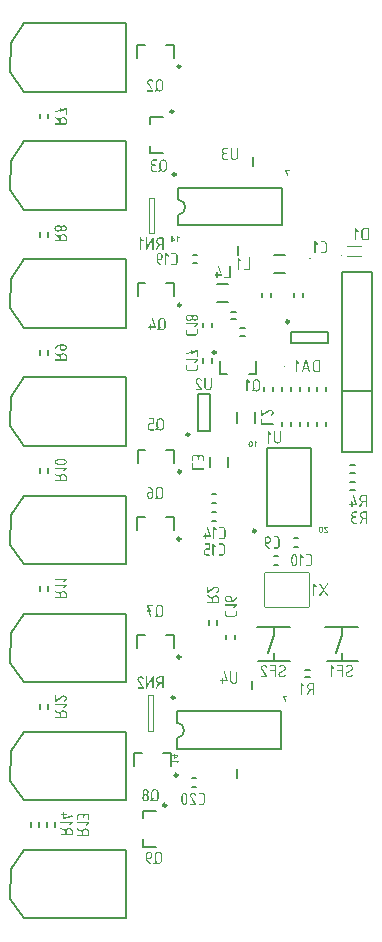
<source format=gbo>
G04*
G04 #@! TF.GenerationSoftware,Altium Limited,Altium Designer,20.0.12 (288)*
G04*
G04 Layer_Color=32896*
%FSLAX44Y44*%
%MOMM*%
G71*
G01*
G75*
%ADD10C,0.2000*%
%ADD54C,0.2500*%
%ADD74C,0.1000*%
G36*
X221178Y422779D02*
X221298Y422705D01*
X221418Y422631D01*
X221511Y422576D01*
X221594Y422539D01*
X221640Y422511D01*
X221649Y422502D01*
X221659D01*
X221954Y422363D01*
X222103Y422308D01*
X222232Y422262D01*
X222343Y422225D01*
X222426Y422197D01*
X222481Y422178D01*
X222491Y422169D01*
X222500D01*
Y421189D01*
X222389Y421208D01*
X222287Y421226D01*
X222250Y421235D01*
X222223D01*
X222204Y421245D01*
X222195D01*
X222084Y421282D01*
X221982Y421309D01*
X221945Y421328D01*
X221917Y421337D01*
X221899Y421346D01*
X221890D01*
X221788Y421392D01*
X221696Y421439D01*
X221659Y421457D01*
X221631Y421476D01*
X221622Y421485D01*
X221612D01*
X221520Y421540D01*
X221455Y421596D01*
X221409Y421633D01*
X221390Y421651D01*
Y417583D01*
X220235D01*
Y422955D01*
X220928D01*
X221178Y422779D01*
D02*
G37*
G36*
X216906Y422918D02*
X217073Y422899D01*
X217221Y422863D01*
X217369Y422816D01*
X217498Y422761D01*
X217618Y422696D01*
X217729Y422631D01*
X217822Y422567D01*
X217914Y422502D01*
X217988Y422437D01*
X218053Y422372D01*
X218108Y422317D01*
X218145Y422271D01*
X218173Y422234D01*
X218192Y422215D01*
X218201Y422206D01*
X218293Y422067D01*
X218367Y421910D01*
X218432Y421753D01*
X218497Y421577D01*
X218589Y421235D01*
X218645Y420902D01*
X218663Y420745D01*
X218682Y420597D01*
X218691Y420468D01*
X218700Y420348D01*
X218709Y420255D01*
Y420191D01*
Y420144D01*
Y420126D01*
X218700Y419885D01*
X218691Y419664D01*
X218663Y419451D01*
X218626Y419257D01*
X218589Y419081D01*
X218534Y418905D01*
X218478Y418748D01*
X218414Y418610D01*
X218349Y418471D01*
X218275Y418351D01*
X218192Y418240D01*
X218118Y418138D01*
X218034Y418046D01*
X217942Y417971D01*
X217766Y417833D01*
X217600Y417722D01*
X217424Y417639D01*
X217267Y417583D01*
X217128Y417537D01*
X217008Y417519D01*
X216916Y417509D01*
X216879Y417500D01*
X216833D01*
X216666Y417509D01*
X216500Y417528D01*
X216352Y417565D01*
X216213Y417611D01*
X216084Y417666D01*
X215973Y417722D01*
X215862Y417787D01*
X215769Y417851D01*
X215677Y417916D01*
X215603Y417981D01*
X215547Y418036D01*
X215492Y418092D01*
X215455Y418138D01*
X215418Y418175D01*
X215409Y418193D01*
X215399Y418203D01*
X215307Y418341D01*
X215233Y418489D01*
X215168Y418656D01*
X215113Y418822D01*
X215020Y419155D01*
X214965Y419488D01*
X214937Y419645D01*
X214928Y419784D01*
X214919Y419913D01*
X214909Y420024D01*
X214900Y420117D01*
Y420191D01*
Y420228D01*
Y420246D01*
X214909Y420486D01*
X214919Y420718D01*
X214946Y420930D01*
X214974Y421133D01*
X215020Y421318D01*
X215067Y421485D01*
X215122Y421651D01*
X215187Y421799D01*
X215252Y421929D01*
X215325Y422058D01*
X215399Y422169D01*
X215483Y422271D01*
X215557Y422363D01*
X215649Y422446D01*
X215815Y422594D01*
X215982Y422705D01*
X216148Y422789D01*
X216306Y422844D01*
X216444Y422890D01*
X216564Y422909D01*
X216647Y422918D01*
X216684Y422927D01*
X216731D01*
X216906Y422918D01*
D02*
G37*
G36*
X280854Y350418D02*
X281012Y350409D01*
X281298Y350362D01*
X281566Y350289D01*
X281686Y350252D01*
X281788Y350205D01*
X281890Y350168D01*
X281982Y350122D01*
X282056Y350085D01*
X282121Y350057D01*
X282176Y350020D01*
X282213Y350002D01*
X282232Y349993D01*
X282241Y349983D01*
Y348957D01*
X282121Y349050D01*
X282010Y349142D01*
X281890Y349207D01*
X281779Y349272D01*
X281668Y349327D01*
X281557Y349373D01*
X281363Y349438D01*
X281270Y349456D01*
X281196Y349475D01*
X281122Y349484D01*
X281058Y349493D01*
X281012Y349503D01*
X280947D01*
X280808Y349493D01*
X280688Y349475D01*
X280586Y349447D01*
X280503Y349419D01*
X280448Y349382D01*
X280401Y349355D01*
X280373Y349336D01*
X280364Y349327D01*
X280299Y349253D01*
X280253Y349170D01*
X280216Y349087D01*
X280198Y349003D01*
X280179Y348929D01*
X280170Y348874D01*
Y348837D01*
Y348818D01*
X280179Y348689D01*
X280198Y348587D01*
X280216Y348541D01*
X280226Y348513D01*
X280235Y348495D01*
Y348486D01*
X280281Y348375D01*
X280346Y348282D01*
X280373Y348245D01*
X280392Y348218D01*
X280401Y348199D01*
X280410Y348190D01*
X280503Y348079D01*
X280605Y347986D01*
X280642Y347949D01*
X280679Y347922D01*
X280697Y347903D01*
X280706Y347894D01*
X280836Y347783D01*
X280965Y347681D01*
X281021Y347644D01*
X281067Y347607D01*
X281095Y347589D01*
X281104Y347579D01*
X281270Y347459D01*
X281353Y347395D01*
X281418Y347339D01*
X281483Y347293D01*
X281529Y347256D01*
X281566Y347228D01*
X281575Y347219D01*
X281742Y347071D01*
X281825Y346988D01*
X281890Y346923D01*
X281945Y346858D01*
X281982Y346812D01*
X282010Y346775D01*
X282019Y346766D01*
X282158Y346572D01*
X282213Y346479D01*
X282269Y346387D01*
X282306Y346313D01*
X282334Y346248D01*
X282352Y346211D01*
X282361Y346193D01*
X282407Y346073D01*
X282444Y345952D01*
X282463Y345823D01*
X282481Y345712D01*
X282491Y345620D01*
X282500Y345536D01*
Y345490D01*
Y345481D01*
Y345471D01*
Y345083D01*
X278996D01*
Y346035D01*
X281224D01*
X281215Y346110D01*
X281187Y346183D01*
X281169Y346230D01*
X281159Y346239D01*
Y346248D01*
X281095Y346341D01*
X281030Y346415D01*
X280984Y346470D01*
X280975Y346479D01*
X280965Y346488D01*
X280863Y346581D01*
X280771Y346655D01*
X280725Y346683D01*
X280697Y346710D01*
X280679Y346720D01*
X280669Y346729D01*
X280549Y346821D01*
X280438Y346895D01*
X280392Y346932D01*
X280355Y346960D01*
X280336Y346969D01*
X280327Y346979D01*
X280142Y347108D01*
X280059Y347173D01*
X279976Y347228D01*
X279921Y347274D01*
X279865Y347311D01*
X279837Y347339D01*
X279828Y347348D01*
X279662Y347496D01*
X279588Y347570D01*
X279523Y347635D01*
X279477Y347691D01*
X279431Y347737D01*
X279412Y347764D01*
X279403Y347774D01*
X279282Y347949D01*
X279227Y348033D01*
X279181Y348116D01*
X279153Y348181D01*
X279125Y348236D01*
X279116Y348273D01*
X279107Y348282D01*
X279070Y348393D01*
X279042Y348504D01*
X279024Y348615D01*
X279005Y348717D01*
Y348800D01*
X278996Y348865D01*
Y348911D01*
Y348929D01*
X279005Y349059D01*
X279014Y349170D01*
X279033Y349272D01*
X279051Y349364D01*
X279079Y349447D01*
X279098Y349503D01*
X279107Y349540D01*
X279116Y349549D01*
X279162Y349650D01*
X279218Y349743D01*
X279273Y349817D01*
X279319Y349891D01*
X279375Y349946D01*
X279412Y349983D01*
X279440Y350011D01*
X279449Y350020D01*
X279532Y350085D01*
X279625Y350150D01*
X279708Y350196D01*
X279800Y350242D01*
X279874Y350270D01*
X279930Y350298D01*
X279967Y350316D01*
X279985D01*
X280105Y350353D01*
X280226Y350381D01*
X280346Y350399D01*
X280457Y350418D01*
X280558D01*
X280632Y350427D01*
X280697D01*
X280854Y350418D01*
D02*
G37*
G36*
X276426D02*
X276592Y350399D01*
X276740Y350362D01*
X276888Y350316D01*
X277017Y350261D01*
X277138Y350196D01*
X277248Y350131D01*
X277341Y350067D01*
X277433Y350002D01*
X277507Y349937D01*
X277572Y349872D01*
X277628Y349817D01*
X277665Y349771D01*
X277692Y349734D01*
X277711Y349715D01*
X277720Y349706D01*
X277812Y349567D01*
X277886Y349410D01*
X277951Y349253D01*
X278016Y349077D01*
X278108Y348735D01*
X278164Y348402D01*
X278182Y348245D01*
X278201Y348097D01*
X278210Y347968D01*
X278219Y347848D01*
X278228Y347755D01*
Y347691D01*
Y347644D01*
Y347626D01*
X278219Y347385D01*
X278210Y347164D01*
X278182Y346951D01*
X278145Y346757D01*
X278108Y346581D01*
X278053Y346405D01*
X277997Y346248D01*
X277933Y346110D01*
X277868Y345971D01*
X277794Y345851D01*
X277711Y345740D01*
X277637Y345638D01*
X277554Y345546D01*
X277461Y345471D01*
X277285Y345333D01*
X277119Y345222D01*
X276943Y345139D01*
X276786Y345083D01*
X276647Y345037D01*
X276527Y345019D01*
X276435Y345009D01*
X276398Y345000D01*
X276352D01*
X276185Y345009D01*
X276019Y345028D01*
X275871Y345065D01*
X275732Y345111D01*
X275603Y345166D01*
X275492Y345222D01*
X275381Y345287D01*
X275288Y345351D01*
X275196Y345416D01*
X275122Y345481D01*
X275067Y345536D01*
X275011Y345592D01*
X274974Y345638D01*
X274937Y345675D01*
X274928Y345693D01*
X274919Y345703D01*
X274826Y345841D01*
X274752Y345989D01*
X274688Y346156D01*
X274632Y346322D01*
X274540Y346655D01*
X274484Y346988D01*
X274456Y347145D01*
X274447Y347284D01*
X274438Y347413D01*
X274429Y347524D01*
X274419Y347617D01*
Y347691D01*
Y347727D01*
Y347746D01*
X274429Y347986D01*
X274438Y348218D01*
X274466Y348430D01*
X274493Y348633D01*
X274540Y348818D01*
X274586Y348985D01*
X274641Y349151D01*
X274706Y349299D01*
X274771Y349429D01*
X274845Y349558D01*
X274919Y349669D01*
X275002Y349771D01*
X275076Y349863D01*
X275168Y349946D01*
X275335Y350094D01*
X275501Y350205D01*
X275667Y350289D01*
X275825Y350344D01*
X275963Y350390D01*
X276084Y350409D01*
X276167Y350418D01*
X276204Y350427D01*
X276250D01*
X276426Y350418D01*
D02*
G37*
G36*
X247652Y206308D02*
X245211D01*
X245322Y206124D01*
X245433Y205948D01*
X245525Y205781D01*
X245609Y205624D01*
X245683Y205495D01*
X245738Y205393D01*
X245757Y205356D01*
X245775Y205328D01*
X245784Y205319D01*
Y205310D01*
X245886Y205125D01*
X245969Y204940D01*
X246052Y204764D01*
X246126Y204607D01*
X246191Y204469D01*
X246237Y204367D01*
X246256Y204330D01*
X246265Y204302D01*
X246274Y204284D01*
Y204274D01*
X246358Y204080D01*
X246432Y203877D01*
X246496Y203692D01*
X246552Y203526D01*
X246607Y203387D01*
X246626Y203322D01*
X246644Y203276D01*
X246653Y203230D01*
X246663Y203202D01*
X246672Y203183D01*
Y203174D01*
X246727Y202962D01*
X246783Y202749D01*
X246829Y202555D01*
X246866Y202379D01*
X246903Y202222D01*
X246912Y202157D01*
X246922Y202102D01*
X246931Y202065D01*
Y202028D01*
X246940Y202009D01*
Y202000D01*
X245729D01*
X245692Y202231D01*
X245655Y202453D01*
X245609Y202656D01*
X245572Y202832D01*
X245544Y202980D01*
X245525Y203045D01*
X245516Y203100D01*
X245507Y203137D01*
X245498Y203165D01*
X245488Y203183D01*
Y203193D01*
X245424Y203405D01*
X245368Y203599D01*
X245304Y203784D01*
X245248Y203951D01*
X245193Y204090D01*
X245174Y204154D01*
X245156Y204200D01*
X245137Y204237D01*
X245128Y204265D01*
X245119Y204284D01*
Y204293D01*
X245035Y204496D01*
X244952Y204700D01*
X244869Y204885D01*
X244795Y205051D01*
X244730Y205190D01*
X244703Y205245D01*
X244675Y205301D01*
X244656Y205338D01*
X244638Y205365D01*
X244629Y205384D01*
Y205393D01*
X244416Y205818D01*
X244305Y206013D01*
X244213Y206197D01*
X244129Y206355D01*
X244093Y206419D01*
X244056Y206475D01*
X244037Y206521D01*
X244018Y206558D01*
X244000Y206577D01*
Y206586D01*
Y207251D01*
X247652D01*
Y206308D01*
D02*
G37*
G36*
X152338Y156933D02*
X155648D01*
Y155861D01*
X155352Y155713D01*
X155213Y155639D01*
X155084Y155565D01*
X154973Y155500D01*
X154890Y155454D01*
X154834Y155417D01*
X154825Y155408D01*
X154816D01*
X154659Y155306D01*
X154502Y155214D01*
X154354Y155112D01*
X154224Y155029D01*
X154113Y154955D01*
X154030Y154899D01*
X153975Y154862D01*
X153965Y154844D01*
X153956D01*
X153799Y154733D01*
X153651Y154613D01*
X153503Y154511D01*
X153383Y154419D01*
X153272Y154335D01*
X153198Y154271D01*
X153142Y154234D01*
X153133Y154215D01*
X153124D01*
X152976Y154095D01*
X152837Y153984D01*
X152708Y153873D01*
X152597Y153781D01*
X152505Y153697D01*
X152440Y153642D01*
X152394Y153605D01*
X152375Y153587D01*
X151469D01*
Y155879D01*
X150396D01*
Y156933D01*
X151469D01*
Y157562D01*
X152338D01*
Y156933D01*
D02*
G37*
G36*
X155768Y151479D02*
X155593Y151229D01*
X155519Y151109D01*
X155445Y150989D01*
X155389Y150896D01*
X155352Y150813D01*
X155324Y150767D01*
X155315Y150757D01*
Y150748D01*
X155176Y150452D01*
X155121Y150304D01*
X155075Y150175D01*
X155038Y150064D01*
X155010Y149981D01*
X154992Y149925D01*
X154982Y149916D01*
Y149907D01*
X154002D01*
X154021Y150018D01*
X154039Y150119D01*
X154049Y150156D01*
Y150184D01*
X154058Y150203D01*
Y150212D01*
X154095Y150323D01*
X154122Y150424D01*
X154141Y150462D01*
X154150Y150489D01*
X154159Y150508D01*
Y150517D01*
X154206Y150619D01*
X154252Y150711D01*
X154270Y150748D01*
X154289Y150776D01*
X154298Y150785D01*
Y150794D01*
X154354Y150887D01*
X154409Y150951D01*
X154446Y150998D01*
X154465Y151016D01*
X150396D01*
Y152172D01*
X155768D01*
Y151479D01*
D02*
G37*
G36*
X155333Y596196D02*
X155453Y596122D01*
X155574Y596048D01*
X155666Y595993D01*
X155749Y595956D01*
X155795Y595928D01*
X155805Y595919D01*
X155814D01*
X156110Y595780D01*
X156258Y595724D01*
X156387Y595678D01*
X156498Y595641D01*
X156581Y595614D01*
X156637Y595595D01*
X156646Y595586D01*
X156655D01*
Y594606D01*
X156544Y594624D01*
X156443Y594643D01*
X156406Y594652D01*
X156378D01*
X156360Y594661D01*
X156350D01*
X156239Y594698D01*
X156138Y594726D01*
X156101Y594744D01*
X156073Y594754D01*
X156054Y594763D01*
X156045D01*
X155943Y594809D01*
X155851Y594855D01*
X155814Y594874D01*
X155786Y594892D01*
X155777Y594902D01*
X155768D01*
X155675Y594957D01*
X155611Y595013D01*
X155564Y595050D01*
X155546Y595068D01*
Y591000D01*
X154390D01*
Y596372D01*
X155084D01*
X155333Y596196D01*
D02*
G37*
G36*
X150849Y595956D02*
X150923Y595817D01*
X150997Y595687D01*
X151062Y595577D01*
X151108Y595493D01*
X151145Y595438D01*
X151154Y595429D01*
Y595419D01*
X151256Y595262D01*
X151348Y595105D01*
X151450Y594957D01*
X151533Y594828D01*
X151607Y594717D01*
X151663Y594633D01*
X151700Y594578D01*
X151718Y594569D01*
Y594560D01*
X151829Y594402D01*
X151949Y594254D01*
X152051Y594106D01*
X152143Y593986D01*
X152227Y593875D01*
X152291Y593801D01*
X152328Y593746D01*
X152347Y593737D01*
Y593727D01*
X152467Y593579D01*
X152578Y593441D01*
X152689Y593311D01*
X152781Y593200D01*
X152865Y593108D01*
X152920Y593043D01*
X152957Y592997D01*
X152976Y592979D01*
Y592072D01*
X150683D01*
Y591000D01*
X149629D01*
Y592072D01*
X149000D01*
Y592942D01*
X149629D01*
Y596251D01*
X150701D01*
X150849Y595956D01*
D02*
G37*
G36*
X249652Y651309D02*
X247211D01*
X247322Y651124D01*
X247433Y650948D01*
X247526Y650781D01*
X247609Y650624D01*
X247683Y650495D01*
X247738Y650393D01*
X247757Y650356D01*
X247775Y650328D01*
X247784Y650319D01*
Y650310D01*
X247886Y650125D01*
X247969Y649940D01*
X248053Y649764D01*
X248127Y649607D01*
X248191Y649469D01*
X248237Y649367D01*
X248256Y649330D01*
X248265Y649302D01*
X248274Y649284D01*
Y649274D01*
X248358Y649080D01*
X248432Y648877D01*
X248496Y648692D01*
X248552Y648525D01*
X248607Y648387D01*
X248626Y648322D01*
X248644Y648276D01*
X248654Y648230D01*
X248663Y648202D01*
X248672Y648183D01*
Y648174D01*
X248727Y647962D01*
X248783Y647749D01*
X248829Y647555D01*
X248866Y647379D01*
X248903Y647222D01*
X248912Y647157D01*
X248922Y647102D01*
X248931Y647065D01*
Y647028D01*
X248940Y647009D01*
Y647000D01*
X247729D01*
X247692Y647231D01*
X247655Y647453D01*
X247609Y647656D01*
X247572Y647832D01*
X247544Y647980D01*
X247526Y648045D01*
X247516Y648100D01*
X247507Y648137D01*
X247498Y648165D01*
X247488Y648183D01*
Y648193D01*
X247424Y648405D01*
X247368Y648599D01*
X247304Y648784D01*
X247248Y648951D01*
X247193Y649090D01*
X247174Y649154D01*
X247156Y649201D01*
X247137Y649237D01*
X247128Y649265D01*
X247119Y649284D01*
Y649293D01*
X247036Y649496D01*
X246952Y649700D01*
X246869Y649885D01*
X246795Y650051D01*
X246730Y650190D01*
X246703Y650245D01*
X246675Y650301D01*
X246656Y650338D01*
X246638Y650365D01*
X246629Y650384D01*
Y650393D01*
X246416Y650818D01*
X246305Y651013D01*
X246213Y651198D01*
X246129Y651355D01*
X246092Y651419D01*
X246056Y651475D01*
X246037Y651521D01*
X246019Y651558D01*
X246000Y651577D01*
Y651586D01*
Y652252D01*
X249652D01*
Y651309D01*
D02*
G37*
G36*
X270380Y302222D02*
X270510Y302148D01*
X270602Y302073D01*
X270621Y302055D01*
X270639Y302036D01*
X272695Y299981D01*
X272787Y299870D01*
X272824Y299740D01*
X272843Y299648D01*
Y299629D01*
Y299611D01*
X272824Y299444D01*
X272769Y299314D01*
X272676Y299222D01*
X272584Y299166D01*
X272491Y299129D01*
X272398Y299092D01*
X272324D01*
X272176Y299111D01*
X272047Y299166D01*
X271973Y299222D01*
X271954Y299240D01*
X270732Y300463D01*
Y292260D01*
X270714Y292093D01*
X270658Y291963D01*
X270565Y291871D01*
X270473Y291815D01*
X270380Y291778D01*
X270288Y291741D01*
X270214D01*
X270028Y291760D01*
X269899Y291815D01*
X269806Y291908D01*
X269751Y292001D01*
X269695Y292093D01*
X269677Y292186D01*
Y292241D01*
Y292260D01*
Y301722D01*
X269695Y301907D01*
X269751Y302036D01*
X269843Y302129D01*
X269936Y302185D01*
X270047Y302240D01*
X270121Y302259D01*
X270288D01*
X270380Y302222D01*
D02*
G37*
G36*
X281972Y302240D02*
X282101Y302185D01*
X282194Y302092D01*
X282249Y301999D01*
X282286Y301888D01*
X282323Y301814D01*
Y301740D01*
Y301722D01*
X282305Y301611D01*
X282268Y301518D01*
X282249Y301444D01*
X282231Y301425D01*
X279268Y297000D01*
X282231Y292556D01*
X282286Y292463D01*
X282305Y292352D01*
X282323Y292297D01*
Y292260D01*
X282305Y292093D01*
X282231Y291963D01*
X282157Y291871D01*
X282046Y291815D01*
X281953Y291778D01*
X281861Y291741D01*
X281786D01*
X281694Y291760D01*
X281601Y291778D01*
X281472Y291852D01*
X281379Y291926D01*
X281360Y291963D01*
X278639Y296037D01*
X275917Y291963D01*
X275861Y291889D01*
X275787Y291834D01*
X275639Y291778D01*
X275528Y291741D01*
X275472D01*
X275306Y291760D01*
X275176Y291815D01*
X275083Y291908D01*
X275009Y292001D01*
X274972Y292093D01*
X274954Y292186D01*
Y292241D01*
Y292260D01*
X274972Y292371D01*
X274991Y292463D01*
X275009Y292537D01*
X275028Y292556D01*
X277990Y297000D01*
X275028Y301425D01*
X274991Y301537D01*
X274954Y301629D01*
Y301703D01*
Y301722D01*
X274972Y301907D01*
X275028Y302036D01*
X275121Y302129D01*
X275213Y302185D01*
X275306Y302240D01*
X275398Y302259D01*
X275472D01*
X275583Y302240D01*
X275657Y302222D01*
X275806Y302148D01*
X275880Y302055D01*
X275917Y302036D01*
Y302018D01*
X278639Y297944D01*
X281360Y302018D01*
X281416Y302092D01*
X281490Y302166D01*
X281620Y302222D01*
X281731Y302259D01*
X281786D01*
X281972Y302240D01*
D02*
G37*
G36*
X123890Y223750D02*
X124167Y223694D01*
X124427Y223601D01*
X124667Y223472D01*
X124890Y223324D01*
X125112Y223157D01*
X125297Y222990D01*
X125482Y222824D01*
X125630Y222638D01*
X125778Y222472D01*
X125890Y222305D01*
X125982Y222157D01*
X126075Y222046D01*
X126130Y221935D01*
X126149Y221879D01*
X126167Y221861D01*
X126204Y221787D01*
X126223Y221731D01*
Y221676D01*
Y221657D01*
X126204Y221472D01*
X126130Y221342D01*
X126056Y221250D01*
X125945Y221194D01*
X125852Y221157D01*
X125760Y221120D01*
X125686D01*
X125575Y221139D01*
X125482Y221157D01*
X125352Y221250D01*
X125260Y221342D01*
X125241Y221361D01*
Y221379D01*
X125093Y221620D01*
X124945Y221824D01*
X124816Y221990D01*
X124667Y222157D01*
X124519Y222287D01*
X124390Y222379D01*
X124260Y222472D01*
X124130Y222546D01*
X123908Y222638D01*
X123742Y222694D01*
X123631Y222712D01*
X123594D01*
X123353Y222694D01*
X123131Y222638D01*
X122945Y222564D01*
X122779Y222490D01*
X122649Y222398D01*
X122538Y222324D01*
X122483Y222268D01*
X122464Y222250D01*
X122316Y222064D01*
X122205Y221879D01*
X122112Y221694D01*
X122057Y221509D01*
X122020Y221361D01*
X122001Y221231D01*
Y221157D01*
Y221120D01*
X122020Y220954D01*
X122038Y220805D01*
X122075Y220657D01*
X122131Y220528D01*
X122186Y220417D01*
X122223Y220324D01*
X122242Y220268D01*
X122260Y220250D01*
X126130Y214047D01*
X126186Y213954D01*
X126204Y213843D01*
X126223Y213787D01*
Y213750D01*
X126204Y213584D01*
X126130Y213454D01*
X126056Y213362D01*
X125945Y213306D01*
X125852Y213269D01*
X125760Y213232D01*
X121483D01*
X121297Y213251D01*
X121168Y213306D01*
X121075Y213399D01*
X121020Y213491D01*
X120964Y213584D01*
X120946Y213676D01*
Y213732D01*
Y213750D01*
X120964Y213936D01*
X121020Y214065D01*
X121112Y214158D01*
X121205Y214213D01*
X121316Y214269D01*
X121390Y214287D01*
X124741D01*
X121427Y219602D01*
X121260Y219898D01*
X121149Y220176D01*
X121057Y220417D01*
X121001Y220657D01*
X120964Y220842D01*
X120946Y220991D01*
Y221083D01*
Y221120D01*
X120983Y221509D01*
X121075Y221879D01*
X121186Y222194D01*
X121334Y222472D01*
X121483Y222694D01*
X121594Y222861D01*
X121686Y222953D01*
X121723Y222990D01*
X122020Y223249D01*
X122334Y223435D01*
X122649Y223583D01*
X122945Y223675D01*
X123205Y223731D01*
X123408Y223750D01*
X123482Y223768D01*
X123594D01*
X123890Y223750D01*
D02*
G37*
G36*
X134277Y223731D02*
X134407Y223675D01*
X134500Y223583D01*
X134555Y223490D01*
X134592Y223379D01*
X134629Y223305D01*
Y223231D01*
Y223213D01*
Y213750D01*
X134611Y213584D01*
X134555Y213454D01*
X134463Y213362D01*
X134370Y213306D01*
X134277Y213269D01*
X134185Y213232D01*
X134111D01*
X133926Y213251D01*
X133796Y213306D01*
X133703Y213399D01*
X133648Y213491D01*
X133592Y213584D01*
X133574Y213676D01*
Y213732D01*
Y213750D01*
Y221194D01*
X129315Y213491D01*
X129260Y213399D01*
X129185Y213343D01*
X129037Y213269D01*
X128963Y213251D01*
X128908Y213232D01*
X128852D01*
X128667Y213251D01*
X128537Y213306D01*
X128445Y213399D01*
X128389Y213491D01*
X128334Y213584D01*
X128315Y213676D01*
Y213732D01*
Y213750D01*
Y223213D01*
X128334Y223398D01*
X128389Y223527D01*
X128482Y223620D01*
X128574Y223675D01*
X128686Y223731D01*
X128760Y223750D01*
X128852D01*
X129019Y223731D01*
X129148Y223675D01*
X129241Y223583D01*
X129297Y223490D01*
X129334Y223379D01*
X129371Y223305D01*
Y223231D01*
Y223213D01*
Y215787D01*
X133611Y223435D01*
X133685Y223546D01*
X133759Y223620D01*
X133852Y223675D01*
X133926Y223712D01*
X134000Y223731D01*
X134055Y223750D01*
X134111D01*
X134277Y223731D01*
D02*
G37*
G36*
X142703Y223750D02*
X142832Y223694D01*
X142925Y223601D01*
X142980Y223509D01*
X143017Y223398D01*
X143054Y223324D01*
Y223249D01*
Y223231D01*
Y213750D01*
X143036Y213584D01*
X142980Y213454D01*
X142888Y213362D01*
X142795Y213306D01*
X142703Y213269D01*
X142610Y213232D01*
X142536D01*
X142351Y213251D01*
X142221Y213306D01*
X142129Y213399D01*
X142073Y213491D01*
X142017Y213584D01*
X141999Y213676D01*
Y213732D01*
Y213750D01*
Y217435D01*
X139703D01*
X137740Y213510D01*
X137685Y213417D01*
X137611Y213343D01*
X137536Y213306D01*
X137462Y213269D01*
X137388Y213251D01*
X137333Y213232D01*
X137277D01*
X137129Y213251D01*
X137018Y213306D01*
X136944Y213362D01*
X136907Y213380D01*
X136814Y213510D01*
X136759Y213621D01*
X136740Y213713D01*
Y213750D01*
Y213843D01*
X136759Y213917D01*
X136777Y213973D01*
X136796Y213991D01*
X138647Y217658D01*
X138314Y217824D01*
X138018Y218009D01*
X137759Y218213D01*
X137536Y218435D01*
X137351Y218676D01*
X137203Y218917D01*
X137073Y219176D01*
X136981Y219417D01*
X136907Y219657D01*
X136833Y219879D01*
X136796Y220065D01*
X136777Y220250D01*
X136759Y220398D01*
X136740Y220509D01*
Y220583D01*
Y220602D01*
X136759Y220842D01*
X136777Y221083D01*
X136888Y221509D01*
X137037Y221898D01*
X137203Y222213D01*
X137370Y222472D01*
X137444Y222583D01*
X137518Y222675D01*
X137573Y222750D01*
X137629Y222805D01*
X137648Y222824D01*
X137666Y222842D01*
X137851Y223009D01*
X138036Y223157D01*
X138222Y223268D01*
X138407Y223379D01*
X138777Y223546D01*
X139129Y223657D01*
X139444Y223712D01*
X139573Y223750D01*
X139684D01*
X139777Y223768D01*
X142536D01*
X142703Y223750D01*
D02*
G37*
G36*
X123705Y595212D02*
X123834Y595138D01*
X123927Y595064D01*
X123945Y595046D01*
X123964Y595027D01*
X126019Y592972D01*
X126112Y592861D01*
X126149Y592731D01*
X126167Y592639D01*
Y592620D01*
Y592602D01*
X126149Y592435D01*
X126093Y592305D01*
X126001Y592213D01*
X125908Y592157D01*
X125815Y592120D01*
X125723Y592083D01*
X125649D01*
X125501Y592102D01*
X125371Y592157D01*
X125297Y592213D01*
X125279Y592231D01*
X124057Y593453D01*
Y585251D01*
X124038Y585084D01*
X123982Y584954D01*
X123890Y584862D01*
X123797Y584806D01*
X123705Y584769D01*
X123612Y584732D01*
X123538D01*
X123353Y584751D01*
X123223Y584806D01*
X123131Y584899D01*
X123075Y584991D01*
X123020Y585084D01*
X123001Y585176D01*
Y585232D01*
Y585251D01*
Y594712D01*
X123020Y594898D01*
X123075Y595027D01*
X123168Y595120D01*
X123260Y595175D01*
X123371Y595231D01*
X123445Y595249D01*
X123612D01*
X123705Y595212D01*
D02*
G37*
G36*
X134222Y595231D02*
X134352Y595175D01*
X134444Y595083D01*
X134500Y594990D01*
X134537Y594879D01*
X134574Y594805D01*
Y594731D01*
Y594712D01*
Y585251D01*
X134555Y585084D01*
X134500Y584954D01*
X134407Y584862D01*
X134315Y584806D01*
X134222Y584769D01*
X134129Y584732D01*
X134055D01*
X133870Y584751D01*
X133741Y584806D01*
X133648Y584899D01*
X133593Y584991D01*
X133537Y585084D01*
X133518Y585176D01*
Y585232D01*
Y585251D01*
Y592694D01*
X129260Y584991D01*
X129204Y584899D01*
X129130Y584843D01*
X128982Y584769D01*
X128908Y584751D01*
X128852Y584732D01*
X128797D01*
X128612Y584751D01*
X128482Y584806D01*
X128389Y584899D01*
X128334Y584991D01*
X128278Y585084D01*
X128260Y585176D01*
Y585232D01*
Y585251D01*
Y594712D01*
X128278Y594898D01*
X128334Y595027D01*
X128426Y595120D01*
X128519Y595175D01*
X128630Y595231D01*
X128704Y595249D01*
X128797D01*
X128963Y595231D01*
X129093Y595175D01*
X129186Y595083D01*
X129241Y594990D01*
X129278Y594879D01*
X129315Y594805D01*
Y594731D01*
Y594712D01*
Y587287D01*
X133555Y594935D01*
X133630Y595046D01*
X133704Y595120D01*
X133796Y595175D01*
X133870Y595212D01*
X133944Y595231D01*
X134000Y595249D01*
X134055D01*
X134222Y595231D01*
D02*
G37*
G36*
X142647Y595249D02*
X142777Y595194D01*
X142869Y595101D01*
X142925Y595009D01*
X142962Y594898D01*
X142999Y594823D01*
Y594749D01*
Y594731D01*
Y585251D01*
X142980Y585084D01*
X142925Y584954D01*
X142832Y584862D01*
X142740Y584806D01*
X142647Y584769D01*
X142555Y584732D01*
X142480D01*
X142295Y584751D01*
X142166Y584806D01*
X142073Y584899D01*
X142018Y584991D01*
X141962Y585084D01*
X141944Y585176D01*
Y585232D01*
Y585251D01*
Y588935D01*
X139647D01*
X137685Y585010D01*
X137629Y584917D01*
X137555Y584843D01*
X137481Y584806D01*
X137407Y584769D01*
X137333Y584751D01*
X137277Y584732D01*
X137222D01*
X137074Y584751D01*
X136962Y584806D01*
X136889Y584862D01*
X136851Y584880D01*
X136759Y585010D01*
X136703Y585121D01*
X136685Y585213D01*
Y585251D01*
Y585343D01*
X136703Y585417D01*
X136722Y585473D01*
X136740Y585491D01*
X138592Y589157D01*
X138259Y589324D01*
X137962Y589509D01*
X137703Y589713D01*
X137481Y589935D01*
X137296Y590176D01*
X137148Y590417D01*
X137018Y590676D01*
X136925Y590916D01*
X136851Y591157D01*
X136777Y591380D01*
X136740Y591565D01*
X136722Y591750D01*
X136703Y591898D01*
X136685Y592009D01*
Y592083D01*
Y592102D01*
X136703Y592342D01*
X136722Y592583D01*
X136833Y593009D01*
X136981Y593398D01*
X137148Y593713D01*
X137314Y593972D01*
X137388Y594083D01*
X137463Y594175D01*
X137518Y594249D01*
X137574Y594305D01*
X137592Y594324D01*
X137611Y594342D01*
X137796Y594509D01*
X137981Y594657D01*
X138166Y594768D01*
X138351Y594879D01*
X138722Y595046D01*
X139073Y595157D01*
X139388Y595212D01*
X139518Y595249D01*
X139629D01*
X139721Y595268D01*
X142480D01*
X142647Y595249D01*
D02*
G37*
G36*
X168315Y125250D02*
X168592Y125194D01*
X168852Y125101D01*
X169093Y124972D01*
X169315Y124824D01*
X169537Y124657D01*
X169722Y124490D01*
X169907Y124324D01*
X170055Y124138D01*
X170203Y123972D01*
X170315Y123805D01*
X170407Y123657D01*
X170500Y123546D01*
X170555Y123435D01*
X170574Y123379D01*
X170592Y123361D01*
X170629Y123287D01*
X170648Y123231D01*
Y123176D01*
Y123157D01*
X170629Y122972D01*
X170555Y122842D01*
X170481Y122750D01*
X170370Y122694D01*
X170278Y122657D01*
X170185Y122620D01*
X170111D01*
X170000Y122639D01*
X169907Y122657D01*
X169778Y122750D01*
X169685Y122842D01*
X169667Y122861D01*
Y122879D01*
X169518Y123120D01*
X169370Y123324D01*
X169241Y123490D01*
X169093Y123657D01*
X168944Y123787D01*
X168815Y123879D01*
X168685Y123972D01*
X168556Y124046D01*
X168333Y124138D01*
X168167Y124194D01*
X168055Y124213D01*
X168018D01*
X167778Y124194D01*
X167556Y124138D01*
X167370Y124064D01*
X167204Y123990D01*
X167074Y123898D01*
X166963Y123824D01*
X166908Y123768D01*
X166889Y123750D01*
X166741Y123564D01*
X166630Y123379D01*
X166537Y123194D01*
X166482Y123009D01*
X166445Y122861D01*
X166426Y122731D01*
Y122657D01*
Y122620D01*
X166445Y122453D01*
X166463Y122305D01*
X166500Y122157D01*
X166556Y122028D01*
X166611Y121917D01*
X166648Y121824D01*
X166667Y121768D01*
X166685Y121750D01*
X170555Y115547D01*
X170611Y115454D01*
X170629Y115343D01*
X170648Y115288D01*
Y115251D01*
X170629Y115084D01*
X170555Y114954D01*
X170481Y114862D01*
X170370Y114806D01*
X170278Y114769D01*
X170185Y114732D01*
X165908D01*
X165723Y114750D01*
X165593Y114806D01*
X165500Y114899D01*
X165445Y114991D01*
X165389Y115084D01*
X165371Y115176D01*
Y115232D01*
Y115251D01*
X165389Y115436D01*
X165445Y115565D01*
X165537Y115658D01*
X165630Y115713D01*
X165741Y115769D01*
X165815Y115787D01*
X169167D01*
X165852Y121102D01*
X165685Y121398D01*
X165574Y121676D01*
X165482Y121917D01*
X165426Y122157D01*
X165389Y122342D01*
X165371Y122491D01*
Y122583D01*
Y122620D01*
X165408Y123009D01*
X165500Y123379D01*
X165611Y123694D01*
X165760Y123972D01*
X165908Y124194D01*
X166019Y124361D01*
X166111Y124453D01*
X166148Y124490D01*
X166445Y124749D01*
X166759Y124935D01*
X167074Y125083D01*
X167370Y125175D01*
X167630Y125231D01*
X167833Y125250D01*
X167907Y125268D01*
X168018D01*
X168315Y125250D01*
D02*
G37*
G36*
X175758Y125231D02*
X176129Y125138D01*
X176444Y125027D01*
X176721Y124879D01*
X176943Y124731D01*
X177092Y124620D01*
X177203Y124527D01*
X177240Y124490D01*
X177499Y124194D01*
X177684Y123879D01*
X177814Y123564D01*
X177906Y123268D01*
X177962Y123009D01*
X177980Y122805D01*
X177999Y122731D01*
Y122676D01*
Y122639D01*
Y122620D01*
Y117361D01*
X177962Y116973D01*
X177888Y116602D01*
X177758Y116287D01*
X177610Y116010D01*
X177481Y115787D01*
X177351Y115639D01*
X177277Y115528D01*
X177240Y115491D01*
X176943Y115232D01*
X176610Y115047D01*
X176314Y114917D01*
X176018Y114825D01*
X175758Y114769D01*
X175555Y114750D01*
X175481Y114732D01*
X173277D01*
X173092Y114750D01*
X172962Y114806D01*
X172870Y114899D01*
X172814Y114991D01*
X172759Y115084D01*
X172740Y115176D01*
Y115232D01*
Y115251D01*
X172759Y115436D01*
X172814Y115565D01*
X172907Y115658D01*
X172999Y115713D01*
X173111Y115769D01*
X173185Y115787D01*
X175370D01*
X175610Y115806D01*
X175833Y115862D01*
X176018Y115936D01*
X176184Y116010D01*
X176314Y116084D01*
X176406Y116158D01*
X176481Y116213D01*
X176499Y116232D01*
X176647Y116417D01*
X176758Y116602D01*
X176832Y116787D01*
X176888Y116973D01*
X176925Y117121D01*
X176943Y117250D01*
Y117324D01*
Y117361D01*
Y122620D01*
X176925Y122861D01*
X176869Y123083D01*
X176795Y123268D01*
X176721Y123435D01*
X176647Y123564D01*
X176573Y123675D01*
X176518Y123731D01*
X176499Y123750D01*
X176314Y123898D01*
X176129Y124009D01*
X175944Y124101D01*
X175758Y124157D01*
X175610Y124194D01*
X175481Y124213D01*
X173277D01*
X173092Y124231D01*
X172962Y124287D01*
X172870Y124379D01*
X172814Y124472D01*
X172759Y124564D01*
X172740Y124657D01*
Y124712D01*
Y124731D01*
X172759Y124916D01*
X172814Y125046D01*
X172907Y125138D01*
X172999Y125194D01*
X173111Y125250D01*
X173185Y125268D01*
X175370D01*
X175758Y125231D01*
D02*
G37*
G36*
X160908Y125250D02*
X161149Y125175D01*
X161390Y125083D01*
X161612Y124953D01*
X161797Y124805D01*
X161982Y124638D01*
X162278Y124268D01*
X162519Y123898D01*
X162612Y123713D01*
X162686Y123564D01*
X162741Y123435D01*
X162778Y123342D01*
X162815Y123268D01*
Y123250D01*
X162964Y122713D01*
X163075Y122157D01*
X163149Y121620D01*
X163204Y121102D01*
X163223Y120879D01*
X163241Y120657D01*
Y120472D01*
X163260Y120306D01*
Y120176D01*
Y120083D01*
Y120009D01*
Y119991D01*
X163241Y119306D01*
X163186Y118695D01*
X163149Y118398D01*
X163112Y118139D01*
X163075Y117880D01*
X163037Y117658D01*
X163001Y117454D01*
X162964Y117269D01*
X162926Y117102D01*
X162889Y116973D01*
X162852Y116880D01*
X162834Y116787D01*
X162815Y116750D01*
Y116732D01*
X162686Y116380D01*
X162519Y116065D01*
X162352Y115806D01*
X162186Y115584D01*
X162001Y115380D01*
X161815Y115213D01*
X161649Y115084D01*
X161464Y114991D01*
X161297Y114899D01*
X161149Y114843D01*
X161001Y114788D01*
X160871Y114769D01*
X160779Y114750D01*
X160704Y114732D01*
X160630D01*
X160353Y114750D01*
X160112Y114825D01*
X159871Y114917D01*
X159668Y115047D01*
X159464Y115195D01*
X159297Y115362D01*
X158982Y115732D01*
X158760Y116102D01*
X158668Y116269D01*
X158594Y116417D01*
X158538Y116547D01*
X158501Y116639D01*
X158464Y116713D01*
Y116732D01*
X158316Y117269D01*
X158205Y117824D01*
X158112Y118361D01*
X158057Y118880D01*
X158038Y119102D01*
X158020Y119324D01*
Y119509D01*
X158001Y119676D01*
Y119806D01*
Y119917D01*
Y119972D01*
Y119991D01*
X158020Y120676D01*
X158075Y121305D01*
X158112Y121583D01*
X158149Y121861D01*
X158186Y122102D01*
X158223Y122324D01*
X158279Y122528D01*
X158316Y122713D01*
X158353Y122879D01*
X158390Y123009D01*
X158427Y123120D01*
X158445Y123194D01*
X158464Y123231D01*
Y123250D01*
X158594Y123602D01*
X158760Y123916D01*
X158927Y124194D01*
X159094Y124416D01*
X159279Y124620D01*
X159445Y124768D01*
X159630Y124916D01*
X159797Y125009D01*
X159964Y125101D01*
X160130Y125157D01*
X160260Y125212D01*
X160390Y125231D01*
X160482Y125250D01*
X160556Y125268D01*
X160630D01*
X160908Y125250D01*
D02*
G37*
G36*
X145130Y582212D02*
X145259Y582138D01*
X145352Y582064D01*
X145370Y582046D01*
X145389Y582027D01*
X147444Y579972D01*
X147537Y579861D01*
X147574Y579731D01*
X147592Y579639D01*
Y579620D01*
Y579602D01*
X147574Y579435D01*
X147518Y579305D01*
X147426Y579213D01*
X147333Y579157D01*
X147241Y579120D01*
X147148Y579083D01*
X147074D01*
X146926Y579102D01*
X146796Y579157D01*
X146722Y579213D01*
X146704Y579231D01*
X145482Y580453D01*
Y572251D01*
X145463Y572084D01*
X145407Y571954D01*
X145315Y571862D01*
X145222Y571806D01*
X145130Y571769D01*
X145037Y571732D01*
X144963D01*
X144778Y571750D01*
X144648Y571806D01*
X144556Y571899D01*
X144500Y571991D01*
X144445Y572084D01*
X144426Y572176D01*
Y572232D01*
Y572251D01*
Y581712D01*
X144445Y581898D01*
X144500Y582027D01*
X144593Y582120D01*
X144685Y582175D01*
X144796Y582231D01*
X144871Y582249D01*
X145037D01*
X145130Y582212D01*
D02*
G37*
G36*
X152703Y582231D02*
X153073Y582138D01*
X153388Y582027D01*
X153666Y581879D01*
X153888Y581731D01*
X154036Y581620D01*
X154147Y581527D01*
X154184Y581490D01*
X154444Y581194D01*
X154629Y580879D01*
X154758Y580564D01*
X154851Y580268D01*
X154907Y580009D01*
X154925Y579805D01*
X154944Y579731D01*
Y579676D01*
Y579639D01*
Y579620D01*
Y574361D01*
X154907Y573973D01*
X154832Y573602D01*
X154703Y573287D01*
X154555Y573010D01*
X154425Y572788D01*
X154295Y572639D01*
X154221Y572528D01*
X154184Y572491D01*
X153888Y572232D01*
X153555Y572047D01*
X153258Y571917D01*
X152962Y571825D01*
X152703Y571769D01*
X152499Y571750D01*
X152425Y571732D01*
X150222D01*
X150037Y571750D01*
X149907Y571806D01*
X149814Y571899D01*
X149759Y571991D01*
X149703Y572084D01*
X149685Y572176D01*
Y572232D01*
Y572251D01*
X149703Y572436D01*
X149759Y572565D01*
X149851Y572658D01*
X149944Y572713D01*
X150055Y572769D01*
X150129Y572788D01*
X152314D01*
X152555Y572806D01*
X152777Y572862D01*
X152962Y572936D01*
X153129Y573010D01*
X153258Y573084D01*
X153351Y573158D01*
X153425Y573213D01*
X153444Y573232D01*
X153592Y573417D01*
X153703Y573602D01*
X153777Y573787D01*
X153833Y573973D01*
X153869Y574121D01*
X153888Y574250D01*
Y574324D01*
Y574361D01*
Y579620D01*
X153869Y579861D01*
X153814Y580083D01*
X153740Y580268D01*
X153666Y580435D01*
X153592Y580564D01*
X153518Y580676D01*
X153462Y580731D01*
X153444Y580750D01*
X153258Y580898D01*
X153073Y581009D01*
X152888Y581101D01*
X152703Y581157D01*
X152555Y581194D01*
X152425Y581213D01*
X150222D01*
X150037Y581231D01*
X149907Y581287D01*
X149814Y581379D01*
X149759Y581472D01*
X149703Y581564D01*
X149685Y581657D01*
Y581712D01*
Y581731D01*
X149703Y581916D01*
X149759Y582046D01*
X149851Y582138D01*
X149944Y582194D01*
X150055Y582249D01*
X150129Y582268D01*
X152314D01*
X152703Y582231D01*
D02*
G37*
G36*
X140075Y582212D02*
X140445Y582120D01*
X140760Y582009D01*
X141038Y581861D01*
X141260Y581712D01*
X141408Y581601D01*
X141519Y581509D01*
X141556Y581472D01*
X141815Y581175D01*
X142000Y580861D01*
X142130Y580546D01*
X142223Y580250D01*
X142278Y579990D01*
X142297Y579787D01*
X142315Y579713D01*
Y579657D01*
Y579620D01*
Y579602D01*
Y578565D01*
X142278Y578176D01*
X142204Y577805D01*
X142074Y577491D01*
X141926Y577213D01*
X141797Y576991D01*
X141667Y576843D01*
X141593Y576731D01*
X141556Y576694D01*
X141260Y576435D01*
X140945Y576250D01*
X140630Y576120D01*
X140334Y576028D01*
X140093Y575972D01*
X139889Y575954D01*
X139815Y575935D01*
X138149D01*
X138204Y575620D01*
X138297Y575324D01*
X138408Y575047D01*
X138538Y574787D01*
X138686Y574528D01*
X138834Y574306D01*
X139001Y574084D01*
X139186Y573899D01*
X139353Y573732D01*
X139501Y573584D01*
X139649Y573454D01*
X139778Y573343D01*
X139889Y573250D01*
X139982Y573195D01*
X140038Y573158D01*
X140056Y573139D01*
X140204Y573047D01*
X140352Y572973D01*
X140667Y572825D01*
X140797Y572769D01*
X140908Y572732D01*
X140982Y572713D01*
X141000Y572695D01*
X141093Y572658D01*
X141149Y572602D01*
X141223Y572454D01*
X141241Y572380D01*
X141260Y572306D01*
Y572269D01*
Y572251D01*
X141241Y572102D01*
X141186Y571991D01*
X141130Y571917D01*
X141112Y571880D01*
X140982Y571788D01*
X140871Y571750D01*
X140778Y571732D01*
X140741D01*
X140575Y571750D01*
X140389Y571806D01*
X140186Y571899D01*
X140001Y571991D01*
X139834Y572065D01*
X139686Y572158D01*
X139593Y572214D01*
X139556Y572232D01*
X139112Y572528D01*
X138723Y572862D01*
X138390Y573195D01*
X138112Y573547D01*
X137871Y573899D01*
X137668Y574250D01*
X137501Y574602D01*
X137371Y574935D01*
X137260Y575232D01*
X137186Y575528D01*
X137130Y575787D01*
X137093Y576009D01*
X137075Y576194D01*
X137057Y576343D01*
Y576417D01*
Y576454D01*
Y579620D01*
X137093Y580009D01*
X137186Y580379D01*
X137297Y580694D01*
X137445Y580953D01*
X137593Y581175D01*
X137705Y581342D01*
X137797Y581435D01*
X137834Y581472D01*
X138130Y581731D01*
X138445Y581916D01*
X138760Y582064D01*
X139038Y582157D01*
X139297Y582212D01*
X139501Y582231D01*
X139575Y582249D01*
X139686D01*
X140075Y582212D01*
D02*
G37*
G36*
X138935Y75250D02*
X139176Y75231D01*
X139601Y75120D01*
X139972Y74972D01*
X140305Y74805D01*
X140564Y74638D01*
X140675Y74564D01*
X140768Y74490D01*
X140842Y74435D01*
X140898Y74379D01*
X140916Y74361D01*
X140935Y74342D01*
X141101Y74157D01*
X141231Y73972D01*
X141360Y73787D01*
X141453Y73601D01*
X141620Y73231D01*
X141731Y72879D01*
X141786Y72565D01*
X141805Y72435D01*
X141823Y72324D01*
X141842Y72231D01*
Y72157D01*
Y72120D01*
Y72102D01*
Y67880D01*
X141823Y67639D01*
X141805Y67417D01*
X141694Y66991D01*
X141546Y66602D01*
X141379Y66287D01*
X141212Y66028D01*
X141083Y65824D01*
X141009Y65750D01*
X140972Y65695D01*
X140953Y65676D01*
X140935Y65658D01*
X140749Y65491D01*
X140564Y65362D01*
X140379Y65232D01*
X140194Y65121D01*
X139824Y64954D01*
X139472Y64843D01*
X139157Y64788D01*
X139027Y64769D01*
X138916Y64751D01*
X138824Y64732D01*
X138694D01*
X138435Y64751D01*
X138176Y64788D01*
X137935Y64825D01*
X137713Y64899D01*
X137305Y65065D01*
X136972Y65269D01*
X136694Y65473D01*
X136583Y65565D01*
X136491Y65639D01*
X136417Y65713D01*
X136361Y65769D01*
X136342Y65788D01*
X136324Y65806D01*
X135417Y64880D01*
X135287Y64788D01*
X135157Y64751D01*
X135046Y64732D01*
X135009D01*
X134843Y64751D01*
X134713Y64806D01*
X134620Y64899D01*
X134546Y64991D01*
X134509Y65084D01*
X134491Y65177D01*
Y65232D01*
Y65251D01*
X134509Y65399D01*
X134565Y65528D01*
X134639Y65602D01*
X134657Y65639D01*
X135750Y66732D01*
X135676Y66954D01*
X135620Y67158D01*
X135583Y67343D01*
X135546Y67528D01*
Y67676D01*
X135528Y67787D01*
Y67861D01*
Y67880D01*
Y72102D01*
X135546Y72342D01*
X135565Y72583D01*
X135676Y73009D01*
X135824Y73398D01*
X135991Y73713D01*
X136157Y73972D01*
X136231Y74083D01*
X136305Y74176D01*
X136361Y74250D01*
X136417Y74305D01*
X136435Y74324D01*
X136454Y74342D01*
X136639Y74509D01*
X136824Y74657D01*
X137009Y74768D01*
X137194Y74879D01*
X137564Y75046D01*
X137916Y75157D01*
X138231Y75212D01*
X138361Y75250D01*
X138472D01*
X138564Y75268D01*
X138694D01*
X138935Y75250D01*
D02*
G37*
G36*
X131176Y75212D02*
X131547Y75120D01*
X131861Y75009D01*
X132139Y74861D01*
X132361Y74713D01*
X132509Y74601D01*
X132621Y74509D01*
X132658Y74472D01*
X132917Y74176D01*
X133102Y73861D01*
X133232Y73546D01*
X133324Y73250D01*
X133380Y72990D01*
X133398Y72787D01*
X133417Y72713D01*
Y72657D01*
Y72620D01*
Y72602D01*
Y71565D01*
X133380Y71176D01*
X133306Y70806D01*
X133176Y70491D01*
X133028Y70213D01*
X132898Y69991D01*
X132769Y69843D01*
X132695Y69731D01*
X132658Y69694D01*
X132361Y69435D01*
X132047Y69250D01*
X131732Y69120D01*
X131436Y69028D01*
X131195Y68972D01*
X130991Y68954D01*
X130917Y68935D01*
X129251D01*
X129306Y68621D01*
X129399Y68324D01*
X129510Y68046D01*
X129639Y67787D01*
X129788Y67528D01*
X129936Y67306D01*
X130102Y67084D01*
X130288Y66898D01*
X130454Y66732D01*
X130602Y66584D01*
X130750Y66454D01*
X130880Y66343D01*
X130991Y66250D01*
X131084Y66195D01*
X131139Y66158D01*
X131158Y66139D01*
X131306Y66047D01*
X131454Y65973D01*
X131769Y65824D01*
X131898Y65769D01*
X132010Y65732D01*
X132084Y65713D01*
X132102Y65695D01*
X132195Y65658D01*
X132250Y65602D01*
X132324Y65454D01*
X132343Y65380D01*
X132361Y65306D01*
Y65269D01*
Y65251D01*
X132343Y65102D01*
X132287Y64991D01*
X132232Y64917D01*
X132213Y64880D01*
X132084Y64788D01*
X131973Y64751D01*
X131880Y64732D01*
X131843D01*
X131676Y64751D01*
X131491Y64806D01*
X131287Y64899D01*
X131102Y64991D01*
X130936Y65065D01*
X130787Y65158D01*
X130695Y65213D01*
X130658Y65232D01*
X130213Y65528D01*
X129825Y65862D01*
X129491Y66195D01*
X129214Y66547D01*
X128973Y66898D01*
X128769Y67250D01*
X128603Y67602D01*
X128473Y67935D01*
X128362Y68232D01*
X128288Y68528D01*
X128232Y68787D01*
X128195Y69009D01*
X128177Y69195D01*
X128158Y69343D01*
Y69417D01*
Y69454D01*
Y72620D01*
X128195Y73009D01*
X128288Y73379D01*
X128399Y73694D01*
X128547Y73953D01*
X128695Y74176D01*
X128806Y74342D01*
X128899Y74435D01*
X128936Y74472D01*
X129232Y74731D01*
X129547Y74916D01*
X129862Y75064D01*
X130139Y75157D01*
X130399Y75212D01*
X130602Y75231D01*
X130676Y75250D01*
X130787D01*
X131176Y75212D01*
D02*
G37*
G36*
X135935Y128250D02*
X136175Y128231D01*
X136601Y128120D01*
X136972Y127972D01*
X137305Y127805D01*
X137564Y127638D01*
X137675Y127564D01*
X137768Y127490D01*
X137842Y127435D01*
X137898Y127379D01*
X137916Y127361D01*
X137935Y127342D01*
X138101Y127157D01*
X138231Y126972D01*
X138360Y126787D01*
X138453Y126601D01*
X138620Y126231D01*
X138731Y125879D01*
X138786Y125565D01*
X138805Y125435D01*
X138823Y125324D01*
X138842Y125231D01*
Y125157D01*
Y125120D01*
Y125102D01*
Y120880D01*
X138823Y120639D01*
X138805Y120417D01*
X138694Y119991D01*
X138546Y119602D01*
X138379Y119287D01*
X138212Y119028D01*
X138083Y118825D01*
X138009Y118750D01*
X137972Y118695D01*
X137953Y118676D01*
X137935Y118658D01*
X137749Y118491D01*
X137564Y118362D01*
X137379Y118232D01*
X137194Y118121D01*
X136824Y117954D01*
X136472Y117843D01*
X136157Y117788D01*
X136027Y117769D01*
X135916Y117751D01*
X135824Y117732D01*
X135694D01*
X135435Y117751D01*
X135176Y117788D01*
X134935Y117825D01*
X134713Y117899D01*
X134305Y118065D01*
X133972Y118269D01*
X133694Y118473D01*
X133583Y118565D01*
X133491Y118639D01*
X133417Y118713D01*
X133361Y118769D01*
X133342Y118787D01*
X133324Y118806D01*
X132417Y117880D01*
X132287Y117788D01*
X132157Y117751D01*
X132046Y117732D01*
X132009D01*
X131843Y117751D01*
X131713Y117806D01*
X131620Y117899D01*
X131546Y117991D01*
X131509Y118084D01*
X131491Y118176D01*
Y118232D01*
Y118251D01*
X131509Y118399D01*
X131565Y118528D01*
X131639Y118602D01*
X131657Y118639D01*
X132750Y119732D01*
X132676Y119954D01*
X132620Y120158D01*
X132583Y120343D01*
X132546Y120528D01*
Y120676D01*
X132528Y120787D01*
Y120861D01*
Y120880D01*
Y125102D01*
X132546Y125342D01*
X132565Y125583D01*
X132676Y126009D01*
X132824Y126398D01*
X132991Y126713D01*
X133157Y126972D01*
X133231Y127083D01*
X133305Y127176D01*
X133361Y127250D01*
X133417Y127305D01*
X133435Y127324D01*
X133454Y127342D01*
X133639Y127509D01*
X133824Y127657D01*
X134009Y127768D01*
X134194Y127879D01*
X134565Y128046D01*
X134916Y128157D01*
X135231Y128212D01*
X135361Y128250D01*
X135472D01*
X135564Y128268D01*
X135694D01*
X135935Y128250D01*
D02*
G37*
G36*
X128176Y128212D02*
X128547Y128120D01*
X128861Y128009D01*
X129139Y127861D01*
X129361Y127712D01*
X129509Y127601D01*
X129621Y127509D01*
X129658Y127472D01*
X129917Y127176D01*
X130102Y126861D01*
X130232Y126546D01*
X130324Y126250D01*
X130380Y126009D01*
X130398Y125805D01*
X130417Y125731D01*
Y125676D01*
Y125639D01*
Y125620D01*
X130398Y125379D01*
X130380Y125157D01*
X130324Y124935D01*
X130250Y124731D01*
X130084Y124380D01*
X129880Y124065D01*
X129695Y123824D01*
X129528Y123657D01*
X129454Y123583D01*
X129398Y123546D01*
X129380Y123528D01*
X129361Y123509D01*
X129546Y123361D01*
X129713Y123194D01*
X129843Y123028D01*
X129972Y122843D01*
X130065Y122676D01*
X130158Y122491D01*
X130287Y122157D01*
X130361Y121861D01*
X130380Y121732D01*
X130398Y121621D01*
X130417Y121528D01*
Y121454D01*
Y121417D01*
Y121398D01*
Y120361D01*
X130380Y119973D01*
X130306Y119602D01*
X130176Y119287D01*
X130028Y119010D01*
X129898Y118787D01*
X129769Y118639D01*
X129695Y118528D01*
X129658Y118491D01*
X129361Y118232D01*
X129028Y118047D01*
X128732Y117917D01*
X128435Y117825D01*
X128176Y117769D01*
X127973Y117751D01*
X127899Y117732D01*
X127788D01*
X127399Y117769D01*
X127047Y117843D01*
X126732Y117973D01*
X126454Y118121D01*
X126232Y118251D01*
X126065Y118380D01*
X125973Y118454D01*
X125936Y118491D01*
X125677Y118787D01*
X125491Y119121D01*
X125343Y119417D01*
X125251Y119713D01*
X125195Y119973D01*
X125177Y120176D01*
X125158Y120250D01*
Y120306D01*
Y120343D01*
Y120361D01*
Y120602D01*
Y120806D01*
Y121010D01*
X125177Y121195D01*
X125195Y121491D01*
Y121732D01*
X125214Y121898D01*
X125232Y122009D01*
X125251Y122083D01*
Y122102D01*
X125343Y122398D01*
X125491Y122676D01*
X125639Y122917D01*
X125806Y123120D01*
X125954Y123287D01*
X126084Y123398D01*
X126177Y123491D01*
X126214Y123509D01*
X126028Y123657D01*
X125862Y123824D01*
X125732Y124009D01*
X125603Y124176D01*
X125491Y124361D01*
X125417Y124528D01*
X125288Y124861D01*
X125214Y125157D01*
X125195Y125287D01*
X125177Y125398D01*
X125158Y125491D01*
Y125565D01*
Y125602D01*
Y125620D01*
X125195Y126009D01*
X125288Y126361D01*
X125399Y126676D01*
X125547Y126953D01*
X125695Y127176D01*
X125806Y127342D01*
X125899Y127435D01*
X125936Y127472D01*
X126232Y127731D01*
X126547Y127916D01*
X126862Y128064D01*
X127158Y128157D01*
X127399Y128212D01*
X127602Y128231D01*
X127676Y128250D01*
X127788D01*
X128176Y128212D01*
D02*
G37*
G36*
X139935Y284249D02*
X140176Y284231D01*
X140601Y284120D01*
X140972Y283972D01*
X141305Y283805D01*
X141564Y283638D01*
X141675Y283564D01*
X141768Y283490D01*
X141842Y283435D01*
X141897Y283379D01*
X141916Y283361D01*
X141934Y283342D01*
X142101Y283157D01*
X142231Y282972D01*
X142360Y282787D01*
X142453Y282601D01*
X142620Y282231D01*
X142731Y281879D01*
X142786Y281565D01*
X142805Y281435D01*
X142823Y281324D01*
X142842Y281231D01*
Y281157D01*
Y281120D01*
Y281102D01*
Y276880D01*
X142823Y276639D01*
X142805Y276417D01*
X142694Y275991D01*
X142546Y275602D01*
X142379Y275287D01*
X142212Y275028D01*
X142083Y274824D01*
X142009Y274750D01*
X141972Y274695D01*
X141953Y274676D01*
X141934Y274658D01*
X141749Y274491D01*
X141564Y274361D01*
X141379Y274232D01*
X141194Y274121D01*
X140823Y273954D01*
X140472Y273843D01*
X140157Y273787D01*
X140027Y273769D01*
X139916Y273750D01*
X139824Y273732D01*
X139694D01*
X139435Y273750D01*
X139176Y273787D01*
X138935Y273825D01*
X138713Y273899D01*
X138305Y274065D01*
X137972Y274269D01*
X137694Y274473D01*
X137583Y274565D01*
X137491Y274639D01*
X137416Y274713D01*
X137361Y274769D01*
X137342Y274787D01*
X137324Y274806D01*
X136417Y273880D01*
X136287Y273787D01*
X136157Y273750D01*
X136046Y273732D01*
X136009D01*
X135843Y273750D01*
X135713Y273806D01*
X135620Y273899D01*
X135546Y273991D01*
X135509Y274084D01*
X135491Y274176D01*
Y274232D01*
Y274250D01*
X135509Y274399D01*
X135565Y274528D01*
X135639Y274602D01*
X135657Y274639D01*
X136750Y275732D01*
X136676Y275954D01*
X136620Y276158D01*
X136583Y276343D01*
X136546Y276528D01*
Y276676D01*
X136528Y276787D01*
Y276861D01*
Y276880D01*
Y281102D01*
X136546Y281342D01*
X136565Y281583D01*
X136676Y282009D01*
X136824Y282398D01*
X136991Y282712D01*
X137157Y282972D01*
X137231Y283083D01*
X137305Y283175D01*
X137361Y283249D01*
X137416Y283305D01*
X137435Y283324D01*
X137453Y283342D01*
X137639Y283509D01*
X137824Y283657D01*
X138009Y283768D01*
X138194Y283879D01*
X138565Y284046D01*
X138916Y284157D01*
X139231Y284212D01*
X139361Y284249D01*
X139472D01*
X139564Y284268D01*
X139694D01*
X139935Y284249D01*
D02*
G37*
G36*
X134083D02*
X134213Y284194D01*
X134306Y284101D01*
X134361Y284009D01*
X134398Y283898D01*
X134435Y283824D01*
Y283749D01*
Y283731D01*
X134417Y283564D01*
X134361Y283435D01*
X134269Y283342D01*
X134176Y283286D01*
X134083Y283249D01*
X133991Y283213D01*
X130362D01*
X131176Y279528D01*
X131806D01*
X131973Y279509D01*
X132102Y279454D01*
X132195Y279361D01*
X132250Y279268D01*
X132287Y279157D01*
X132324Y279083D01*
Y279009D01*
Y278991D01*
X132306Y278824D01*
X132250Y278694D01*
X132158Y278602D01*
X132065Y278546D01*
X131973Y278509D01*
X131880Y278472D01*
X131417D01*
X132324Y274361D01*
Y274287D01*
Y274269D01*
Y274250D01*
X132306Y274084D01*
X132250Y273954D01*
X132158Y273862D01*
X132065Y273806D01*
X131973Y273769D01*
X131880Y273732D01*
X131806D01*
X131658Y273750D01*
X131547Y273787D01*
X131454Y273862D01*
X131399Y273936D01*
X131343Y274010D01*
X131306Y274084D01*
X131287Y274121D01*
Y274139D01*
X130343Y278472D01*
X129695D01*
X129510Y278491D01*
X129380Y278546D01*
X129288Y278639D01*
X129232Y278731D01*
X129177Y278824D01*
X129158Y278917D01*
Y278972D01*
Y278991D01*
X129177Y279176D01*
X129232Y279305D01*
X129325Y279398D01*
X129417Y279454D01*
X129528Y279509D01*
X129602Y279528D01*
X130084D01*
X129177Y283620D01*
X129158Y283712D01*
Y283749D01*
X129195Y283916D01*
X129251Y284046D01*
X129343Y284138D01*
X129436Y284212D01*
X129528Y284249D01*
X129621Y284268D01*
X133917D01*
X134083Y284249D01*
D02*
G37*
G36*
X139935Y384249D02*
X140176Y384231D01*
X140601Y384120D01*
X140972Y383972D01*
X141305Y383805D01*
X141564Y383638D01*
X141675Y383564D01*
X141768Y383490D01*
X141842Y383435D01*
X141897Y383379D01*
X141916Y383361D01*
X141934Y383342D01*
X142101Y383157D01*
X142231Y382972D01*
X142360Y382787D01*
X142453Y382601D01*
X142620Y382231D01*
X142731Y381879D01*
X142786Y381564D01*
X142805Y381435D01*
X142823Y381324D01*
X142842Y381231D01*
Y381157D01*
Y381120D01*
Y381102D01*
Y376880D01*
X142823Y376639D01*
X142805Y376417D01*
X142694Y375991D01*
X142546Y375602D01*
X142379Y375287D01*
X142212Y375028D01*
X142083Y374824D01*
X142009Y374750D01*
X141972Y374695D01*
X141953Y374676D01*
X141934Y374658D01*
X141749Y374491D01*
X141564Y374361D01*
X141379Y374232D01*
X141194Y374121D01*
X140823Y373954D01*
X140472Y373843D01*
X140157Y373787D01*
X140027Y373769D01*
X139916Y373750D01*
X139824Y373732D01*
X139694D01*
X139435Y373750D01*
X139176Y373787D01*
X138935Y373825D01*
X138713Y373899D01*
X138305Y374065D01*
X137972Y374269D01*
X137694Y374473D01*
X137583Y374565D01*
X137491Y374639D01*
X137416Y374713D01*
X137361Y374769D01*
X137342Y374787D01*
X137324Y374806D01*
X136417Y373880D01*
X136287Y373787D01*
X136157Y373750D01*
X136046Y373732D01*
X136009D01*
X135843Y373750D01*
X135713Y373806D01*
X135620Y373899D01*
X135546Y373991D01*
X135509Y374084D01*
X135491Y374176D01*
Y374232D01*
Y374250D01*
X135509Y374399D01*
X135565Y374528D01*
X135639Y374602D01*
X135657Y374639D01*
X136750Y375732D01*
X136676Y375954D01*
X136620Y376158D01*
X136583Y376343D01*
X136546Y376528D01*
Y376676D01*
X136528Y376787D01*
Y376861D01*
Y376880D01*
Y381102D01*
X136546Y381342D01*
X136565Y381583D01*
X136676Y382009D01*
X136824Y382398D01*
X136991Y382713D01*
X137157Y382972D01*
X137231Y383083D01*
X137305Y383175D01*
X137361Y383250D01*
X137416Y383305D01*
X137435Y383324D01*
X137453Y383342D01*
X137639Y383509D01*
X137824Y383657D01*
X138009Y383768D01*
X138194Y383879D01*
X138565Y384046D01*
X138916Y384157D01*
X139231Y384212D01*
X139361Y384249D01*
X139472D01*
X139564Y384268D01*
X139694D01*
X139935Y384249D01*
D02*
G37*
G36*
X130899Y384231D02*
X131047Y384194D01*
X131121Y384157D01*
X131176Y384138D01*
X131213Y384120D01*
X131232D01*
X131639Y383935D01*
X132010Y383694D01*
X132343Y383453D01*
X132639Y383213D01*
X132880Y382990D01*
X133065Y382805D01*
X133139Y382731D01*
X133195Y382676D01*
X133213Y382657D01*
X133232Y382639D01*
X133435Y382379D01*
X133621Y382120D01*
X133787Y381842D01*
X133917Y381583D01*
X134028Y381305D01*
X134121Y381046D01*
X134269Y380565D01*
X134324Y380342D01*
X134361Y380139D01*
X134380Y379972D01*
X134398Y379805D01*
X134417Y379676D01*
Y379583D01*
Y379528D01*
Y379509D01*
Y376343D01*
X134380Y375954D01*
X134306Y375602D01*
X134176Y375269D01*
X134028Y375010D01*
X133898Y374787D01*
X133769Y374621D01*
X133695Y374528D01*
X133658Y374491D01*
X133361Y374232D01*
X133047Y374047D01*
X132732Y373917D01*
X132436Y373825D01*
X132176Y373769D01*
X131973Y373750D01*
X131898Y373732D01*
X131787D01*
X131399Y373769D01*
X131047Y373843D01*
X130732Y373973D01*
X130454Y374121D01*
X130232Y374250D01*
X130065Y374380D01*
X129973Y374454D01*
X129936Y374491D01*
X129677Y374787D01*
X129491Y375102D01*
X129343Y375417D01*
X129251Y375713D01*
X129195Y375973D01*
X129177Y376176D01*
X129158Y376250D01*
Y376306D01*
Y376343D01*
Y376361D01*
Y377398D01*
X129195Y377806D01*
X129269Y378157D01*
X129399Y378472D01*
X129528Y378750D01*
X129677Y378972D01*
X129806Y379139D01*
X129880Y379231D01*
X129917Y379268D01*
X130213Y379528D01*
X130528Y379713D01*
X130843Y379861D01*
X131139Y379953D01*
X131399Y380009D01*
X131602Y380028D01*
X131676Y380046D01*
X133324D01*
X133250Y380398D01*
X133158Y380731D01*
X133028Y381027D01*
X132880Y381305D01*
X132750Y381527D01*
X132639Y381713D01*
X132565Y381824D01*
X132528Y381842D01*
Y381861D01*
X132361Y382064D01*
X132195Y382250D01*
X131843Y382546D01*
X131510Y382787D01*
X131176Y382990D01*
X130899Y383120D01*
X130787Y383157D01*
X130695Y383213D01*
X130602Y383231D01*
X130547Y383250D01*
X130510Y383268D01*
X130491D01*
X130399Y383305D01*
X130325Y383361D01*
X130288Y383435D01*
X130251Y383509D01*
X130232Y383583D01*
X130213Y383657D01*
Y383694D01*
Y383712D01*
X130232Y383898D01*
X130288Y384027D01*
X130380Y384120D01*
X130473Y384175D01*
X130584Y384231D01*
X130658Y384249D01*
X130751D01*
X130899Y384231D01*
D02*
G37*
G36*
X133945Y527231D02*
X134074Y527194D01*
X134148Y527120D01*
X134222Y527064D01*
X134278Y526990D01*
X134315Y526916D01*
X134334Y526879D01*
Y526861D01*
X136445Y519510D01*
Y519417D01*
Y519380D01*
Y519361D01*
X136426Y519195D01*
X136370Y519065D01*
X136278Y518973D01*
X136185Y518917D01*
X136093Y518880D01*
X136000Y518843D01*
X132760D01*
Y517251D01*
X132741Y517084D01*
X132686Y516954D01*
X132593Y516862D01*
X132500Y516806D01*
X132408Y516769D01*
X132315Y516732D01*
X132241D01*
X132056Y516751D01*
X131926Y516806D01*
X131834Y516899D01*
X131778Y516991D01*
X131723Y517084D01*
X131704Y517177D01*
Y517232D01*
Y517251D01*
Y518843D01*
X130667D01*
X130482Y518862D01*
X130352Y518917D01*
X130260Y519010D01*
X130204Y519102D01*
X130149Y519195D01*
X130130Y519287D01*
Y519343D01*
Y519361D01*
X130149Y519547D01*
X130204Y519676D01*
X130297Y519769D01*
X130390Y519824D01*
X130501Y519880D01*
X130575Y519898D01*
X131704D01*
Y521472D01*
X131723Y521639D01*
X131778Y521769D01*
X131871Y521861D01*
X131964Y521935D01*
X132075Y521972D01*
X132149Y521991D01*
X132241D01*
X132408Y521972D01*
X132537Y521917D01*
X132630Y521824D01*
X132686Y521731D01*
X132723Y521639D01*
X132760Y521546D01*
Y521491D01*
Y521472D01*
Y519898D01*
X135241D01*
X133315Y526564D01*
X133297Y526675D01*
Y526694D01*
Y526712D01*
X133315Y526898D01*
X133371Y527027D01*
X133463Y527120D01*
X133556Y527175D01*
X133649Y527231D01*
X133741Y527249D01*
X133815D01*
X133945Y527231D01*
D02*
G37*
G36*
X141962Y527249D02*
X142203Y527231D01*
X142629Y527120D01*
X142999Y526972D01*
X143333Y526805D01*
X143592Y526638D01*
X143703Y526564D01*
X143796Y526490D01*
X143870Y526435D01*
X143925Y526379D01*
X143944Y526361D01*
X143962Y526342D01*
X144129Y526157D01*
X144258Y525972D01*
X144388Y525787D01*
X144481Y525602D01*
X144647Y525231D01*
X144759Y524879D01*
X144814Y524565D01*
X144832Y524435D01*
X144851Y524324D01*
X144870Y524231D01*
Y524157D01*
Y524120D01*
Y524102D01*
Y519880D01*
X144851Y519639D01*
X144832Y519417D01*
X144721Y518991D01*
X144573Y518602D01*
X144407Y518288D01*
X144240Y518028D01*
X144110Y517825D01*
X144036Y517751D01*
X143999Y517695D01*
X143981Y517676D01*
X143962Y517658D01*
X143777Y517491D01*
X143592Y517362D01*
X143407Y517232D01*
X143222Y517121D01*
X142851Y516954D01*
X142499Y516843D01*
X142185Y516788D01*
X142055Y516769D01*
X141944Y516751D01*
X141851Y516732D01*
X141722D01*
X141462Y516751D01*
X141203Y516788D01*
X140963Y516825D01*
X140740Y516899D01*
X140333Y517065D01*
X140000Y517269D01*
X139722Y517473D01*
X139611Y517565D01*
X139518Y517639D01*
X139444Y517713D01*
X139389Y517769D01*
X139370Y517788D01*
X139352Y517806D01*
X138444Y516880D01*
X138315Y516788D01*
X138185Y516751D01*
X138074Y516732D01*
X138037D01*
X137870Y516751D01*
X137741Y516806D01*
X137648Y516899D01*
X137574Y516991D01*
X137537Y517084D01*
X137519Y517177D01*
Y517232D01*
Y517251D01*
X137537Y517399D01*
X137592Y517528D01*
X137667Y517602D01*
X137685Y517639D01*
X138778Y518732D01*
X138703Y518954D01*
X138648Y519158D01*
X138611Y519343D01*
X138574Y519528D01*
Y519676D01*
X138555Y519787D01*
Y519861D01*
Y519880D01*
Y524102D01*
X138574Y524342D01*
X138592Y524583D01*
X138703Y525009D01*
X138852Y525398D01*
X139018Y525713D01*
X139185Y525972D01*
X139259Y526083D01*
X139333Y526175D01*
X139389Y526250D01*
X139444Y526305D01*
X139463Y526324D01*
X139481Y526342D01*
X139666Y526509D01*
X139852Y526657D01*
X140037Y526768D01*
X140222Y526879D01*
X140592Y527046D01*
X140944Y527157D01*
X141259Y527212D01*
X141388Y527249D01*
X141500D01*
X141592Y527268D01*
X141722D01*
X141962Y527249D01*
D02*
G37*
G36*
X140435Y442249D02*
X140675Y442231D01*
X141101Y442120D01*
X141472Y441972D01*
X141805Y441805D01*
X142064Y441638D01*
X142175Y441564D01*
X142268Y441490D01*
X142342Y441435D01*
X142397Y441379D01*
X142416Y441361D01*
X142435Y441342D01*
X142601Y441157D01*
X142731Y440972D01*
X142860Y440787D01*
X142953Y440602D01*
X143120Y440231D01*
X143231Y439879D01*
X143286Y439565D01*
X143305Y439435D01*
X143323Y439324D01*
X143342Y439231D01*
Y439157D01*
Y439120D01*
Y439102D01*
Y434880D01*
X143323Y434639D01*
X143305Y434417D01*
X143194Y433991D01*
X143046Y433602D01*
X142879Y433288D01*
X142712Y433028D01*
X142583Y432825D01*
X142509Y432751D01*
X142472Y432695D01*
X142453Y432677D01*
X142435Y432658D01*
X142249Y432491D01*
X142064Y432362D01*
X141879Y432232D01*
X141694Y432121D01*
X141323Y431954D01*
X140972Y431843D01*
X140657Y431788D01*
X140527Y431769D01*
X140416Y431751D01*
X140324Y431732D01*
X140194D01*
X139935Y431751D01*
X139676Y431788D01*
X139435Y431825D01*
X139213Y431899D01*
X138805Y432065D01*
X138472Y432269D01*
X138194Y432473D01*
X138083Y432565D01*
X137991Y432639D01*
X137916Y432714D01*
X137861Y432769D01*
X137842Y432788D01*
X137824Y432806D01*
X136917Y431880D01*
X136787Y431788D01*
X136657Y431751D01*
X136546Y431732D01*
X136509D01*
X136343Y431751D01*
X136213Y431806D01*
X136120Y431899D01*
X136046Y431991D01*
X136009Y432084D01*
X135991Y432177D01*
Y432232D01*
Y432251D01*
X136009Y432399D01*
X136065Y432528D01*
X136139Y432602D01*
X136157Y432639D01*
X137250Y433732D01*
X137176Y433954D01*
X137120Y434158D01*
X137083Y434343D01*
X137046Y434528D01*
Y434676D01*
X137028Y434787D01*
Y434861D01*
Y434880D01*
Y439102D01*
X137046Y439342D01*
X137065Y439583D01*
X137176Y440009D01*
X137324Y440398D01*
X137491Y440713D01*
X137657Y440972D01*
X137731Y441083D01*
X137805Y441176D01*
X137861Y441250D01*
X137916Y441305D01*
X137935Y441324D01*
X137954Y441342D01*
X138139Y441509D01*
X138324Y441657D01*
X138509Y441768D01*
X138694Y441879D01*
X139065Y442046D01*
X139416Y442157D01*
X139731Y442212D01*
X139861Y442249D01*
X139972D01*
X140064Y442268D01*
X140194D01*
X140435Y442249D01*
D02*
G37*
G36*
X134565D02*
X134695Y442194D01*
X134787Y442101D01*
X134843Y442009D01*
X134880Y441898D01*
X134917Y441824D01*
Y441750D01*
Y441731D01*
Y437509D01*
X134898Y437343D01*
X134843Y437213D01*
X134750Y437120D01*
X134658Y437065D01*
X134565Y437028D01*
X134472Y436991D01*
X132306D01*
X132065Y436972D01*
X131843Y436917D01*
X131658Y436843D01*
X131491Y436769D01*
X131362Y436676D01*
X131250Y436602D01*
X131195Y436546D01*
X131176Y436528D01*
X131028Y436343D01*
X130917Y436158D01*
X130825Y435972D01*
X130769Y435787D01*
X130732Y435639D01*
X130714Y435509D01*
Y435435D01*
Y435398D01*
Y434361D01*
X130732Y434121D01*
X130788Y433899D01*
X130862Y433713D01*
X130936Y433547D01*
X131028Y433417D01*
X131102Y433325D01*
X131158Y433251D01*
X131176Y433232D01*
X131362Y433084D01*
X131547Y432973D01*
X131732Y432899D01*
X131917Y432843D01*
X132065Y432806D01*
X132195Y432788D01*
X134398D01*
X134565Y432769D01*
X134695Y432714D01*
X134787Y432621D01*
X134843Y432528D01*
X134880Y432417D01*
X134917Y432343D01*
Y432269D01*
Y432251D01*
X134898Y432084D01*
X134843Y431954D01*
X134750Y431862D01*
X134658Y431806D01*
X134565Y431769D01*
X134472Y431732D01*
X132287D01*
X131899Y431769D01*
X131547Y431843D01*
X131232Y431973D01*
X130954Y432121D01*
X130732Y432251D01*
X130565Y432380D01*
X130473Y432454D01*
X130436Y432491D01*
X130176Y432788D01*
X129991Y433121D01*
X129843Y433417D01*
X129751Y433713D01*
X129695Y433973D01*
X129677Y434176D01*
X129658Y434250D01*
Y434306D01*
Y434343D01*
Y434361D01*
Y435398D01*
X129695Y435787D01*
X129788Y436158D01*
X129899Y436472D01*
X130047Y436750D01*
X130195Y436972D01*
X130306Y437139D01*
X130399Y437231D01*
X130436Y437269D01*
X130732Y437528D01*
X131047Y437713D01*
X131362Y437861D01*
X131639Y437954D01*
X131899Y438009D01*
X132102Y438028D01*
X132176Y438046D01*
X133861D01*
Y441213D01*
X130714D01*
X130547Y441231D01*
X130417Y441287D01*
X130325Y441379D01*
X130251Y441472D01*
X130214Y441564D01*
X130195Y441657D01*
Y441713D01*
Y441731D01*
X130214Y441916D01*
X130269Y442046D01*
X130362Y442138D01*
X130454Y442194D01*
X130547Y442249D01*
X130639Y442268D01*
X134398D01*
X134565Y442249D01*
D02*
G37*
G36*
X142935Y661249D02*
X143175Y661231D01*
X143601Y661120D01*
X143972Y660972D01*
X144305Y660805D01*
X144564Y660638D01*
X144675Y660564D01*
X144768Y660490D01*
X144842Y660435D01*
X144897Y660379D01*
X144916Y660361D01*
X144935Y660342D01*
X145101Y660157D01*
X145231Y659972D01*
X145360Y659787D01*
X145453Y659602D01*
X145620Y659231D01*
X145731Y658879D01*
X145786Y658565D01*
X145805Y658435D01*
X145823Y658324D01*
X145842Y658231D01*
Y658157D01*
Y658120D01*
Y658102D01*
Y653880D01*
X145823Y653639D01*
X145805Y653417D01*
X145694Y652991D01*
X145546Y652602D01*
X145379Y652287D01*
X145212Y652028D01*
X145083Y651824D01*
X145009Y651750D01*
X144972Y651695D01*
X144953Y651676D01*
X144935Y651658D01*
X144749Y651491D01*
X144564Y651362D01*
X144379Y651232D01*
X144194Y651121D01*
X143824Y650954D01*
X143472Y650843D01*
X143157Y650788D01*
X143027Y650769D01*
X142916Y650751D01*
X142824Y650732D01*
X142694D01*
X142435Y650751D01*
X142176Y650788D01*
X141935Y650825D01*
X141713Y650899D01*
X141305Y651065D01*
X140972Y651269D01*
X140694Y651473D01*
X140583Y651565D01*
X140491Y651639D01*
X140416Y651713D01*
X140361Y651769D01*
X140342Y651787D01*
X140324Y651806D01*
X139417Y650880D01*
X139287Y650788D01*
X139157Y650751D01*
X139046Y650732D01*
X139009D01*
X138843Y650751D01*
X138713Y650806D01*
X138620Y650899D01*
X138546Y650991D01*
X138509Y651084D01*
X138491Y651176D01*
Y651232D01*
Y651251D01*
X138509Y651399D01*
X138565Y651528D01*
X138639Y651602D01*
X138657Y651639D01*
X139750Y652732D01*
X139676Y652954D01*
X139620Y653158D01*
X139583Y653343D01*
X139546Y653528D01*
Y653676D01*
X139528Y653787D01*
Y653861D01*
Y653880D01*
Y658102D01*
X139546Y658342D01*
X139565Y658583D01*
X139676Y659009D01*
X139824Y659398D01*
X139991Y659713D01*
X140157Y659972D01*
X140231Y660083D01*
X140305Y660175D01*
X140361Y660250D01*
X140416Y660305D01*
X140435Y660324D01*
X140454Y660342D01*
X140639Y660509D01*
X140824Y660657D01*
X141009Y660768D01*
X141194Y660879D01*
X141565Y661046D01*
X141916Y661157D01*
X142231Y661212D01*
X142361Y661249D01*
X142472D01*
X142564Y661268D01*
X142694D01*
X142935Y661249D01*
D02*
G37*
G36*
X137084D02*
X137213Y661194D01*
X137306Y661101D01*
X137361Y661009D01*
X137398Y660898D01*
X137435Y660824D01*
Y660750D01*
Y660731D01*
X137417Y660564D01*
X137343Y660435D01*
X137269Y660342D01*
X137158Y660287D01*
X137065Y660250D01*
X136972Y660212D01*
X134806D01*
X134565Y660194D01*
X134343Y660138D01*
X134158Y660064D01*
X133991Y659972D01*
X133862Y659879D01*
X133750Y659805D01*
X133695Y659750D01*
X133677Y659731D01*
X133528Y659546D01*
X133417Y659361D01*
X133325Y659176D01*
X133269Y659009D01*
X133232Y658842D01*
X133214Y658731D01*
Y658657D01*
Y658620D01*
X133232Y658379D01*
X133288Y658157D01*
X133362Y657972D01*
X133436Y657805D01*
X133528Y657676D01*
X133602Y657583D01*
X133658Y657509D01*
X133677Y657491D01*
X133862Y657343D01*
X134047Y657231D01*
X134232Y657157D01*
X134417Y657102D01*
X134565Y657065D01*
X134695Y657046D01*
X135861D01*
X136028Y657028D01*
X136158Y656972D01*
X136250Y656880D01*
X136306Y656787D01*
X136343Y656676D01*
X136380Y656602D01*
Y656528D01*
Y656509D01*
X136361Y656343D01*
X136306Y656213D01*
X136213Y656120D01*
X136121Y656065D01*
X136028Y656028D01*
X135935Y655991D01*
X134806D01*
X134565Y655972D01*
X134343Y655917D01*
X134158Y655843D01*
X133991Y655769D01*
X133862Y655676D01*
X133750Y655602D01*
X133695Y655546D01*
X133677Y655528D01*
X133528Y655343D01*
X133417Y655157D01*
X133325Y654972D01*
X133269Y654787D01*
X133232Y654639D01*
X133214Y654509D01*
Y654435D01*
Y654398D01*
Y653361D01*
X133232Y653121D01*
X133288Y652898D01*
X133362Y652713D01*
X133436Y652547D01*
X133528Y652417D01*
X133602Y652325D01*
X133658Y652250D01*
X133677Y652232D01*
X133862Y652084D01*
X134047Y651973D01*
X134232Y651899D01*
X134417Y651843D01*
X134565Y651806D01*
X134695Y651787D01*
X136898D01*
X137084Y651769D01*
X137213Y651713D01*
X137306Y651621D01*
X137361Y651528D01*
X137398Y651417D01*
X137435Y651343D01*
Y651269D01*
Y651251D01*
X137417Y651084D01*
X137343Y650954D01*
X137269Y650862D01*
X137158Y650806D01*
X137065Y650769D01*
X136972Y650732D01*
X134806D01*
X134417Y650769D01*
X134047Y650843D01*
X133732Y650973D01*
X133454Y651121D01*
X133232Y651251D01*
X133065Y651380D01*
X132973Y651454D01*
X132936Y651491D01*
X132677Y651787D01*
X132491Y652121D01*
X132343Y652417D01*
X132251Y652713D01*
X132195Y652973D01*
X132177Y653176D01*
X132158Y653250D01*
Y653306D01*
Y653343D01*
Y653361D01*
Y654398D01*
X132177Y654639D01*
X132195Y654861D01*
X132251Y655083D01*
X132325Y655287D01*
X132491Y655639D01*
X132677Y655954D01*
X132880Y656194D01*
X133047Y656361D01*
X133121Y656435D01*
X133176Y656472D01*
X133195Y656509D01*
X133214D01*
X133028Y656657D01*
X132862Y656824D01*
X132732Y657009D01*
X132603Y657176D01*
X132491Y657361D01*
X132417Y657528D01*
X132288Y657861D01*
X132214Y658157D01*
X132195Y658287D01*
X132177Y658398D01*
X132158Y658491D01*
Y658565D01*
Y658602D01*
Y658620D01*
X132195Y659009D01*
X132288Y659379D01*
X132399Y659694D01*
X132547Y659972D01*
X132695Y660194D01*
X132806Y660361D01*
X132899Y660453D01*
X132936Y660490D01*
X133232Y660750D01*
X133547Y660935D01*
X133862Y661083D01*
X134158Y661175D01*
X134417Y661231D01*
X134621Y661249D01*
X134695Y661268D01*
X136898D01*
X137084Y661249D01*
D02*
G37*
G36*
X132102Y729249D02*
X132380Y729194D01*
X132639Y729101D01*
X132880Y728972D01*
X133102Y728824D01*
X133324Y728657D01*
X133510Y728490D01*
X133695Y728324D01*
X133843Y728139D01*
X133991Y727972D01*
X134102Y727805D01*
X134195Y727657D01*
X134287Y727546D01*
X134343Y727435D01*
X134361Y727379D01*
X134380Y727361D01*
X134417Y727287D01*
X134435Y727231D01*
Y727176D01*
Y727157D01*
X134417Y726972D01*
X134343Y726842D01*
X134269Y726750D01*
X134158Y726694D01*
X134065Y726657D01*
X133972Y726620D01*
X133898D01*
X133787Y726639D01*
X133695Y726657D01*
X133565Y726750D01*
X133472Y726842D01*
X133454Y726861D01*
Y726879D01*
X133306Y727120D01*
X133158Y727324D01*
X133028Y727490D01*
X132880Y727657D01*
X132732Y727787D01*
X132602Y727879D01*
X132473Y727972D01*
X132343Y728046D01*
X132121Y728139D01*
X131954Y728194D01*
X131843Y728213D01*
X131806D01*
X131565Y728194D01*
X131343Y728139D01*
X131158Y728064D01*
X130991Y727990D01*
X130862Y727898D01*
X130751Y727824D01*
X130695Y727768D01*
X130676Y727750D01*
X130528Y727564D01*
X130417Y727379D01*
X130325Y727194D01*
X130269Y727009D01*
X130232Y726861D01*
X130214Y726731D01*
Y726657D01*
Y726620D01*
X130232Y726453D01*
X130251Y726305D01*
X130288Y726157D01*
X130343Y726028D01*
X130399Y725917D01*
X130436Y725824D01*
X130454Y725768D01*
X130473Y725750D01*
X134343Y719547D01*
X134398Y719454D01*
X134417Y719343D01*
X134435Y719287D01*
Y719250D01*
X134417Y719084D01*
X134343Y718954D01*
X134269Y718862D01*
X134158Y718806D01*
X134065Y718769D01*
X133972Y718732D01*
X129695D01*
X129510Y718751D01*
X129380Y718806D01*
X129288Y718899D01*
X129232Y718991D01*
X129177Y719084D01*
X129158Y719176D01*
Y719232D01*
Y719250D01*
X129177Y719436D01*
X129232Y719565D01*
X129325Y719658D01*
X129417Y719713D01*
X129528Y719769D01*
X129602Y719788D01*
X132954D01*
X129640Y725102D01*
X129473Y725398D01*
X129362Y725676D01*
X129269Y725917D01*
X129214Y726157D01*
X129177Y726342D01*
X129158Y726490D01*
Y726583D01*
Y726620D01*
X129195Y727009D01*
X129288Y727379D01*
X129399Y727694D01*
X129547Y727972D01*
X129695Y728194D01*
X129806Y728361D01*
X129899Y728453D01*
X129936Y728490D01*
X130232Y728749D01*
X130547Y728935D01*
X130862Y729083D01*
X131158Y729175D01*
X131417Y729231D01*
X131621Y729249D01*
X131695Y729268D01*
X131806D01*
X132102Y729249D01*
D02*
G37*
G36*
X139935D02*
X140176Y729231D01*
X140601Y729120D01*
X140972Y728972D01*
X141305Y728805D01*
X141564Y728638D01*
X141675Y728564D01*
X141768Y728490D01*
X141842Y728435D01*
X141897Y728379D01*
X141916Y728361D01*
X141935Y728342D01*
X142101Y728157D01*
X142231Y727972D01*
X142360Y727787D01*
X142453Y727601D01*
X142620Y727231D01*
X142731Y726879D01*
X142786Y726565D01*
X142805Y726435D01*
X142823Y726324D01*
X142842Y726231D01*
Y726157D01*
Y726120D01*
Y726102D01*
Y721880D01*
X142823Y721639D01*
X142805Y721417D01*
X142694Y720991D01*
X142546Y720602D01*
X142379Y720287D01*
X142212Y720028D01*
X142083Y719825D01*
X142009Y719751D01*
X141972Y719695D01*
X141953Y719676D01*
X141935Y719658D01*
X141749Y719491D01*
X141564Y719362D01*
X141379Y719232D01*
X141194Y719121D01*
X140824Y718954D01*
X140472Y718843D01*
X140157Y718788D01*
X140027Y718769D01*
X139916Y718751D01*
X139824Y718732D01*
X139694D01*
X139435Y718751D01*
X139176Y718788D01*
X138935Y718825D01*
X138713Y718899D01*
X138305Y719065D01*
X137972Y719269D01*
X137694Y719473D01*
X137583Y719565D01*
X137491Y719639D01*
X137416Y719713D01*
X137361Y719769D01*
X137342Y719788D01*
X137324Y719806D01*
X136417Y718880D01*
X136287Y718788D01*
X136157Y718751D01*
X136046Y718732D01*
X136009D01*
X135843Y718751D01*
X135713Y718806D01*
X135620Y718899D01*
X135546Y718991D01*
X135509Y719084D01*
X135491Y719176D01*
Y719232D01*
Y719250D01*
X135509Y719399D01*
X135565Y719528D01*
X135639Y719602D01*
X135657Y719639D01*
X136750Y720732D01*
X136676Y720954D01*
X136620Y721158D01*
X136583Y721343D01*
X136546Y721528D01*
Y721676D01*
X136528Y721787D01*
Y721861D01*
Y721880D01*
Y726102D01*
X136546Y726342D01*
X136565Y726583D01*
X136676Y727009D01*
X136824Y727398D01*
X136991Y727713D01*
X137157Y727972D01*
X137231Y728083D01*
X137305Y728176D01*
X137361Y728250D01*
X137416Y728305D01*
X137435Y728324D01*
X137453Y728342D01*
X137639Y728509D01*
X137824Y728657D01*
X138009Y728768D01*
X138194Y728879D01*
X138565Y729046D01*
X138916Y729157D01*
X139231Y729212D01*
X139361Y729249D01*
X139472D01*
X139564Y729268D01*
X139694D01*
X139935Y729249D01*
D02*
G37*
G36*
X213917Y475212D02*
X214047Y475138D01*
X214139Y475064D01*
X214158Y475046D01*
X214176Y475027D01*
X216232Y472972D01*
X216324Y472861D01*
X216361Y472731D01*
X216380Y472639D01*
Y472620D01*
Y472602D01*
X216361Y472435D01*
X216306Y472305D01*
X216213Y472213D01*
X216121Y472157D01*
X216028Y472120D01*
X215935Y472083D01*
X215861D01*
X215713Y472102D01*
X215584Y472157D01*
X215510Y472213D01*
X215491Y472231D01*
X214269Y473453D01*
Y465251D01*
X214251Y465084D01*
X214195Y464954D01*
X214102Y464862D01*
X214010Y464806D01*
X213917Y464769D01*
X213825Y464732D01*
X213750D01*
X213565Y464751D01*
X213436Y464806D01*
X213343Y464899D01*
X213288Y464991D01*
X213232Y465084D01*
X213214Y465176D01*
Y465232D01*
Y465251D01*
Y474712D01*
X213232Y474898D01*
X213288Y475027D01*
X213380Y475120D01*
X213473Y475175D01*
X213584Y475231D01*
X213658Y475249D01*
X213825D01*
X213917Y475212D01*
D02*
G37*
G36*
X221879Y475249D02*
X222120Y475231D01*
X222546Y475120D01*
X222916Y474972D01*
X223249Y474805D01*
X223509Y474638D01*
X223620Y474564D01*
X223713Y474490D01*
X223787Y474435D01*
X223842Y474379D01*
X223861Y474361D01*
X223879Y474342D01*
X224046Y474157D01*
X224175Y473972D01*
X224305Y473787D01*
X224398Y473601D01*
X224564Y473231D01*
X224675Y472879D01*
X224731Y472565D01*
X224749Y472435D01*
X224768Y472324D01*
X224786Y472231D01*
Y472157D01*
Y472120D01*
Y472102D01*
Y467880D01*
X224768Y467639D01*
X224749Y467417D01*
X224638Y466991D01*
X224490Y466602D01*
X224324Y466287D01*
X224157Y466028D01*
X224027Y465825D01*
X223953Y465750D01*
X223916Y465695D01*
X223898Y465676D01*
X223879Y465658D01*
X223694Y465491D01*
X223509Y465362D01*
X223324Y465232D01*
X223138Y465121D01*
X222768Y464954D01*
X222416Y464843D01*
X222101Y464788D01*
X221972Y464769D01*
X221861Y464751D01*
X221768Y464732D01*
X221639D01*
X221379Y464751D01*
X221120Y464788D01*
X220879Y464825D01*
X220657Y464899D01*
X220250Y465065D01*
X219917Y465269D01*
X219639Y465473D01*
X219528Y465565D01*
X219435Y465639D01*
X219361Y465713D01*
X219305Y465769D01*
X219287Y465788D01*
X219268Y465806D01*
X218361Y464880D01*
X218232Y464788D01*
X218102Y464751D01*
X217991Y464732D01*
X217954D01*
X217787Y464751D01*
X217658Y464806D01*
X217565Y464899D01*
X217491Y464991D01*
X217454Y465084D01*
X217435Y465176D01*
Y465232D01*
Y465251D01*
X217454Y465399D01*
X217509Y465528D01*
X217584Y465602D01*
X217602Y465639D01*
X218694Y466732D01*
X218620Y466954D01*
X218565Y467158D01*
X218528Y467343D01*
X218491Y467528D01*
Y467676D01*
X218472Y467787D01*
Y467861D01*
Y467880D01*
Y472102D01*
X218491Y472342D01*
X218509Y472583D01*
X218620Y473009D01*
X218769Y473398D01*
X218935Y473713D01*
X219102Y473972D01*
X219176Y474083D01*
X219250Y474175D01*
X219305Y474249D01*
X219361Y474305D01*
X219380Y474324D01*
X219398Y474342D01*
X219583Y474509D01*
X219768Y474657D01*
X219954Y474768D01*
X220139Y474879D01*
X220509Y475046D01*
X220861Y475157D01*
X221176Y475212D01*
X221305Y475249D01*
X221416D01*
X221509Y475268D01*
X221639D01*
X221879Y475249D01*
D02*
G37*
G36*
X173102Y476250D02*
X173380Y476194D01*
X173639Y476101D01*
X173880Y475972D01*
X174102Y475824D01*
X174324Y475657D01*
X174510Y475490D01*
X174695Y475324D01*
X174843Y475139D01*
X174991Y474972D01*
X175102Y474805D01*
X175195Y474657D01*
X175287Y474546D01*
X175343Y474435D01*
X175361Y474379D01*
X175380Y474361D01*
X175417Y474287D01*
X175435Y474231D01*
Y474176D01*
Y474157D01*
X175417Y473972D01*
X175343Y473842D01*
X175269Y473750D01*
X175158Y473694D01*
X175065Y473657D01*
X174972Y473620D01*
X174898D01*
X174787Y473639D01*
X174695Y473657D01*
X174565Y473750D01*
X174472Y473842D01*
X174454Y473861D01*
Y473879D01*
X174306Y474120D01*
X174158Y474324D01*
X174028Y474490D01*
X173880Y474657D01*
X173732Y474787D01*
X173602Y474879D01*
X173473Y474972D01*
X173343Y475046D01*
X173121Y475139D01*
X172954Y475194D01*
X172843Y475213D01*
X172806D01*
X172565Y475194D01*
X172343Y475139D01*
X172158Y475064D01*
X171991Y474990D01*
X171862Y474898D01*
X171751Y474824D01*
X171695Y474768D01*
X171676Y474750D01*
X171528Y474565D01*
X171417Y474379D01*
X171325Y474194D01*
X171269Y474009D01*
X171232Y473861D01*
X171213Y473731D01*
Y473657D01*
Y473620D01*
X171232Y473453D01*
X171251Y473305D01*
X171288Y473157D01*
X171343Y473028D01*
X171399Y472916D01*
X171436Y472824D01*
X171454Y472768D01*
X171473Y472750D01*
X175343Y466547D01*
X175398Y466454D01*
X175417Y466343D01*
X175435Y466287D01*
Y466250D01*
X175417Y466084D01*
X175343Y465954D01*
X175269Y465862D01*
X175158Y465806D01*
X175065Y465769D01*
X174972Y465732D01*
X170695D01*
X170510Y465751D01*
X170380Y465806D01*
X170288Y465899D01*
X170232Y465991D01*
X170177Y466084D01*
X170158Y466176D01*
Y466232D01*
Y466250D01*
X170177Y466436D01*
X170232Y466565D01*
X170325Y466658D01*
X170417Y466713D01*
X170528Y466769D01*
X170602Y466787D01*
X173954D01*
X170639Y472102D01*
X170473Y472398D01*
X170362Y472676D01*
X170269Y472916D01*
X170214Y473157D01*
X170177Y473342D01*
X170158Y473490D01*
Y473583D01*
Y473620D01*
X170195Y474009D01*
X170288Y474379D01*
X170399Y474694D01*
X170547Y474972D01*
X170695Y475194D01*
X170806Y475361D01*
X170899Y475453D01*
X170936Y475490D01*
X171232Y475750D01*
X171547Y475935D01*
X171862Y476083D01*
X172158Y476175D01*
X172417Y476231D01*
X172621Y476250D01*
X172695Y476268D01*
X172806D01*
X173102Y476250D01*
D02*
G37*
G36*
X183490Y476231D02*
X183620Y476175D01*
X183712Y476083D01*
X183768Y475990D01*
X183805Y475879D01*
X183842Y475805D01*
Y475731D01*
Y475713D01*
Y468880D01*
X183823Y468639D01*
X183805Y468398D01*
X183694Y467972D01*
X183546Y467602D01*
X183379Y467269D01*
X183212Y467010D01*
X183138Y466899D01*
X183083Y466806D01*
X183009Y466732D01*
X182972Y466676D01*
X182953Y466658D01*
X182934Y466639D01*
X182749Y466473D01*
X182564Y466343D01*
X182379Y466213D01*
X182194Y466121D01*
X181824Y465954D01*
X181472Y465843D01*
X181157Y465788D01*
X181027Y465769D01*
X180916Y465751D01*
X180824Y465732D01*
X180694D01*
X180453Y465751D01*
X180213Y465769D01*
X179787Y465880D01*
X179398Y466028D01*
X179083Y466195D01*
X178824Y466362D01*
X178713Y466436D01*
X178620Y466491D01*
X178546Y466565D01*
X178491Y466602D01*
X178472Y466621D01*
X178454Y466639D01*
X178287Y466824D01*
X178139Y467010D01*
X178028Y467195D01*
X177917Y467380D01*
X177750Y467750D01*
X177639Y468102D01*
X177583Y468417D01*
X177546Y468547D01*
Y468658D01*
X177528Y468750D01*
Y468824D01*
Y468861D01*
Y468880D01*
Y475713D01*
X177546Y475898D01*
X177602Y476027D01*
X177694Y476120D01*
X177787Y476175D01*
X177898Y476231D01*
X177972Y476250D01*
X178065D01*
X178231Y476231D01*
X178361Y476175D01*
X178454Y476083D01*
X178509Y475990D01*
X178546Y475879D01*
X178583Y475805D01*
Y475731D01*
Y475713D01*
Y468880D01*
X178602Y468565D01*
X178676Y468269D01*
X178768Y468010D01*
X178879Y467806D01*
X179009Y467621D01*
X179102Y467491D01*
X179176Y467417D01*
X179194Y467380D01*
X179435Y467176D01*
X179694Y467047D01*
X179935Y466936D01*
X180176Y466862D01*
X180379Y466824D01*
X180546Y466806D01*
X180657Y466787D01*
X180694D01*
X181009Y466806D01*
X181305Y466880D01*
X181564Y466973D01*
X181768Y467084D01*
X181953Y467195D01*
X182083Y467287D01*
X182157Y467361D01*
X182194Y467380D01*
X182398Y467621D01*
X182527Y467880D01*
X182638Y468121D01*
X182712Y468361D01*
X182749Y468565D01*
X182768Y468732D01*
X182786Y468843D01*
Y468861D01*
Y468880D01*
Y475713D01*
X182805Y475898D01*
X182861Y476027D01*
X182953Y476120D01*
X183046Y476175D01*
X183157Y476231D01*
X183231Y476250D01*
X183323D01*
X183490Y476231D01*
D02*
G37*
G36*
X255437Y491419D02*
X255567Y491345D01*
X255659Y491271D01*
X255678Y491253D01*
X255696Y491234D01*
X257752Y489179D01*
X257844Y489068D01*
X257881Y488938D01*
X257900Y488846D01*
Y488827D01*
Y488809D01*
X257881Y488642D01*
X257826Y488512D01*
X257733Y488420D01*
X257640Y488364D01*
X257548Y488327D01*
X257455Y488290D01*
X257381D01*
X257233Y488309D01*
X257103Y488364D01*
X257029Y488420D01*
X257011Y488438D01*
X255789Y489660D01*
Y481457D01*
X255770Y481291D01*
X255715Y481161D01*
X255622Y481069D01*
X255529Y481013D01*
X255437Y480976D01*
X255344Y480939D01*
X255270D01*
X255085Y480958D01*
X254956Y481013D01*
X254863Y481106D01*
X254807Y481198D01*
X254752Y481291D01*
X254733Y481383D01*
Y481439D01*
Y481457D01*
Y490919D01*
X254752Y491105D01*
X254807Y491234D01*
X254900Y491327D01*
X254993Y491382D01*
X255104Y491438D01*
X255178Y491456D01*
X255344D01*
X255437Y491419D01*
D02*
G37*
G36*
X275435Y491456D02*
X275564Y491401D01*
X275657Y491308D01*
X275713Y491216D01*
X275750Y491105D01*
X275787Y491031D01*
Y490956D01*
Y490938D01*
Y481457D01*
X275768Y481291D01*
X275713Y481161D01*
X275620Y481069D01*
X275527Y481013D01*
X275435Y480976D01*
X275342Y480939D01*
X272120D01*
X271732Y480976D01*
X271361Y481050D01*
X271046Y481180D01*
X270769Y481328D01*
X270546Y481457D01*
X270380Y481587D01*
X270287Y481661D01*
X270250Y481698D01*
X269991Y481995D01*
X269806Y482328D01*
X269658Y482624D01*
X269565Y482920D01*
X269510Y483180D01*
X269491Y483383D01*
X269473Y483457D01*
Y483513D01*
Y483550D01*
Y483568D01*
Y488827D01*
X269510Y489235D01*
X269602Y489586D01*
X269713Y489901D01*
X269861Y490179D01*
X270009Y490401D01*
X270121Y490568D01*
X270213Y490660D01*
X270250Y490697D01*
X270546Y490956D01*
X270861Y491142D01*
X271176Y491290D01*
X271472Y491382D01*
X271732Y491438D01*
X271935Y491456D01*
X272009Y491475D01*
X275268D01*
X275435Y491456D01*
D02*
G37*
G36*
X263825Y491438D02*
X263936Y491382D01*
X264029Y491327D01*
X264084Y491253D01*
X264140Y491160D01*
X264177Y491105D01*
X264214Y491049D01*
Y491031D01*
X267343Y481624D01*
X267380Y481513D01*
Y481476D01*
Y481457D01*
X267362Y481291D01*
X267288Y481161D01*
X267213Y481069D01*
X267102Y481013D01*
X267010Y480976D01*
X266917Y480939D01*
X266843D01*
X266714Y480958D01*
X266602Y480995D01*
X266528Y481050D01*
X266454Y481124D01*
X266362Y481235D01*
X266343Y481272D01*
Y481291D01*
X265584Y483568D01*
X261788D01*
X261029Y481291D01*
X260973Y481180D01*
X260899Y481087D01*
X260825Y481032D01*
X260733Y480976D01*
X260659Y480958D01*
X260585Y480939D01*
X260529D01*
X260362Y480958D01*
X260233Y481013D01*
X260140Y481106D01*
X260066Y481198D01*
X260029Y481291D01*
X260011Y481383D01*
Y481439D01*
Y481457D01*
Y481569D01*
X260029Y481606D01*
Y481624D01*
X263177Y491049D01*
X263232Y491179D01*
X263307Y491290D01*
X263399Y491364D01*
X263492Y491401D01*
X263566Y491438D01*
X263640Y491456D01*
X263695D01*
X263825Y491438D01*
D02*
G37*
G36*
X271445Y592212D02*
X271574Y592138D01*
X271667Y592064D01*
X271686Y592046D01*
X271704Y592027D01*
X273759Y589972D01*
X273852Y589861D01*
X273889Y589731D01*
X273908Y589639D01*
Y589620D01*
Y589602D01*
X273889Y589435D01*
X273834Y589305D01*
X273741Y589213D01*
X273648Y589157D01*
X273556Y589120D01*
X273463Y589083D01*
X273389D01*
X273241Y589102D01*
X273111Y589157D01*
X273037Y589213D01*
X273019Y589231D01*
X271797Y590453D01*
Y582251D01*
X271778Y582084D01*
X271723Y581954D01*
X271630Y581862D01*
X271537Y581806D01*
X271445Y581769D01*
X271352Y581732D01*
X271278D01*
X271093Y581751D01*
X270963Y581806D01*
X270871Y581899D01*
X270815Y581991D01*
X270760Y582084D01*
X270741Y582176D01*
Y582232D01*
Y582251D01*
Y591712D01*
X270760Y591898D01*
X270815Y592027D01*
X270908Y592120D01*
X271000Y592175D01*
X271112Y592231D01*
X271186Y592249D01*
X271352D01*
X271445Y592212D01*
D02*
G37*
G36*
X279018Y592231D02*
X279389Y592138D01*
X279703Y592027D01*
X279981Y591879D01*
X280203Y591731D01*
X280351Y591620D01*
X280462Y591527D01*
X280499Y591490D01*
X280759Y591194D01*
X280944Y590879D01*
X281074Y590564D01*
X281166Y590268D01*
X281222Y590009D01*
X281240Y589805D01*
X281259Y589731D01*
Y589676D01*
Y589639D01*
Y589620D01*
Y584361D01*
X281222Y583973D01*
X281148Y583602D01*
X281018Y583287D01*
X280870Y583010D01*
X280740Y582788D01*
X280611Y582639D01*
X280537Y582528D01*
X280499Y582491D01*
X280203Y582232D01*
X279870Y582047D01*
X279574Y581917D01*
X279277Y581825D01*
X279018Y581769D01*
X278815Y581751D01*
X278741Y581732D01*
X276537D01*
X276352Y581751D01*
X276222Y581806D01*
X276130Y581899D01*
X276074Y581991D01*
X276019Y582084D01*
X276000Y582176D01*
Y582232D01*
Y582251D01*
X276019Y582436D01*
X276074Y582565D01*
X276167Y582658D01*
X276259Y582713D01*
X276370Y582769D01*
X276444Y582788D01*
X278629D01*
X278870Y582806D01*
X279092Y582862D01*
X279277Y582936D01*
X279444Y583010D01*
X279574Y583084D01*
X279666Y583158D01*
X279740Y583213D01*
X279759Y583232D01*
X279907Y583417D01*
X280018Y583602D01*
X280092Y583787D01*
X280148Y583973D01*
X280185Y584121D01*
X280203Y584250D01*
Y584324D01*
Y584361D01*
Y589620D01*
X280185Y589861D01*
X280129Y590083D01*
X280055Y590268D01*
X279981Y590435D01*
X279907Y590564D01*
X279833Y590676D01*
X279777Y590731D01*
X279759Y590750D01*
X279574Y590898D01*
X279389Y591009D01*
X279203Y591101D01*
X279018Y591157D01*
X278870Y591194D01*
X278741Y591213D01*
X276537D01*
X276352Y591231D01*
X276222Y591287D01*
X276130Y591379D01*
X276074Y591472D01*
X276019Y591564D01*
X276000Y591657D01*
Y591712D01*
Y591731D01*
X276019Y591916D01*
X276074Y592046D01*
X276167Y592138D01*
X276259Y592194D01*
X276370Y592249D01*
X276444Y592268D01*
X278629D01*
X279018Y592231D01*
D02*
G37*
G36*
X194695Y227740D02*
X194824Y227703D01*
X194898Y227629D01*
X194973Y227574D01*
X195028Y227500D01*
X195065Y227425D01*
X195084Y227388D01*
Y227370D01*
X197195Y220019D01*
Y219926D01*
Y219889D01*
Y219871D01*
X197176Y219704D01*
X197120Y219574D01*
X197028Y219482D01*
X196935Y219426D01*
X196843Y219389D01*
X196750Y219352D01*
X193510D01*
Y217760D01*
X193491Y217593D01*
X193436Y217463D01*
X193343Y217371D01*
X193251Y217315D01*
X193158Y217278D01*
X193065Y217241D01*
X192991D01*
X192806Y217260D01*
X192677Y217315D01*
X192584Y217408D01*
X192528Y217500D01*
X192473Y217593D01*
X192454Y217686D01*
Y217741D01*
Y217760D01*
Y219352D01*
X191417D01*
X191232Y219371D01*
X191103Y219426D01*
X191010Y219519D01*
X190954Y219611D01*
X190899Y219704D01*
X190880Y219797D01*
Y219852D01*
Y219871D01*
X190899Y220056D01*
X190954Y220185D01*
X191047Y220278D01*
X191140Y220333D01*
X191251Y220389D01*
X191325Y220408D01*
X192454D01*
Y221982D01*
X192473Y222148D01*
X192528Y222278D01*
X192621Y222370D01*
X192714Y222444D01*
X192825Y222481D01*
X192899Y222500D01*
X192991D01*
X193158Y222481D01*
X193288Y222426D01*
X193380Y222333D01*
X193436Y222241D01*
X193473Y222148D01*
X193510Y222056D01*
Y222000D01*
Y221982D01*
Y220408D01*
X195991D01*
X194065Y227074D01*
X194047Y227185D01*
Y227203D01*
Y227222D01*
X194065Y227407D01*
X194121Y227537D01*
X194213Y227629D01*
X194306Y227685D01*
X194398Y227740D01*
X194491Y227759D01*
X194565D01*
X194695Y227740D01*
D02*
G37*
G36*
X205268D02*
X205397Y227685D01*
X205490Y227592D01*
X205546Y227500D01*
X205583Y227388D01*
X205620Y227314D01*
Y227240D01*
Y227222D01*
Y220389D01*
X205601Y220148D01*
X205583Y219908D01*
X205471Y219482D01*
X205323Y219111D01*
X205157Y218778D01*
X204990Y218519D01*
X204916Y218408D01*
X204860Y218315D01*
X204786Y218241D01*
X204749Y218186D01*
X204731Y218167D01*
X204712Y218149D01*
X204527Y217982D01*
X204342Y217852D01*
X204157Y217723D01*
X203972Y217630D01*
X203601Y217463D01*
X203249Y217352D01*
X202935Y217297D01*
X202805Y217278D01*
X202694Y217260D01*
X202601Y217241D01*
X202472D01*
X202231Y217260D01*
X201990Y217278D01*
X201565Y217389D01*
X201176Y217537D01*
X200861Y217704D01*
X200602Y217871D01*
X200490Y217945D01*
X200398Y218001D01*
X200324Y218074D01*
X200268Y218112D01*
X200250Y218130D01*
X200231Y218149D01*
X200065Y218334D01*
X199916Y218519D01*
X199805Y218704D01*
X199694Y218889D01*
X199528Y219260D01*
X199417Y219611D01*
X199361Y219926D01*
X199324Y220056D01*
Y220167D01*
X199305Y220259D01*
Y220333D01*
Y220371D01*
Y220389D01*
Y227222D01*
X199324Y227407D01*
X199380Y227537D01*
X199472Y227629D01*
X199565Y227685D01*
X199676Y227740D01*
X199750Y227759D01*
X199842D01*
X200009Y227740D01*
X200139Y227685D01*
X200231Y227592D01*
X200287Y227500D01*
X200324Y227388D01*
X200361Y227314D01*
Y227240D01*
Y227222D01*
Y220389D01*
X200379Y220074D01*
X200453Y219778D01*
X200546Y219519D01*
X200657Y219315D01*
X200787Y219130D01*
X200879Y219000D01*
X200953Y218926D01*
X200972Y218889D01*
X201213Y218686D01*
X201472Y218556D01*
X201713Y218445D01*
X201953Y218371D01*
X202157Y218334D01*
X202324Y218315D01*
X202435Y218297D01*
X202472D01*
X202787Y218315D01*
X203083Y218389D01*
X203342Y218482D01*
X203546Y218593D01*
X203731Y218704D01*
X203860Y218797D01*
X203935Y218871D01*
X203972Y218889D01*
X204175Y219130D01*
X204305Y219389D01*
X204416Y219630D01*
X204490Y219871D01*
X204527Y220074D01*
X204546Y220241D01*
X204564Y220352D01*
Y220371D01*
Y220389D01*
Y227222D01*
X204583Y227407D01*
X204638Y227537D01*
X204731Y227629D01*
X204823Y227685D01*
X204935Y227740D01*
X205009Y227759D01*
X205101D01*
X205268Y227740D01*
D02*
G37*
G36*
X205740Y671231D02*
X205870Y671175D01*
X205962Y671083D01*
X206018Y670990D01*
X206055Y670879D01*
X206092Y670805D01*
Y670731D01*
Y670713D01*
Y663880D01*
X206073Y663639D01*
X206055Y663398D01*
X205944Y662973D01*
X205796Y662602D01*
X205629Y662269D01*
X205462Y662010D01*
X205388Y661899D01*
X205333Y661806D01*
X205259Y661732D01*
X205222Y661676D01*
X205203Y661658D01*
X205185Y661639D01*
X204999Y661473D01*
X204814Y661343D01*
X204629Y661214D01*
X204444Y661121D01*
X204074Y660954D01*
X203722Y660843D01*
X203407Y660788D01*
X203277Y660769D01*
X203166Y660751D01*
X203074Y660732D01*
X202944D01*
X202703Y660751D01*
X202463Y660769D01*
X202037Y660880D01*
X201648Y661028D01*
X201333Y661195D01*
X201074Y661362D01*
X200963Y661436D01*
X200870Y661491D01*
X200796Y661565D01*
X200741Y661602D01*
X200722Y661621D01*
X200704Y661639D01*
X200537Y661824D01*
X200389Y662010D01*
X200278Y662195D01*
X200167Y662380D01*
X200000Y662750D01*
X199889Y663102D01*
X199833Y663417D01*
X199796Y663547D01*
Y663658D01*
X199778Y663750D01*
Y663824D01*
Y663861D01*
Y663880D01*
Y670713D01*
X199796Y670898D01*
X199852Y671027D01*
X199944Y671120D01*
X200037Y671175D01*
X200148Y671231D01*
X200222Y671249D01*
X200315D01*
X200481Y671231D01*
X200611Y671175D01*
X200704Y671083D01*
X200759Y670990D01*
X200796Y670879D01*
X200833Y670805D01*
Y670731D01*
Y670713D01*
Y663880D01*
X200852Y663565D01*
X200926Y663269D01*
X201018Y663010D01*
X201129Y662806D01*
X201259Y662621D01*
X201352Y662491D01*
X201426Y662417D01*
X201444Y662380D01*
X201685Y662176D01*
X201944Y662047D01*
X202185Y661936D01*
X202426Y661862D01*
X202629Y661824D01*
X202796Y661806D01*
X202907Y661787D01*
X202944D01*
X203259Y661806D01*
X203555Y661880D01*
X203814Y661973D01*
X204018Y662084D01*
X204203Y662195D01*
X204333Y662287D01*
X204407Y662362D01*
X204444Y662380D01*
X204648Y662621D01*
X204777Y662880D01*
X204888Y663121D01*
X204962Y663361D01*
X204999Y663565D01*
X205018Y663732D01*
X205036Y663843D01*
Y663861D01*
Y663880D01*
Y670713D01*
X205055Y670898D01*
X205110Y671027D01*
X205203Y671120D01*
X205296Y671175D01*
X205407Y671231D01*
X205481Y671249D01*
X205573D01*
X205740Y671231D01*
D02*
G37*
G36*
X197334Y671249D02*
X197463Y671194D01*
X197556Y671101D01*
X197611Y671009D01*
X197648Y670898D01*
X197685Y670824D01*
Y670750D01*
Y670731D01*
X197667Y670564D01*
X197593Y670435D01*
X197519Y670342D01*
X197408Y670287D01*
X197315Y670250D01*
X197222Y670213D01*
X195056D01*
X194815Y670194D01*
X194593Y670138D01*
X194408Y670064D01*
X194241Y669972D01*
X194112Y669879D01*
X194000Y669805D01*
X193945Y669750D01*
X193927Y669731D01*
X193778Y669546D01*
X193667Y669361D01*
X193575Y669176D01*
X193519Y669009D01*
X193482Y668842D01*
X193463Y668731D01*
Y668657D01*
Y668620D01*
X193482Y668379D01*
X193538Y668157D01*
X193612Y667972D01*
X193686Y667805D01*
X193778Y667676D01*
X193852Y667583D01*
X193908Y667509D01*
X193927Y667491D01*
X194112Y667343D01*
X194297Y667231D01*
X194482Y667157D01*
X194667Y667102D01*
X194815Y667065D01*
X194945Y667046D01*
X196111D01*
X196278Y667028D01*
X196408Y666972D01*
X196500Y666880D01*
X196556Y666787D01*
X196593Y666676D01*
X196630Y666602D01*
Y666528D01*
Y666509D01*
X196611Y666343D01*
X196556Y666213D01*
X196463Y666120D01*
X196371Y666065D01*
X196278Y666028D01*
X196185Y665991D01*
X195056D01*
X194815Y665972D01*
X194593Y665917D01*
X194408Y665843D01*
X194241Y665769D01*
X194112Y665676D01*
X194000Y665602D01*
X193945Y665546D01*
X193927Y665528D01*
X193778Y665343D01*
X193667Y665157D01*
X193575Y664972D01*
X193519Y664787D01*
X193482Y664639D01*
X193463Y664509D01*
Y664435D01*
Y664398D01*
Y663361D01*
X193482Y663121D01*
X193538Y662898D01*
X193612Y662713D01*
X193686Y662547D01*
X193778Y662417D01*
X193852Y662325D01*
X193908Y662250D01*
X193927Y662232D01*
X194112Y662084D01*
X194297Y661973D01*
X194482Y661899D01*
X194667Y661843D01*
X194815Y661806D01*
X194945Y661787D01*
X197148D01*
X197334Y661769D01*
X197463Y661713D01*
X197556Y661621D01*
X197611Y661528D01*
X197648Y661417D01*
X197685Y661343D01*
Y661269D01*
Y661251D01*
X197667Y661084D01*
X197593Y660954D01*
X197519Y660862D01*
X197408Y660806D01*
X197315Y660769D01*
X197222Y660732D01*
X195056D01*
X194667Y660769D01*
X194297Y660843D01*
X193982Y660973D01*
X193704Y661121D01*
X193482Y661251D01*
X193315Y661380D01*
X193223Y661454D01*
X193186Y661491D01*
X192927Y661787D01*
X192741Y662121D01*
X192593Y662417D01*
X192501Y662713D01*
X192445Y662973D01*
X192427Y663176D01*
X192408Y663250D01*
Y663306D01*
Y663343D01*
Y663361D01*
Y664398D01*
X192427Y664639D01*
X192445Y664861D01*
X192501Y665083D01*
X192575Y665287D01*
X192741Y665639D01*
X192927Y665954D01*
X193130Y666195D01*
X193297Y666361D01*
X193371Y666435D01*
X193426Y666472D01*
X193445Y666509D01*
X193463D01*
X193278Y666657D01*
X193112Y666824D01*
X192982Y667009D01*
X192852Y667176D01*
X192741Y667361D01*
X192667Y667528D01*
X192538Y667861D01*
X192464Y668157D01*
X192445Y668287D01*
X192427Y668398D01*
X192408Y668491D01*
Y668565D01*
Y668602D01*
Y668620D01*
X192445Y669009D01*
X192538Y669379D01*
X192649Y669694D01*
X192797Y669972D01*
X192945Y670194D01*
X193056Y670361D01*
X193149Y670453D01*
X193186Y670490D01*
X193482Y670750D01*
X193797Y670935D01*
X194112Y671083D01*
X194408Y671175D01*
X194667Y671231D01*
X194871Y671249D01*
X194945Y671268D01*
X197148D01*
X197334Y671249D01*
D02*
G37*
G36*
X231917Y431222D02*
X232047Y431148D01*
X232139Y431073D01*
X232158Y431055D01*
X232176Y431036D01*
X234232Y428981D01*
X234324Y428870D01*
X234361Y428740D01*
X234380Y428648D01*
Y428629D01*
Y428611D01*
X234361Y428444D01*
X234306Y428315D01*
X234213Y428222D01*
X234121Y428166D01*
X234028Y428129D01*
X233936Y428092D01*
X233861D01*
X233713Y428111D01*
X233584Y428166D01*
X233510Y428222D01*
X233491Y428241D01*
X232269Y429463D01*
Y421260D01*
X232250Y421093D01*
X232195Y420964D01*
X232102Y420871D01*
X232010Y420815D01*
X231917Y420778D01*
X231825Y420741D01*
X231751D01*
X231565Y420760D01*
X231436Y420815D01*
X231343Y420908D01*
X231288Y421001D01*
X231232Y421093D01*
X231213Y421186D01*
Y421241D01*
Y421260D01*
Y430722D01*
X231232Y430907D01*
X231288Y431036D01*
X231380Y431129D01*
X231473Y431185D01*
X231584Y431240D01*
X231658Y431259D01*
X231825D01*
X231917Y431222D01*
D02*
G37*
G36*
X242435Y431240D02*
X242564Y431185D01*
X242657Y431092D01*
X242712Y430999D01*
X242749Y430888D01*
X242786Y430814D01*
Y430740D01*
Y430722D01*
Y423889D01*
X242768Y423648D01*
X242749Y423408D01*
X242638Y422982D01*
X242490Y422611D01*
X242323Y422278D01*
X242157Y422019D01*
X242083Y421908D01*
X242027Y421815D01*
X241953Y421741D01*
X241916Y421686D01*
X241898Y421667D01*
X241879Y421649D01*
X241694Y421482D01*
X241509Y421352D01*
X241324Y421223D01*
X241138Y421130D01*
X240768Y420964D01*
X240416Y420852D01*
X240102Y420797D01*
X239972Y420778D01*
X239861Y420760D01*
X239768Y420741D01*
X239639D01*
X239398Y420760D01*
X239157Y420778D01*
X238731Y420889D01*
X238342Y421037D01*
X238028Y421204D01*
X237768Y421371D01*
X237657Y421445D01*
X237565Y421501D01*
X237491Y421575D01*
X237435Y421612D01*
X237417Y421630D01*
X237398Y421649D01*
X237231Y421834D01*
X237083Y422019D01*
X236972Y422204D01*
X236861Y422389D01*
X236694Y422760D01*
X236583Y423111D01*
X236528Y423426D01*
X236491Y423556D01*
Y423667D01*
X236472Y423759D01*
Y423834D01*
Y423871D01*
Y423889D01*
Y430722D01*
X236491Y430907D01*
X236546Y431036D01*
X236639Y431129D01*
X236731Y431185D01*
X236843Y431240D01*
X236917Y431259D01*
X237009D01*
X237176Y431240D01*
X237306Y431185D01*
X237398Y431092D01*
X237454Y430999D01*
X237491Y430888D01*
X237528Y430814D01*
Y430740D01*
Y430722D01*
Y423889D01*
X237546Y423574D01*
X237620Y423278D01*
X237713Y423019D01*
X237824Y422815D01*
X237954Y422630D01*
X238046Y422500D01*
X238120Y422426D01*
X238139Y422389D01*
X238379Y422186D01*
X238639Y422056D01*
X238879Y421945D01*
X239120Y421871D01*
X239324Y421834D01*
X239491Y421815D01*
X239602Y421797D01*
X239639D01*
X239953Y421815D01*
X240250Y421889D01*
X240509Y421982D01*
X240713Y422093D01*
X240898Y422204D01*
X241027Y422297D01*
X241101Y422371D01*
X241138Y422389D01*
X241342Y422630D01*
X241472Y422889D01*
X241583Y423130D01*
X241657Y423371D01*
X241694Y423574D01*
X241712Y423741D01*
X241731Y423852D01*
Y423871D01*
Y423889D01*
Y430722D01*
X241749Y430907D01*
X241805Y431036D01*
X241898Y431129D01*
X241990Y431185D01*
X242101Y431240D01*
X242175Y431259D01*
X242268D01*
X242435Y431240D01*
D02*
G37*
G36*
X228417Y233249D02*
X228695Y233194D01*
X228954Y233101D01*
X229195Y232972D01*
X229417Y232824D01*
X229639Y232657D01*
X229825Y232490D01*
X230010Y232324D01*
X230158Y232139D01*
X230306Y231972D01*
X230417Y231805D01*
X230510Y231657D01*
X230602Y231546D01*
X230658Y231435D01*
X230676Y231379D01*
X230695Y231361D01*
X230732Y231287D01*
X230751Y231231D01*
Y231176D01*
Y231157D01*
X230732Y230972D01*
X230658Y230842D01*
X230584Y230750D01*
X230473Y230694D01*
X230380Y230657D01*
X230288Y230620D01*
X230214D01*
X230103Y230639D01*
X230010Y230657D01*
X229880Y230750D01*
X229788Y230842D01*
X229769Y230861D01*
Y230879D01*
X229621Y231120D01*
X229473Y231324D01*
X229343Y231490D01*
X229195Y231657D01*
X229047Y231787D01*
X228917Y231879D01*
X228788Y231972D01*
X228658Y232046D01*
X228436Y232139D01*
X228269Y232194D01*
X228158Y232213D01*
X228121D01*
X227880Y232194D01*
X227658Y232139D01*
X227473Y232064D01*
X227306Y231990D01*
X227177Y231898D01*
X227066Y231824D01*
X227010Y231768D01*
X226992Y231750D01*
X226843Y231565D01*
X226732Y231379D01*
X226640Y231194D01*
X226584Y231009D01*
X226547Y230861D01*
X226529Y230731D01*
Y230657D01*
Y230620D01*
X226547Y230453D01*
X226566Y230305D01*
X226603Y230157D01*
X226658Y230028D01*
X226714Y229916D01*
X226751Y229824D01*
X226770Y229768D01*
X226788Y229750D01*
X230658Y223547D01*
X230714Y223454D01*
X230732Y223343D01*
X230751Y223288D01*
Y223251D01*
X230732Y223084D01*
X230658Y222954D01*
X230584Y222862D01*
X230473Y222806D01*
X230380Y222769D01*
X230288Y222732D01*
X226010D01*
X225825Y222751D01*
X225695Y222806D01*
X225603Y222899D01*
X225547Y222991D01*
X225492Y223084D01*
X225473Y223176D01*
Y223232D01*
Y223251D01*
X225492Y223436D01*
X225547Y223565D01*
X225640Y223658D01*
X225732Y223713D01*
X225844Y223769D01*
X225918Y223787D01*
X229269D01*
X225955Y229102D01*
X225788Y229398D01*
X225677Y229676D01*
X225584Y229916D01*
X225529Y230157D01*
X225492Y230342D01*
X225473Y230490D01*
Y230583D01*
Y230620D01*
X225510Y231009D01*
X225603Y231379D01*
X225714Y231694D01*
X225862Y231972D01*
X226010Y232194D01*
X226121Y232361D01*
X226214Y232453D01*
X226251Y232490D01*
X226547Y232750D01*
X226862Y232935D01*
X227177Y233083D01*
X227473Y233175D01*
X227732Y233231D01*
X227936Y233249D01*
X228010Y233268D01*
X228121D01*
X228417Y233249D01*
D02*
G37*
G36*
X244286Y233231D02*
X244657Y233138D01*
X244971Y233027D01*
X245249Y232879D01*
X245471Y232731D01*
X245619Y232620D01*
X245730Y232527D01*
X245767Y232490D01*
X246027Y232194D01*
X246212Y231879D01*
X246341Y231565D01*
X246434Y231268D01*
X246490Y231009D01*
X246508Y230805D01*
X246527Y230731D01*
Y230676D01*
Y230639D01*
Y230620D01*
X246508Y230324D01*
X246471Y230065D01*
X246397Y229805D01*
X246304Y229583D01*
X246193Y229380D01*
X246082Y229176D01*
X245953Y229009D01*
X245805Y228861D01*
X245675Y228731D01*
X245545Y228602D01*
X245323Y228435D01*
X245231Y228361D01*
X245156Y228324D01*
X245119Y228305D01*
X245101Y228287D01*
X242157Y226769D01*
X242009Y226676D01*
X241861Y226583D01*
X241638Y226361D01*
X241490Y226121D01*
X241379Y225898D01*
X241305Y225695D01*
X241287Y225528D01*
X241268Y225398D01*
Y225380D01*
Y225361D01*
X241287Y225121D01*
X241342Y224917D01*
X241416Y224732D01*
X241490Y224565D01*
X241583Y224436D01*
X241657Y224324D01*
X241712Y224269D01*
X241731Y224250D01*
X241916Y224102D01*
X242101Y223991D01*
X242286Y223899D01*
X242472Y223843D01*
X242620Y223806D01*
X242749Y223787D01*
X242860D01*
X243138Y223806D01*
X243397Y223825D01*
X243638Y223862D01*
X243842Y223899D01*
X244008Y223936D01*
X244138Y223973D01*
X244212Y224010D01*
X244249D01*
X244601Y224176D01*
X244897Y224306D01*
X245156Y224436D01*
X245360Y224547D01*
X245508Y224621D01*
X245619Y224676D01*
X245693Y224713D01*
X245712Y224732D01*
X245823Y224787D01*
X245916Y224806D01*
X245990Y224824D01*
X246008D01*
X246156Y224806D01*
X246268Y224750D01*
X246360Y224695D01*
X246379Y224676D01*
X246471Y224565D01*
X246508Y224436D01*
X246527Y224343D01*
Y224324D01*
Y224306D01*
X246508Y224213D01*
X246490Y224139D01*
X246416Y223991D01*
X246341Y223917D01*
X246304Y223880D01*
X246027Y223676D01*
X245730Y223510D01*
X245434Y223343D01*
X245138Y223214D01*
X244842Y223102D01*
X244564Y223010D01*
X244027Y222880D01*
X243768Y222825D01*
X243545Y222788D01*
X243360Y222769D01*
X243194Y222751D01*
X243046Y222732D01*
X242860D01*
X242472Y222769D01*
X242101Y222843D01*
X241786Y222973D01*
X241509Y223121D01*
X241287Y223251D01*
X241120Y223380D01*
X241027Y223454D01*
X240990Y223491D01*
X240731Y223787D01*
X240546Y224121D01*
X240398Y224417D01*
X240305Y224713D01*
X240250Y224972D01*
X240231Y225176D01*
X240212Y225250D01*
Y225306D01*
Y225343D01*
Y225361D01*
X240231Y225658D01*
X240268Y225917D01*
X240342Y226176D01*
X240435Y226398D01*
X240546Y226602D01*
X240675Y226806D01*
X240805Y226972D01*
X240935Y227120D01*
X241064Y227269D01*
X241194Y227380D01*
X241435Y227546D01*
X241527Y227620D01*
X241601Y227658D01*
X241638Y227694D01*
X241657D01*
X244620Y229213D01*
X244768Y229305D01*
X244897Y229398D01*
X245119Y229620D01*
X245268Y229861D01*
X245360Y230083D01*
X245434Y230287D01*
X245453Y230472D01*
X245471Y230583D01*
Y230602D01*
Y230620D01*
X245453Y230861D01*
X245397Y231083D01*
X245323Y231268D01*
X245249Y231435D01*
X245175Y231565D01*
X245101Y231676D01*
X245045Y231731D01*
X245027Y231750D01*
X244842Y231898D01*
X244657Y232009D01*
X244471Y232101D01*
X244286Y232157D01*
X244138Y232194D01*
X244008Y232213D01*
X243897D01*
X243453Y232194D01*
X243027Y232139D01*
X242620Y232064D01*
X242249Y231972D01*
X241953Y231879D01*
X241824Y231842D01*
X241712Y231805D01*
X241620Y231768D01*
X241564Y231750D01*
X241527Y231731D01*
X241509D01*
X241416Y231694D01*
X241324Y231676D01*
X241268D01*
X241120Y231694D01*
X241009Y231750D01*
X240935Y231805D01*
X240916Y231824D01*
X240824Y231953D01*
X240768Y232083D01*
X240749Y232176D01*
Y232194D01*
Y232213D01*
X240768Y232305D01*
X240805Y232398D01*
X240898Y232546D01*
X241009Y232638D01*
X241046Y232675D01*
X241064D01*
X241250Y232787D01*
X241472Y232879D01*
X241916Y233027D01*
X242397Y233120D01*
X242842Y233194D01*
X243064Y233212D01*
X243268Y233231D01*
X243434Y233249D01*
X243601Y233268D01*
X243897D01*
X244286Y233231D01*
D02*
G37*
G36*
X237750Y233249D02*
X237879Y233194D01*
X237972Y233101D01*
X238028Y233009D01*
X238065Y232898D01*
X238102Y232824D01*
Y232750D01*
Y232731D01*
Y223251D01*
X238083Y223084D01*
X238028Y222954D01*
X237935Y222862D01*
X237842Y222806D01*
X237750Y222769D01*
X237657Y222732D01*
X237583D01*
X237398Y222751D01*
X237268Y222806D01*
X237176Y222899D01*
X237120Y222991D01*
X237065Y223084D01*
X237046Y223176D01*
Y223232D01*
Y223251D01*
Y227991D01*
X233380D01*
X233195Y228009D01*
X233065Y228065D01*
X232973Y228157D01*
X232917Y228250D01*
X232861Y228343D01*
X232843Y228435D01*
Y228491D01*
Y228509D01*
X232861Y228694D01*
X232917Y228824D01*
X233010Y228917D01*
X233102Y228972D01*
X233213Y229028D01*
X233287Y229046D01*
X237046D01*
Y232213D01*
X233380D01*
X233195Y232231D01*
X233065Y232287D01*
X232973Y232379D01*
X232917Y232472D01*
X232861Y232564D01*
X232843Y232657D01*
Y232712D01*
Y232731D01*
X232861Y232916D01*
X232917Y233046D01*
X233010Y233138D01*
X233102Y233194D01*
X233213Y233249D01*
X233287Y233268D01*
X237583D01*
X237750Y233249D01*
D02*
G37*
G36*
X285232Y233212D02*
X285362Y233138D01*
X285455Y233064D01*
X285473Y233046D01*
X285492Y233027D01*
X287547Y230972D01*
X287640Y230861D01*
X287677Y230731D01*
X287695Y230639D01*
Y230620D01*
Y230602D01*
X287677Y230435D01*
X287621Y230305D01*
X287528Y230213D01*
X287436Y230157D01*
X287343Y230120D01*
X287251Y230083D01*
X287177D01*
X287029Y230102D01*
X286899Y230157D01*
X286825Y230213D01*
X286806Y230231D01*
X285584Y231453D01*
Y223251D01*
X285566Y223084D01*
X285510Y222954D01*
X285417Y222862D01*
X285325Y222806D01*
X285232Y222769D01*
X285140Y222732D01*
X285066D01*
X284881Y222751D01*
X284751Y222806D01*
X284658Y222899D01*
X284603Y222991D01*
X284547Y223084D01*
X284529Y223176D01*
Y223232D01*
Y223251D01*
Y232712D01*
X284547Y232898D01*
X284603Y233027D01*
X284695Y233120D01*
X284788Y233175D01*
X284899Y233231D01*
X284973Y233249D01*
X285140D01*
X285232Y233212D01*
D02*
G37*
G36*
X301231Y233231D02*
X301601Y233138D01*
X301916Y233027D01*
X302194Y232879D01*
X302416Y232731D01*
X302564Y232620D01*
X302675Y232527D01*
X302712Y232490D01*
X302971Y232194D01*
X303156Y231879D01*
X303286Y231565D01*
X303379Y231268D01*
X303434Y231009D01*
X303453Y230805D01*
X303471Y230731D01*
Y230676D01*
Y230639D01*
Y230620D01*
X303453Y230324D01*
X303416Y230065D01*
X303342Y229805D01*
X303249Y229583D01*
X303138Y229380D01*
X303027Y229176D01*
X302897Y229009D01*
X302749Y228861D01*
X302619Y228731D01*
X302490Y228602D01*
X302268Y228435D01*
X302175Y228361D01*
X302101Y228324D01*
X302064Y228305D01*
X302045Y228287D01*
X299101Y226769D01*
X298953Y226676D01*
X298805Y226583D01*
X298583Y226361D01*
X298435Y226121D01*
X298324Y225898D01*
X298249Y225695D01*
X298231Y225528D01*
X298213Y225398D01*
Y225380D01*
Y225361D01*
X298231Y225121D01*
X298287Y224917D01*
X298361Y224732D01*
X298435Y224565D01*
X298527Y224436D01*
X298601Y224324D01*
X298657Y224269D01*
X298675Y224250D01*
X298861Y224102D01*
X299046Y223991D01*
X299231Y223899D01*
X299416Y223843D01*
X299564Y223806D01*
X299694Y223787D01*
X299805D01*
X300083Y223806D01*
X300342Y223825D01*
X300583Y223862D01*
X300786Y223899D01*
X300953Y223936D01*
X301083Y223973D01*
X301157Y224010D01*
X301194D01*
X301546Y224176D01*
X301842Y224306D01*
X302101Y224436D01*
X302305Y224547D01*
X302453Y224621D01*
X302564Y224676D01*
X302638Y224713D01*
X302656Y224732D01*
X302768Y224787D01*
X302860Y224806D01*
X302934Y224824D01*
X302953D01*
X303101Y224806D01*
X303212Y224750D01*
X303305Y224695D01*
X303323Y224676D01*
X303416Y224565D01*
X303453Y224436D01*
X303471Y224343D01*
Y224324D01*
Y224306D01*
X303453Y224213D01*
X303434Y224139D01*
X303360Y223991D01*
X303286Y223917D01*
X303249Y223880D01*
X302971Y223676D01*
X302675Y223510D01*
X302379Y223343D01*
X302083Y223214D01*
X301786Y223102D01*
X301509Y223010D01*
X300972Y222880D01*
X300712Y222825D01*
X300490Y222788D01*
X300305Y222769D01*
X300138Y222751D01*
X299990Y222732D01*
X299805D01*
X299416Y222769D01*
X299046Y222843D01*
X298731Y222973D01*
X298453Y223121D01*
X298231Y223251D01*
X298064Y223380D01*
X297972Y223454D01*
X297935Y223491D01*
X297675Y223787D01*
X297490Y224121D01*
X297342Y224417D01*
X297250Y224713D01*
X297194Y224972D01*
X297176Y225176D01*
X297157Y225250D01*
Y225306D01*
Y225343D01*
Y225361D01*
X297176Y225658D01*
X297213Y225917D01*
X297287Y226176D01*
X297379Y226398D01*
X297490Y226602D01*
X297620Y226806D01*
X297750Y226972D01*
X297879Y227120D01*
X298009Y227269D01*
X298138Y227380D01*
X298379Y227546D01*
X298472Y227620D01*
X298546Y227658D01*
X298583Y227694D01*
X298601D01*
X301564Y229213D01*
X301712Y229305D01*
X301842Y229398D01*
X302064Y229620D01*
X302212Y229861D01*
X302305Y230083D01*
X302379Y230287D01*
X302397Y230472D01*
X302416Y230583D01*
Y230602D01*
Y230620D01*
X302397Y230861D01*
X302342Y231083D01*
X302268Y231268D01*
X302194Y231435D01*
X302120Y231565D01*
X302045Y231676D01*
X301990Y231731D01*
X301971Y231750D01*
X301786Y231898D01*
X301601Y232009D01*
X301416Y232101D01*
X301231Y232157D01*
X301083Y232194D01*
X300953Y232213D01*
X300842D01*
X300397Y232194D01*
X299972Y232139D01*
X299564Y232064D01*
X299194Y231972D01*
X298898Y231879D01*
X298768Y231842D01*
X298657Y231805D01*
X298564Y231768D01*
X298509Y231750D01*
X298472Y231731D01*
X298453D01*
X298361Y231694D01*
X298268Y231676D01*
X298213D01*
X298064Y231694D01*
X297953Y231750D01*
X297879Y231805D01*
X297861Y231824D01*
X297768Y231953D01*
X297713Y232083D01*
X297694Y232176D01*
Y232194D01*
Y232213D01*
X297713Y232305D01*
X297750Y232398D01*
X297842Y232546D01*
X297953Y232638D01*
X297990Y232675D01*
X298009D01*
X298194Y232787D01*
X298416Y232879D01*
X298861Y233027D01*
X299342Y233120D01*
X299786Y233194D01*
X300009Y233212D01*
X300212Y233231D01*
X300379Y233249D01*
X300546Y233268D01*
X300842D01*
X301231Y233231D01*
D02*
G37*
G36*
X294694Y233249D02*
X294824Y233194D01*
X294917Y233101D01*
X294972Y233009D01*
X295009Y232898D01*
X295046Y232824D01*
Y232750D01*
Y232731D01*
Y223251D01*
X295028Y223084D01*
X294972Y222954D01*
X294879Y222862D01*
X294787Y222806D01*
X294694Y222769D01*
X294602Y222732D01*
X294528D01*
X294342Y222751D01*
X294213Y222806D01*
X294120Y222899D01*
X294065Y222991D01*
X294009Y223084D01*
X293991Y223176D01*
Y223232D01*
Y223251D01*
Y227991D01*
X290324D01*
X290139Y228009D01*
X290010Y228065D01*
X289917Y228157D01*
X289862Y228250D01*
X289806Y228343D01*
X289788Y228435D01*
Y228491D01*
Y228509D01*
X289806Y228694D01*
X289862Y228824D01*
X289954Y228917D01*
X290047Y228972D01*
X290158Y229028D01*
X290232Y229046D01*
X293991D01*
Y232213D01*
X290324D01*
X290139Y232231D01*
X290010Y232287D01*
X289917Y232379D01*
X289862Y232472D01*
X289806Y232564D01*
X289788Y232657D01*
Y232712D01*
Y232731D01*
X289806Y232916D01*
X289862Y233046D01*
X289954Y233138D01*
X290047Y233194D01*
X290158Y233249D01*
X290232Y233268D01*
X294528D01*
X294694Y233249D01*
D02*
G37*
G36*
X58547Y108980D02*
X58676Y108925D01*
X58769Y108832D01*
X58824Y108740D01*
X58880Y108629D01*
X58898Y108554D01*
Y107425D01*
X60472D01*
X60639Y107407D01*
X60768Y107351D01*
X60861Y107258D01*
X60935Y107166D01*
X60972Y107055D01*
X60991Y106981D01*
Y106888D01*
X60972Y106721D01*
X60917Y106592D01*
X60824Y106499D01*
X60732Y106444D01*
X60639Y106407D01*
X60546Y106370D01*
X60491D01*
X60472D01*
X58898D01*
Y103888D01*
X65564Y105814D01*
X65675Y105833D01*
X65694D01*
X65712D01*
X65898Y105814D01*
X66027Y105758D01*
X66120Y105666D01*
X66175Y105573D01*
X66231Y105481D01*
X66249Y105388D01*
Y105314D01*
X66231Y105184D01*
X66194Y105055D01*
X66120Y104981D01*
X66064Y104907D01*
X65990Y104851D01*
X65916Y104814D01*
X65879Y104796D01*
X65861D01*
X58509Y102685D01*
X58417D01*
X58380D01*
X58361D01*
X58195Y102703D01*
X58065Y102759D01*
X57972Y102851D01*
X57917Y102944D01*
X57880Y103037D01*
X57843Y103129D01*
Y106370D01*
X56251D01*
X56084Y106388D01*
X55954Y106444D01*
X55862Y106536D01*
X55806Y106629D01*
X55769Y106721D01*
X55732Y106814D01*
Y106888D01*
X55750Y107073D01*
X55806Y107203D01*
X55899Y107295D01*
X55991Y107351D01*
X56084Y107407D01*
X56176Y107425D01*
X56232D01*
X56251D01*
X57843D01*
Y108462D01*
X57861Y108647D01*
X57917Y108777D01*
X58010Y108869D01*
X58102Y108925D01*
X58195Y108980D01*
X58287Y108999D01*
X58343D01*
X58361D01*
X58547Y108980D01*
D02*
G37*
G36*
X65898Y100555D02*
X66027Y100500D01*
X66120Y100407D01*
X66175Y100315D01*
X66231Y100204D01*
X66249Y100129D01*
Y99963D01*
X66212Y99870D01*
X66138Y99741D01*
X66064Y99648D01*
X66046Y99629D01*
X66027Y99611D01*
X63972Y97556D01*
X63861Y97463D01*
X63731Y97426D01*
X63639Y97408D01*
X63620D01*
X63602D01*
X63435Y97426D01*
X63305Y97482D01*
X63213Y97574D01*
X63157Y97667D01*
X63120Y97759D01*
X63083Y97852D01*
Y97926D01*
X63102Y98074D01*
X63157Y98204D01*
X63213Y98278D01*
X63231Y98296D01*
X64453Y99518D01*
X56251D01*
X56084Y99537D01*
X55954Y99593D01*
X55862Y99685D01*
X55806Y99778D01*
X55769Y99870D01*
X55732Y99963D01*
Y100037D01*
X55750Y100222D01*
X55806Y100352D01*
X55899Y100444D01*
X55991Y100500D01*
X56084Y100555D01*
X56176Y100574D01*
X56232D01*
X56251D01*
X65712D01*
X65898Y100555D01*
D02*
G37*
G36*
X63342Y95297D02*
X63583Y95278D01*
X64009Y95167D01*
X64398Y95019D01*
X64713Y94852D01*
X64972Y94686D01*
X65083Y94612D01*
X65175Y94537D01*
X65250Y94482D01*
X65305Y94426D01*
X65324Y94408D01*
X65342Y94389D01*
X65509Y94204D01*
X65657Y94019D01*
X65768Y93834D01*
X65879Y93649D01*
X66046Y93278D01*
X66157Y92927D01*
X66212Y92612D01*
X66249Y92482D01*
Y92371D01*
X66268Y92278D01*
Y89520D01*
X66249Y89353D01*
X66194Y89223D01*
X66101Y89131D01*
X66009Y89075D01*
X65898Y89038D01*
X65824Y89001D01*
X65750D01*
X65731D01*
X56251D01*
X56084Y89019D01*
X55954Y89075D01*
X55862Y89168D01*
X55806Y89260D01*
X55769Y89353D01*
X55732Y89445D01*
Y89520D01*
X55750Y89705D01*
X55806Y89834D01*
X55899Y89927D01*
X55991Y89982D01*
X56084Y90038D01*
X56176Y90056D01*
X56232D01*
X56251D01*
X59935D01*
Y92353D01*
X56010Y94315D01*
X55917Y94371D01*
X55843Y94445D01*
X55806Y94519D01*
X55769Y94593D01*
X55750Y94667D01*
X55732Y94723D01*
Y94778D01*
X55750Y94926D01*
X55806Y95037D01*
X55862Y95112D01*
X55880Y95148D01*
X56010Y95241D01*
X56121Y95297D01*
X56213Y95315D01*
X56251D01*
X56343D01*
X56417Y95297D01*
X56473Y95278D01*
X56491Y95260D01*
X60157Y93408D01*
X60324Y93741D01*
X60509Y94038D01*
X60713Y94297D01*
X60935Y94519D01*
X61176Y94704D01*
X61417Y94852D01*
X61676Y94982D01*
X61917Y95075D01*
X62157Y95148D01*
X62379Y95223D01*
X62565Y95260D01*
X62750Y95278D01*
X62898Y95297D01*
X63009Y95315D01*
X63083D01*
X63102D01*
X63342Y95297D01*
D02*
G37*
G36*
X78009Y107434D02*
X78379Y107342D01*
X78694Y107231D01*
X78972Y107082D01*
X79194Y106934D01*
X79361Y106823D01*
X79453Y106731D01*
X79490Y106694D01*
X79749Y106397D01*
X79935Y106082D01*
X80083Y105768D01*
X80175Y105471D01*
X80231Y105212D01*
X80250Y105009D01*
X80268Y104935D01*
Y102731D01*
X80250Y102546D01*
X80194Y102416D01*
X80101Y102324D01*
X80009Y102268D01*
X79898Y102231D01*
X79824Y102194D01*
X79749D01*
X79731D01*
X79564Y102212D01*
X79435Y102287D01*
X79342Y102361D01*
X79287Y102472D01*
X79250Y102564D01*
X79212Y102657D01*
Y104823D01*
X79194Y105064D01*
X79138Y105286D01*
X79064Y105471D01*
X78972Y105638D01*
X78879Y105768D01*
X78805Y105879D01*
X78750Y105934D01*
X78731Y105953D01*
X78546Y106101D01*
X78361Y106212D01*
X78176Y106305D01*
X78009Y106360D01*
X77842Y106397D01*
X77731Y106416D01*
X77657D01*
X77620D01*
X77379Y106397D01*
X77157Y106342D01*
X76972Y106268D01*
X76805Y106194D01*
X76676Y106101D01*
X76583Y106027D01*
X76509Y105971D01*
X76491Y105953D01*
X76343Y105768D01*
X76231Y105583D01*
X76157Y105397D01*
X76102Y105212D01*
X76065Y105064D01*
X76046Y104935D01*
Y103768D01*
X76028Y103601D01*
X75972Y103472D01*
X75880Y103379D01*
X75787Y103323D01*
X75676Y103287D01*
X75602Y103250D01*
X75528D01*
X75509D01*
X75343Y103268D01*
X75213Y103323D01*
X75120Y103416D01*
X75065Y103509D01*
X75028Y103601D01*
X74991Y103694D01*
Y104823D01*
X74972Y105064D01*
X74917Y105286D01*
X74843Y105471D01*
X74769Y105638D01*
X74676Y105768D01*
X74602Y105879D01*
X74546Y105934D01*
X74528Y105953D01*
X74343Y106101D01*
X74158Y106212D01*
X73972Y106305D01*
X73787Y106360D01*
X73639Y106397D01*
X73509Y106416D01*
X73435D01*
X73398D01*
X72361D01*
X72121Y106397D01*
X71898Y106342D01*
X71713Y106268D01*
X71547Y106194D01*
X71417Y106101D01*
X71325Y106027D01*
X71250Y105971D01*
X71232Y105953D01*
X71084Y105768D01*
X70973Y105583D01*
X70899Y105397D01*
X70843Y105212D01*
X70806Y105064D01*
X70788Y104935D01*
Y102731D01*
X70769Y102546D01*
X70713Y102416D01*
X70621Y102324D01*
X70528Y102268D01*
X70417Y102231D01*
X70343Y102194D01*
X70269D01*
X70251D01*
X70084Y102212D01*
X69954Y102287D01*
X69862Y102361D01*
X69806Y102472D01*
X69769Y102564D01*
X69732Y102657D01*
Y104823D01*
X69769Y105212D01*
X69843Y105583D01*
X69973Y105897D01*
X70121Y106175D01*
X70251Y106397D01*
X70380Y106564D01*
X70454Y106657D01*
X70491Y106694D01*
X70788Y106953D01*
X71121Y107138D01*
X71417Y107286D01*
X71713Y107379D01*
X71973Y107434D01*
X72176Y107453D01*
X72250Y107471D01*
X72306D01*
X72343D01*
X72361D01*
X73398D01*
X73639Y107453D01*
X73861Y107434D01*
X74083Y107379D01*
X74287Y107305D01*
X74639Y107138D01*
X74954Y106953D01*
X75194Y106749D01*
X75361Y106582D01*
X75435Y106508D01*
X75472Y106453D01*
X75509Y106434D01*
Y106416D01*
X75657Y106601D01*
X75824Y106768D01*
X76009Y106897D01*
X76176Y107027D01*
X76361Y107138D01*
X76528Y107212D01*
X76861Y107342D01*
X77157Y107416D01*
X77287Y107434D01*
X77398Y107453D01*
X77491Y107471D01*
X77565D01*
X77602D01*
X77620D01*
X78009Y107434D01*
D02*
G37*
G36*
X79898Y100083D02*
X80027Y100028D01*
X80120Y99935D01*
X80175Y99842D01*
X80231Y99731D01*
X80250Y99657D01*
Y99491D01*
X80212Y99398D01*
X80138Y99268D01*
X80064Y99176D01*
X80046Y99157D01*
X80027Y99139D01*
X77972Y97083D01*
X77861Y96991D01*
X77731Y96954D01*
X77639Y96935D01*
X77620D01*
X77602D01*
X77435Y96954D01*
X77305Y97009D01*
X77213Y97102D01*
X77157Y97194D01*
X77120Y97287D01*
X77083Y97380D01*
Y97454D01*
X77102Y97602D01*
X77157Y97732D01*
X77213Y97806D01*
X77231Y97824D01*
X78453Y99046D01*
X70251D01*
X70084Y99065D01*
X69954Y99120D01*
X69862Y99213D01*
X69806Y99305D01*
X69769Y99398D01*
X69732Y99491D01*
Y99565D01*
X69751Y99750D01*
X69806Y99880D01*
X69899Y99972D01*
X69991Y100028D01*
X70084Y100083D01*
X70176Y100102D01*
X70232D01*
X70251D01*
X79713D01*
X79898Y100083D01*
D02*
G37*
G36*
X77342Y94824D02*
X77583Y94806D01*
X78009Y94695D01*
X78398Y94547D01*
X78713Y94380D01*
X78972Y94213D01*
X79083Y94139D01*
X79176Y94065D01*
X79250Y94010D01*
X79305Y93954D01*
X79324Y93936D01*
X79342Y93917D01*
X79509Y93732D01*
X79657Y93547D01*
X79768Y93362D01*
X79879Y93176D01*
X80046Y92806D01*
X80157Y92454D01*
X80212Y92140D01*
X80250Y92010D01*
Y91899D01*
X80268Y91806D01*
Y89047D01*
X80250Y88881D01*
X80194Y88751D01*
X80101Y88658D01*
X80009Y88603D01*
X79898Y88566D01*
X79824Y88529D01*
X79749D01*
X79731D01*
X70251D01*
X70084Y88547D01*
X69954Y88603D01*
X69862Y88695D01*
X69806Y88788D01*
X69769Y88881D01*
X69732Y88973D01*
Y89047D01*
X69751Y89232D01*
X69806Y89362D01*
X69899Y89455D01*
X69991Y89510D01*
X70084Y89566D01*
X70176Y89584D01*
X70232D01*
X70251D01*
X73935D01*
Y91880D01*
X70010Y93843D01*
X69917Y93899D01*
X69843Y93973D01*
X69806Y94047D01*
X69769Y94121D01*
X69751Y94195D01*
X69732Y94250D01*
Y94306D01*
X69751Y94454D01*
X69806Y94565D01*
X69862Y94639D01*
X69880Y94676D01*
X70010Y94769D01*
X70121Y94824D01*
X70213Y94843D01*
X70251D01*
X70343D01*
X70417Y94824D01*
X70473Y94806D01*
X70491Y94787D01*
X74158Y92936D01*
X74324Y93269D01*
X74509Y93565D01*
X74713Y93825D01*
X74935Y94047D01*
X75176Y94232D01*
X75417Y94380D01*
X75676Y94510D01*
X75917Y94602D01*
X76157Y94676D01*
X76379Y94750D01*
X76565Y94787D01*
X76750Y94806D01*
X76898Y94824D01*
X77009Y94843D01*
X77083D01*
X77102D01*
X77342Y94824D01*
D02*
G37*
G36*
X59009Y207434D02*
X59379Y207342D01*
X59694Y207230D01*
X59972Y207082D01*
X60194Y206934D01*
X60361Y206823D01*
X60453Y206731D01*
X60490Y206694D01*
X60750Y206397D01*
X60935Y206082D01*
X61083Y205768D01*
X61175Y205471D01*
X61231Y205212D01*
X61249Y205009D01*
X61268Y204935D01*
Y204823D01*
X61249Y204527D01*
X61194Y204249D01*
X61101Y203990D01*
X60972Y203749D01*
X60824Y203527D01*
X60657Y203305D01*
X60490Y203120D01*
X60324Y202935D01*
X60139Y202787D01*
X59972Y202638D01*
X59805Y202527D01*
X59657Y202435D01*
X59546Y202342D01*
X59435Y202287D01*
X59379Y202268D01*
X59361Y202250D01*
X59287Y202213D01*
X59231Y202194D01*
X59176D01*
X59157D01*
X58972Y202213D01*
X58842Y202287D01*
X58750Y202361D01*
X58694Y202472D01*
X58657Y202564D01*
X58620Y202657D01*
Y202731D01*
X58639Y202842D01*
X58657Y202935D01*
X58750Y203064D01*
X58842Y203157D01*
X58861Y203175D01*
X58879D01*
X59120Y203323D01*
X59324Y203472D01*
X59490Y203601D01*
X59657Y203749D01*
X59787Y203898D01*
X59879Y204027D01*
X59972Y204157D01*
X60046Y204286D01*
X60139Y204509D01*
X60194Y204675D01*
X60213Y204786D01*
Y204823D01*
X60194Y205064D01*
X60139Y205286D01*
X60064Y205471D01*
X59990Y205638D01*
X59898Y205768D01*
X59824Y205879D01*
X59768Y205934D01*
X59750Y205953D01*
X59564Y206101D01*
X59379Y206212D01*
X59194Y206305D01*
X59009Y206360D01*
X58861Y206397D01*
X58731Y206416D01*
X58657D01*
X58620D01*
X58453Y206397D01*
X58305Y206379D01*
X58157Y206342D01*
X58028Y206286D01*
X57916Y206231D01*
X57824Y206194D01*
X57768Y206175D01*
X57750Y206157D01*
X51547Y202287D01*
X51454Y202231D01*
X51343Y202213D01*
X51288Y202194D01*
X51251D01*
X51084Y202213D01*
X50954Y202287D01*
X50862Y202361D01*
X50806Y202472D01*
X50769Y202564D01*
X50732Y202657D01*
Y206934D01*
X50751Y207119D01*
X50806Y207249D01*
X50899Y207342D01*
X50991Y207397D01*
X51084Y207453D01*
X51177Y207471D01*
X51232D01*
X51251D01*
X51436Y207453D01*
X51565Y207397D01*
X51658Y207305D01*
X51713Y207212D01*
X51769Y207101D01*
X51788Y207027D01*
Y203675D01*
X57102Y206990D01*
X57398Y207157D01*
X57676Y207268D01*
X57916Y207360D01*
X58157Y207416D01*
X58342Y207453D01*
X58491Y207471D01*
X58583D01*
X58620D01*
X59009Y207434D01*
D02*
G37*
G36*
X60898Y200083D02*
X61027Y200028D01*
X61120Y199935D01*
X61175Y199842D01*
X61231Y199731D01*
X61249Y199657D01*
Y199491D01*
X61213Y199398D01*
X61138Y199268D01*
X61064Y199176D01*
X61046Y199157D01*
X61027Y199139D01*
X58972Y197083D01*
X58861Y196991D01*
X58731Y196954D01*
X58639Y196935D01*
X58620D01*
X58602D01*
X58435Y196954D01*
X58305Y197009D01*
X58213Y197102D01*
X58157Y197195D01*
X58120Y197287D01*
X58083Y197380D01*
Y197454D01*
X58102Y197602D01*
X58157Y197731D01*
X58213Y197806D01*
X58231Y197824D01*
X59453Y199046D01*
X51251D01*
X51084Y199065D01*
X50954Y199120D01*
X50862Y199213D01*
X50806Y199305D01*
X50769Y199398D01*
X50732Y199491D01*
Y199565D01*
X50751Y199750D01*
X50806Y199879D01*
X50899Y199972D01*
X50991Y200028D01*
X51084Y200083D01*
X51177Y200102D01*
X51232D01*
X51251D01*
X60712D01*
X60898Y200083D01*
D02*
G37*
G36*
X58342Y194824D02*
X58583Y194806D01*
X59009Y194695D01*
X59398Y194547D01*
X59713Y194380D01*
X59972Y194213D01*
X60083Y194139D01*
X60175Y194065D01*
X60250Y194010D01*
X60305Y193954D01*
X60324Y193936D01*
X60342Y193917D01*
X60509Y193732D01*
X60657Y193547D01*
X60768Y193362D01*
X60879Y193176D01*
X61046Y192806D01*
X61157Y192454D01*
X61213Y192139D01*
X61249Y192010D01*
Y191899D01*
X61268Y191806D01*
Y189047D01*
X61249Y188881D01*
X61194Y188751D01*
X61101Y188658D01*
X61009Y188603D01*
X60898Y188566D01*
X60824Y188529D01*
X60750D01*
X60731D01*
X51251D01*
X51084Y188547D01*
X50954Y188603D01*
X50862Y188695D01*
X50806Y188788D01*
X50769Y188881D01*
X50732Y188973D01*
Y189047D01*
X50751Y189232D01*
X50806Y189362D01*
X50899Y189455D01*
X50991Y189510D01*
X51084Y189566D01*
X51177Y189584D01*
X51232D01*
X51251D01*
X54935D01*
Y191880D01*
X51010Y193843D01*
X50917Y193899D01*
X50843Y193973D01*
X50806Y194047D01*
X50769Y194121D01*
X50751Y194195D01*
X50732Y194250D01*
Y194306D01*
X50751Y194454D01*
X50806Y194565D01*
X50862Y194639D01*
X50880Y194676D01*
X51010Y194769D01*
X51121Y194824D01*
X51213Y194843D01*
X51251D01*
X51343D01*
X51417Y194824D01*
X51473Y194806D01*
X51491Y194787D01*
X55157Y192936D01*
X55324Y193269D01*
X55509Y193565D01*
X55713Y193825D01*
X55935Y194047D01*
X56176Y194232D01*
X56417Y194380D01*
X56676Y194510D01*
X56917Y194602D01*
X57157Y194676D01*
X57379Y194750D01*
X57565Y194787D01*
X57750Y194806D01*
X57898Y194824D01*
X58009Y194843D01*
X58083D01*
X58102D01*
X58342Y194824D01*
D02*
G37*
G36*
X56676Y407703D02*
X57305Y407647D01*
X57583Y407610D01*
X57861Y407573D01*
X58102Y407536D01*
X58324Y407499D01*
X58527Y407444D01*
X58713Y407407D01*
X58879Y407369D01*
X59009Y407332D01*
X59120Y407295D01*
X59194Y407277D01*
X59231Y407258D01*
X59250D01*
X59601Y407129D01*
X59916Y406962D01*
X60194Y406795D01*
X60416Y406629D01*
X60620Y406444D01*
X60768Y406277D01*
X60916Y406092D01*
X61009Y405925D01*
X61101Y405759D01*
X61157Y405592D01*
X61213Y405462D01*
X61231Y405333D01*
X61249Y405240D01*
X61268Y405166D01*
Y405092D01*
X61249Y404814D01*
X61175Y404573D01*
X61083Y404333D01*
X60953Y404110D01*
X60805Y403925D01*
X60638Y403740D01*
X60268Y403444D01*
X59898Y403203D01*
X59713Y403111D01*
X59564Y403037D01*
X59435Y402981D01*
X59342Y402944D01*
X59268Y402907D01*
X59250D01*
X58713Y402759D01*
X58157Y402648D01*
X57620Y402574D01*
X57102Y402518D01*
X56880Y402500D01*
X56657Y402481D01*
X56472D01*
X56306Y402463D01*
X56176D01*
X56083D01*
X56009D01*
X55991D01*
X55306Y402481D01*
X54695Y402537D01*
X54398Y402574D01*
X54139Y402611D01*
X53880Y402648D01*
X53658Y402685D01*
X53454Y402722D01*
X53269Y402759D01*
X53102Y402796D01*
X52973Y402833D01*
X52880Y402870D01*
X52787Y402888D01*
X52750Y402907D01*
X52732D01*
X52380Y403037D01*
X52065Y403203D01*
X51806Y403370D01*
X51584Y403536D01*
X51380Y403722D01*
X51213Y403907D01*
X51084Y404073D01*
X50991Y404259D01*
X50899Y404425D01*
X50843Y404573D01*
X50788Y404722D01*
X50769Y404851D01*
X50751Y404944D01*
X50732Y405018D01*
Y405092D01*
X50751Y405370D01*
X50825Y405610D01*
X50917Y405851D01*
X51047Y406055D01*
X51195Y406258D01*
X51362Y406425D01*
X51732Y406740D01*
X52102Y406962D01*
X52269Y407055D01*
X52417Y407129D01*
X52547Y407184D01*
X52639Y407221D01*
X52713Y407258D01*
X52732D01*
X53269Y407407D01*
X53824Y407518D01*
X54361Y407610D01*
X54880Y407666D01*
X55102Y407684D01*
X55324Y407703D01*
X55509D01*
X55676Y407721D01*
X55806D01*
X55917D01*
X55972D01*
X55991D01*
X56676Y407703D01*
D02*
G37*
G36*
X60898Y400333D02*
X61027Y400278D01*
X61120Y400185D01*
X61175Y400092D01*
X61231Y399981D01*
X61249Y399907D01*
Y399741D01*
X61213Y399648D01*
X61138Y399518D01*
X61064Y399426D01*
X61046Y399407D01*
X61027Y399389D01*
X58972Y397333D01*
X58861Y397241D01*
X58731Y397204D01*
X58639Y397185D01*
X58620D01*
X58602D01*
X58435Y397204D01*
X58305Y397259D01*
X58213Y397352D01*
X58157Y397444D01*
X58120Y397537D01*
X58083Y397630D01*
Y397704D01*
X58102Y397852D01*
X58157Y397981D01*
X58213Y398056D01*
X58231Y398074D01*
X59453Y399296D01*
X51251D01*
X51084Y399315D01*
X50954Y399370D01*
X50862Y399463D01*
X50806Y399555D01*
X50769Y399648D01*
X50732Y399741D01*
Y399815D01*
X50751Y400000D01*
X50806Y400130D01*
X50899Y400222D01*
X50991Y400278D01*
X51084Y400333D01*
X51177Y400352D01*
X51232D01*
X51251D01*
X60712D01*
X60898Y400333D01*
D02*
G37*
G36*
X58342Y395074D02*
X58583Y395056D01*
X59009Y394945D01*
X59398Y394797D01*
X59713Y394630D01*
X59972Y394463D01*
X60083Y394389D01*
X60175Y394315D01*
X60250Y394260D01*
X60305Y394204D01*
X60324Y394186D01*
X60342Y394167D01*
X60509Y393982D01*
X60657Y393797D01*
X60768Y393612D01*
X60879Y393426D01*
X61046Y393056D01*
X61157Y392704D01*
X61213Y392389D01*
X61249Y392260D01*
Y392149D01*
X61268Y392056D01*
Y389297D01*
X61249Y389131D01*
X61194Y389001D01*
X61101Y388908D01*
X61009Y388853D01*
X60898Y388816D01*
X60824Y388779D01*
X60750D01*
X60731D01*
X51251D01*
X51084Y388797D01*
X50954Y388853D01*
X50862Y388945D01*
X50806Y389038D01*
X50769Y389131D01*
X50732Y389223D01*
Y389297D01*
X50751Y389482D01*
X50806Y389612D01*
X50899Y389705D01*
X50991Y389760D01*
X51084Y389816D01*
X51177Y389834D01*
X51232D01*
X51251D01*
X54935D01*
Y392130D01*
X51010Y394093D01*
X50917Y394149D01*
X50843Y394223D01*
X50806Y394297D01*
X50769Y394371D01*
X50751Y394445D01*
X50732Y394500D01*
Y394556D01*
X50751Y394704D01*
X50806Y394815D01*
X50862Y394889D01*
X50880Y394926D01*
X51010Y395019D01*
X51121Y395074D01*
X51213Y395093D01*
X51251D01*
X51343D01*
X51417Y395074D01*
X51473Y395056D01*
X51491Y395037D01*
X55157Y393186D01*
X55324Y393519D01*
X55509Y393815D01*
X55713Y394075D01*
X55935Y394297D01*
X56176Y394482D01*
X56417Y394630D01*
X56676Y394760D01*
X56917Y394852D01*
X57157Y394926D01*
X57379Y395000D01*
X57565Y395037D01*
X57750Y395056D01*
X57898Y395074D01*
X58009Y395093D01*
X58083D01*
X58102D01*
X58342Y395074D01*
D02*
G37*
G36*
X60898Y306397D02*
X61027Y306342D01*
X61120Y306249D01*
X61175Y306157D01*
X61231Y306045D01*
X61249Y305971D01*
Y305805D01*
X61213Y305712D01*
X61138Y305583D01*
X61064Y305490D01*
X61046Y305471D01*
X61027Y305453D01*
X58972Y303398D01*
X58861Y303305D01*
X58731Y303268D01*
X58639Y303249D01*
X58620D01*
X58602D01*
X58435Y303268D01*
X58305Y303323D01*
X58213Y303416D01*
X58157Y303509D01*
X58120Y303601D01*
X58083Y303694D01*
Y303768D01*
X58102Y303916D01*
X58157Y304046D01*
X58213Y304120D01*
X58231Y304138D01*
X59453Y305360D01*
X51251D01*
X51084Y305379D01*
X50954Y305434D01*
X50862Y305527D01*
X50806Y305620D01*
X50769Y305712D01*
X50732Y305805D01*
Y305879D01*
X50751Y306064D01*
X50806Y306194D01*
X50899Y306286D01*
X50991Y306342D01*
X51084Y306397D01*
X51177Y306416D01*
X51232D01*
X51251D01*
X60712D01*
X60898Y306397D01*
D02*
G37*
G36*
Y301139D02*
X61027Y301083D01*
X61120Y300991D01*
X61175Y300898D01*
X61231Y300787D01*
X61249Y300713D01*
Y300546D01*
X61213Y300453D01*
X61138Y300324D01*
X61064Y300231D01*
X61046Y300213D01*
X61027Y300194D01*
X58972Y298139D01*
X58861Y298046D01*
X58731Y298009D01*
X58639Y297991D01*
X58620D01*
X58602D01*
X58435Y298009D01*
X58305Y298065D01*
X58213Y298157D01*
X58157Y298250D01*
X58120Y298343D01*
X58083Y298435D01*
Y298509D01*
X58102Y298657D01*
X58157Y298787D01*
X58213Y298861D01*
X58231Y298880D01*
X59453Y300102D01*
X51251D01*
X51084Y300120D01*
X50954Y300176D01*
X50862Y300268D01*
X50806Y300361D01*
X50769Y300453D01*
X50732Y300546D01*
Y300620D01*
X50751Y300805D01*
X50806Y300935D01*
X50899Y301028D01*
X50991Y301083D01*
X51084Y301139D01*
X51177Y301157D01*
X51232D01*
X51251D01*
X60712D01*
X60898Y301139D01*
D02*
G37*
G36*
X58342Y295880D02*
X58583Y295861D01*
X59009Y295750D01*
X59398Y295602D01*
X59713Y295436D01*
X59972Y295269D01*
X60083Y295195D01*
X60175Y295121D01*
X60250Y295065D01*
X60305Y295010D01*
X60324Y294991D01*
X60342Y294973D01*
X60509Y294787D01*
X60657Y294602D01*
X60768Y294417D01*
X60879Y294232D01*
X61046Y293862D01*
X61157Y293510D01*
X61213Y293195D01*
X61249Y293065D01*
Y292954D01*
X61268Y292862D01*
Y290103D01*
X61249Y289936D01*
X61194Y289806D01*
X61101Y289714D01*
X61009Y289658D01*
X60898Y289621D01*
X60824Y289584D01*
X60750D01*
X60731D01*
X51251D01*
X51084Y289603D01*
X50954Y289658D01*
X50862Y289751D01*
X50806Y289844D01*
X50769Y289936D01*
X50732Y290029D01*
Y290103D01*
X50751Y290288D01*
X50806Y290417D01*
X50899Y290510D01*
X50991Y290566D01*
X51084Y290621D01*
X51177Y290640D01*
X51232D01*
X51251D01*
X54935D01*
Y292936D01*
X51010Y294898D01*
X50917Y294954D01*
X50843Y295028D01*
X50806Y295102D01*
X50769Y295176D01*
X50751Y295250D01*
X50732Y295306D01*
Y295361D01*
X50751Y295509D01*
X50806Y295621D01*
X50862Y295695D01*
X50880Y295732D01*
X51010Y295824D01*
X51121Y295880D01*
X51213Y295898D01*
X51251D01*
X51343D01*
X51417Y295880D01*
X51473Y295861D01*
X51491Y295843D01*
X55157Y293991D01*
X55324Y294324D01*
X55509Y294621D01*
X55713Y294880D01*
X55935Y295102D01*
X56176Y295287D01*
X56417Y295436D01*
X56676Y295565D01*
X56917Y295658D01*
X57157Y295732D01*
X57379Y295806D01*
X57565Y295843D01*
X57750Y295861D01*
X57898Y295880D01*
X58009Y295898D01*
X58083D01*
X58102D01*
X58342Y295880D01*
D02*
G37*
G36*
X58944Y605455D02*
X59296Y605362D01*
X59611Y605251D01*
X59888Y605103D01*
X60111Y604955D01*
X60277Y604844D01*
X60370Y604751D01*
X60407Y604714D01*
X60666Y604418D01*
X60851Y604103D01*
X60999Y603788D01*
X61092Y603492D01*
X61147Y603251D01*
X61166Y603048D01*
X61185Y602974D01*
Y602863D01*
X61147Y602474D01*
X61055Y602103D01*
X60944Y601789D01*
X60796Y601511D01*
X60648Y601289D01*
X60536Y601141D01*
X60444Y601029D01*
X60407Y600992D01*
X60111Y600733D01*
X59796Y600548D01*
X59481Y600418D01*
X59185Y600326D01*
X58944Y600270D01*
X58740Y600252D01*
X58666Y600233D01*
X58611D01*
X58574D01*
X58555D01*
X58314Y600252D01*
X58092Y600270D01*
X57870Y600326D01*
X57666Y600400D01*
X57315Y600566D01*
X57000Y600770D01*
X56759Y600955D01*
X56592Y601122D01*
X56518Y601196D01*
X56481Y601252D01*
X56463Y601270D01*
X56444Y601289D01*
X56296Y601104D01*
X56129Y600937D01*
X55963Y600807D01*
X55778Y600678D01*
X55611Y600585D01*
X55426Y600492D01*
X55093Y600363D01*
X54796Y600289D01*
X54667Y600270D01*
X54556Y600252D01*
X54463Y600233D01*
X54389D01*
X54352D01*
X54333D01*
X53296D01*
X52908Y600270D01*
X52537Y600344D01*
X52222Y600474D01*
X51945Y600622D01*
X51722Y600752D01*
X51574Y600881D01*
X51463Y600955D01*
X51426Y600992D01*
X51167Y601289D01*
X50982Y601622D01*
X50852Y601918D01*
X50760Y602215D01*
X50704Y602474D01*
X50686Y602677D01*
X50667Y602752D01*
Y602863D01*
X50704Y603251D01*
X50778Y603603D01*
X50908Y603918D01*
X51056Y604196D01*
X51185Y604418D01*
X51315Y604585D01*
X51389Y604677D01*
X51426Y604714D01*
X51722Y604973D01*
X52056Y605159D01*
X52352Y605307D01*
X52648Y605399D01*
X52908Y605455D01*
X53111Y605473D01*
X53185Y605492D01*
X53241D01*
X53278D01*
X53296D01*
X53537D01*
X53741D01*
X53945D01*
X54130Y605473D01*
X54426Y605455D01*
X54667D01*
X54833Y605436D01*
X54944Y605418D01*
X55019Y605399D01*
X55037D01*
X55333Y605307D01*
X55611Y605159D01*
X55852Y605010D01*
X56055Y604844D01*
X56222Y604696D01*
X56333Y604566D01*
X56426Y604473D01*
X56444Y604436D01*
X56592Y604622D01*
X56759Y604788D01*
X56944Y604918D01*
X57111Y605047D01*
X57296Y605159D01*
X57463Y605233D01*
X57796Y605362D01*
X58092Y605436D01*
X58222Y605455D01*
X58333Y605473D01*
X58425Y605492D01*
X58500D01*
X58537D01*
X58555D01*
X58944Y605455D01*
D02*
G37*
G36*
X58277Y598104D02*
X58518Y598085D01*
X58944Y597974D01*
X59333Y597826D01*
X59648Y597659D01*
X59907Y597493D01*
X60018Y597419D01*
X60111Y597345D01*
X60185Y597289D01*
X60240Y597234D01*
X60259Y597215D01*
X60277Y597197D01*
X60444Y597011D01*
X60592Y596826D01*
X60703Y596641D01*
X60814Y596456D01*
X60981Y596086D01*
X61092Y595734D01*
X61147Y595419D01*
X61185Y595289D01*
Y595178D01*
X61203Y595086D01*
Y592327D01*
X61185Y592160D01*
X61129Y592030D01*
X61036Y591938D01*
X60944Y591882D01*
X60833Y591845D01*
X60759Y591808D01*
X60684D01*
X60666D01*
X51185D01*
X51019Y591827D01*
X50889Y591882D01*
X50797Y591975D01*
X50741Y592067D01*
X50704Y592160D01*
X50667Y592253D01*
Y592327D01*
X50686Y592512D01*
X50741Y592641D01*
X50834Y592734D01*
X50926Y592789D01*
X51019Y592845D01*
X51111Y592864D01*
X51167D01*
X51185D01*
X54870D01*
Y595160D01*
X50945Y597122D01*
X50852Y597178D01*
X50778Y597252D01*
X50741Y597326D01*
X50704Y597400D01*
X50686Y597474D01*
X50667Y597530D01*
Y597585D01*
X50686Y597733D01*
X50741Y597845D01*
X50797Y597919D01*
X50815Y597956D01*
X50945Y598048D01*
X51056Y598104D01*
X51149Y598122D01*
X51185D01*
X51278D01*
X51352Y598104D01*
X51408Y598085D01*
X51426Y598067D01*
X55093Y596215D01*
X55259Y596548D01*
X55444Y596845D01*
X55648Y597104D01*
X55870Y597326D01*
X56111Y597511D01*
X56352Y597659D01*
X56611Y597789D01*
X56852Y597882D01*
X57092Y597956D01*
X57315Y598030D01*
X57500Y598067D01*
X57685Y598085D01*
X57833Y598104D01*
X57944Y598122D01*
X58018D01*
X58037D01*
X58277Y598104D01*
D02*
G37*
G36*
X59009Y504555D02*
X59379Y504462D01*
X59694Y504351D01*
X59953Y504203D01*
X60175Y504055D01*
X60342Y503944D01*
X60435Y503851D01*
X60472Y503814D01*
X60731Y503518D01*
X60916Y503203D01*
X61064Y502888D01*
X61157Y502611D01*
X61213Y502351D01*
X61231Y502148D01*
X61249Y502074D01*
Y501963D01*
X61213Y501574D01*
X61120Y501203D01*
X61009Y500889D01*
X60861Y500611D01*
X60712Y500389D01*
X60601Y500241D01*
X60509Y500129D01*
X60472Y500092D01*
X60175Y499833D01*
X59861Y499648D01*
X59546Y499518D01*
X59250Y499426D01*
X58991Y499370D01*
X58787Y499352D01*
X58713Y499333D01*
X58657D01*
X58620D01*
X58602D01*
X57565D01*
X57176Y499370D01*
X56806Y499444D01*
X56491Y499574D01*
X56213Y499722D01*
X55991Y499852D01*
X55843Y499981D01*
X55732Y500055D01*
X55694Y500092D01*
X55435Y500389D01*
X55250Y500703D01*
X55121Y501018D01*
X55028Y501315D01*
X54972Y501555D01*
X54954Y501759D01*
X54935Y501833D01*
Y503499D01*
X54620Y503444D01*
X54324Y503351D01*
X54047Y503240D01*
X53787Y503111D01*
X53528Y502962D01*
X53306Y502814D01*
X53084Y502648D01*
X52899Y502463D01*
X52732Y502296D01*
X52584Y502148D01*
X52454Y502000D01*
X52343Y501870D01*
X52250Y501759D01*
X52195Y501666D01*
X52158Y501611D01*
X52139Y501592D01*
X52047Y501444D01*
X51973Y501296D01*
X51824Y500981D01*
X51769Y500852D01*
X51732Y500741D01*
X51713Y500666D01*
X51695Y500648D01*
X51658Y500555D01*
X51602Y500500D01*
X51454Y500426D01*
X51380Y500407D01*
X51306Y500389D01*
X51269D01*
X51251D01*
X51102Y500407D01*
X50991Y500463D01*
X50917Y500518D01*
X50880Y500537D01*
X50788Y500666D01*
X50751Y500778D01*
X50732Y500870D01*
Y500907D01*
X50751Y501074D01*
X50806Y501259D01*
X50899Y501463D01*
X50991Y501648D01*
X51065Y501814D01*
X51158Y501963D01*
X51213Y502055D01*
X51232Y502092D01*
X51528Y502537D01*
X51862Y502925D01*
X52195Y503259D01*
X52547Y503536D01*
X52899Y503777D01*
X53250Y503981D01*
X53602Y504147D01*
X53935Y504277D01*
X54232Y504388D01*
X54528Y504462D01*
X54787Y504518D01*
X55009Y504555D01*
X55195Y504573D01*
X55343Y504592D01*
X55417D01*
X55454D01*
X58620D01*
X59009Y504555D01*
D02*
G37*
G36*
X58342Y497204D02*
X58583Y497185D01*
X59009Y497074D01*
X59398Y496926D01*
X59713Y496759D01*
X59972Y496593D01*
X60083Y496519D01*
X60175Y496445D01*
X60250Y496389D01*
X60305Y496334D01*
X60324Y496315D01*
X60342Y496297D01*
X60509Y496111D01*
X60657Y495926D01*
X60768Y495741D01*
X60879Y495556D01*
X61046Y495186D01*
X61157Y494834D01*
X61213Y494519D01*
X61249Y494389D01*
Y494278D01*
X61268Y494186D01*
Y491427D01*
X61249Y491260D01*
X61194Y491130D01*
X61101Y491038D01*
X61009Y490982D01*
X60898Y490945D01*
X60824Y490908D01*
X60750D01*
X60731D01*
X51251D01*
X51084Y490927D01*
X50954Y490982D01*
X50862Y491075D01*
X50806Y491167D01*
X50769Y491260D01*
X50732Y491353D01*
Y491427D01*
X50751Y491612D01*
X50806Y491741D01*
X50899Y491834D01*
X50991Y491889D01*
X51084Y491945D01*
X51177Y491964D01*
X51232D01*
X51251D01*
X54935D01*
Y494260D01*
X51010Y496222D01*
X50917Y496278D01*
X50843Y496352D01*
X50806Y496426D01*
X50769Y496500D01*
X50751Y496574D01*
X50732Y496630D01*
Y496685D01*
X50751Y496833D01*
X50806Y496945D01*
X50862Y497019D01*
X50880Y497056D01*
X51010Y497148D01*
X51121Y497204D01*
X51213Y497222D01*
X51251D01*
X51343D01*
X51417Y497204D01*
X51473Y497185D01*
X51491Y497167D01*
X55157Y495315D01*
X55324Y495648D01*
X55509Y495945D01*
X55713Y496204D01*
X55935Y496426D01*
X56176Y496611D01*
X56417Y496759D01*
X56676Y496889D01*
X56917Y496982D01*
X57157Y497056D01*
X57379Y497130D01*
X57565Y497167D01*
X57750Y497185D01*
X57898Y497204D01*
X58009Y497222D01*
X58083D01*
X58102D01*
X58342Y497204D01*
D02*
G37*
G36*
X60851Y704455D02*
X60981Y704399D01*
X61073Y704307D01*
X61147Y704214D01*
X61185Y704122D01*
X61203Y704029D01*
Y699733D01*
X61185Y699566D01*
X61129Y699437D01*
X61036Y699344D01*
X60944Y699289D01*
X60833Y699252D01*
X60759Y699215D01*
X60684D01*
X60666D01*
X60499Y699233D01*
X60370Y699289D01*
X60277Y699381D01*
X60222Y699474D01*
X60185Y699566D01*
X60148Y699659D01*
Y703288D01*
X56463Y702474D01*
Y701844D01*
X56444Y701677D01*
X56389Y701548D01*
X56296Y701455D01*
X56203Y701400D01*
X56092Y701363D01*
X56018Y701326D01*
X55944D01*
X55926D01*
X55759Y701344D01*
X55630Y701400D01*
X55537Y701492D01*
X55481Y701585D01*
X55444Y701677D01*
X55407Y701770D01*
Y702233D01*
X51297Y701326D01*
X51223D01*
X51204D01*
X51185D01*
X51019Y701344D01*
X50889Y701400D01*
X50797Y701492D01*
X50741Y701585D01*
X50704Y701677D01*
X50667Y701770D01*
Y701844D01*
X50686Y701992D01*
X50723Y702103D01*
X50797Y702196D01*
X50871Y702251D01*
X50945Y702307D01*
X51019Y702344D01*
X51056Y702363D01*
X51074D01*
X55407Y703307D01*
Y703955D01*
X55426Y704140D01*
X55481Y704270D01*
X55574Y704362D01*
X55666Y704418D01*
X55759Y704473D01*
X55852Y704492D01*
X55907D01*
X55926D01*
X56111Y704473D01*
X56241Y704418D01*
X56333Y704325D01*
X56389Y704233D01*
X56444Y704122D01*
X56463Y704047D01*
Y703566D01*
X60555Y704473D01*
X60648Y704492D01*
X60684D01*
X60851Y704455D01*
D02*
G37*
G36*
X58277Y697104D02*
X58518Y697085D01*
X58944Y696974D01*
X59333Y696826D01*
X59648Y696659D01*
X59907Y696493D01*
X60018Y696419D01*
X60111Y696345D01*
X60185Y696289D01*
X60240Y696234D01*
X60259Y696215D01*
X60277Y696197D01*
X60444Y696011D01*
X60592Y695826D01*
X60703Y695641D01*
X60814Y695456D01*
X60981Y695086D01*
X61092Y694734D01*
X61147Y694419D01*
X61185Y694289D01*
Y694178D01*
X61203Y694086D01*
Y691327D01*
X61185Y691160D01*
X61129Y691030D01*
X61036Y690938D01*
X60944Y690882D01*
X60833Y690845D01*
X60759Y690808D01*
X60684D01*
X60666D01*
X51185D01*
X51019Y690827D01*
X50889Y690882D01*
X50797Y690975D01*
X50741Y691067D01*
X50704Y691160D01*
X50667Y691253D01*
Y691327D01*
X50686Y691512D01*
X50741Y691641D01*
X50834Y691734D01*
X50926Y691789D01*
X51019Y691845D01*
X51111Y691864D01*
X51167D01*
X51185D01*
X54870D01*
Y694160D01*
X50945Y696122D01*
X50852Y696178D01*
X50778Y696252D01*
X50741Y696326D01*
X50704Y696400D01*
X50686Y696474D01*
X50667Y696530D01*
Y696585D01*
X50686Y696733D01*
X50741Y696845D01*
X50797Y696919D01*
X50815Y696956D01*
X50945Y697048D01*
X51056Y697104D01*
X51149Y697122D01*
X51185D01*
X51278D01*
X51352Y697104D01*
X51408Y697085D01*
X51426Y697067D01*
X55093Y695215D01*
X55259Y695548D01*
X55444Y695845D01*
X55648Y696104D01*
X55870Y696326D01*
X56111Y696511D01*
X56352Y696659D01*
X56611Y696789D01*
X56852Y696882D01*
X57092Y696956D01*
X57315Y697030D01*
X57500Y697067D01*
X57685Y697085D01*
X57833Y697104D01*
X57944Y697122D01*
X58018D01*
X58037D01*
X58277Y697104D01*
D02*
G37*
G36*
X188009Y299555D02*
X188379Y299462D01*
X188694Y299351D01*
X188972Y299203D01*
X189194Y299055D01*
X189361Y298944D01*
X189453Y298851D01*
X189490Y298814D01*
X189750Y298518D01*
X189935Y298203D01*
X190083Y297888D01*
X190175Y297592D01*
X190231Y297333D01*
X190250Y297129D01*
X190268Y297055D01*
Y296944D01*
X190250Y296648D01*
X190194Y296370D01*
X190101Y296111D01*
X189972Y295870D01*
X189824Y295648D01*
X189657Y295426D01*
X189490Y295240D01*
X189324Y295055D01*
X189139Y294907D01*
X188972Y294759D01*
X188805Y294648D01*
X188657Y294555D01*
X188546Y294463D01*
X188435Y294407D01*
X188379Y294389D01*
X188361Y294370D01*
X188287Y294333D01*
X188231Y294315D01*
X188176D01*
X188157D01*
X187972Y294333D01*
X187842Y294407D01*
X187750Y294481D01*
X187694Y294592D01*
X187657Y294685D01*
X187620Y294778D01*
Y294852D01*
X187639Y294963D01*
X187657Y295055D01*
X187750Y295185D01*
X187842Y295278D01*
X187861Y295296D01*
X187879D01*
X188120Y295444D01*
X188324Y295592D01*
X188490Y295722D01*
X188657Y295870D01*
X188787Y296018D01*
X188879Y296148D01*
X188972Y296277D01*
X189046Y296407D01*
X189139Y296629D01*
X189194Y296796D01*
X189213Y296907D01*
Y296944D01*
X189194Y297185D01*
X189139Y297407D01*
X189064Y297592D01*
X188990Y297759D01*
X188898Y297888D01*
X188824Y297999D01*
X188768Y298055D01*
X188750Y298074D01*
X188564Y298222D01*
X188379Y298333D01*
X188194Y298425D01*
X188009Y298481D01*
X187861Y298518D01*
X187731Y298536D01*
X187657D01*
X187620D01*
X187453Y298518D01*
X187305Y298499D01*
X187157Y298462D01*
X187028Y298407D01*
X186917Y298351D01*
X186824Y298314D01*
X186768Y298296D01*
X186750Y298277D01*
X180547Y294407D01*
X180454Y294352D01*
X180343Y294333D01*
X180287Y294315D01*
X180250D01*
X180084Y294333D01*
X179954Y294407D01*
X179862Y294481D01*
X179806Y294592D01*
X179769Y294685D01*
X179732Y294778D01*
Y299055D01*
X179751Y299240D01*
X179806Y299370D01*
X179899Y299462D01*
X179991Y299518D01*
X180084Y299573D01*
X180176Y299592D01*
X180232D01*
X180250D01*
X180436Y299573D01*
X180565Y299518D01*
X180658Y299425D01*
X180713Y299333D01*
X180769Y299221D01*
X180788Y299147D01*
Y295796D01*
X186102Y299110D01*
X186398Y299277D01*
X186676Y299388D01*
X186917Y299481D01*
X187157Y299536D01*
X187342Y299573D01*
X187491Y299592D01*
X187583D01*
X187620D01*
X188009Y299555D01*
D02*
G37*
G36*
X187342Y292204D02*
X187583Y292185D01*
X188009Y292074D01*
X188398Y291926D01*
X188713Y291759D01*
X188972Y291593D01*
X189083Y291519D01*
X189175Y291445D01*
X189250Y291389D01*
X189305Y291334D01*
X189324Y291315D01*
X189342Y291296D01*
X189509Y291111D01*
X189657Y290926D01*
X189768Y290741D01*
X189879Y290556D01*
X190046Y290185D01*
X190157Y289834D01*
X190212Y289519D01*
X190250Y289389D01*
Y289278D01*
X190268Y289186D01*
Y286427D01*
X190250Y286260D01*
X190194Y286130D01*
X190101Y286038D01*
X190009Y285982D01*
X189898Y285945D01*
X189824Y285908D01*
X189750D01*
X189731D01*
X180250D01*
X180084Y285927D01*
X179954Y285982D01*
X179862Y286075D01*
X179806Y286167D01*
X179769Y286260D01*
X179732Y286353D01*
Y286427D01*
X179751Y286612D01*
X179806Y286741D01*
X179899Y286834D01*
X179991Y286889D01*
X180084Y286945D01*
X180176Y286964D01*
X180232D01*
X180250D01*
X183935D01*
Y289260D01*
X180010Y291222D01*
X179917Y291278D01*
X179843Y291352D01*
X179806Y291426D01*
X179769Y291500D01*
X179751Y291574D01*
X179732Y291630D01*
Y291685D01*
X179751Y291833D01*
X179806Y291945D01*
X179862Y292019D01*
X179880Y292056D01*
X180010Y292148D01*
X180121Y292204D01*
X180214Y292222D01*
X180250D01*
X180343D01*
X180417Y292204D01*
X180473Y292185D01*
X180491Y292167D01*
X184158Y290315D01*
X184324Y290648D01*
X184509Y290945D01*
X184713Y291204D01*
X184935Y291426D01*
X185176Y291611D01*
X185417Y291759D01*
X185676Y291889D01*
X185917Y291982D01*
X186157Y292056D01*
X186380Y292130D01*
X186565Y292167D01*
X186750Y292185D01*
X186898Y292204D01*
X187009Y292222D01*
X187083D01*
X187102D01*
X187342Y292204D01*
D02*
G37*
G36*
X259917Y218212D02*
X260047Y218138D01*
X260139Y218064D01*
X260158Y218046D01*
X260176Y218027D01*
X262232Y215972D01*
X262324Y215861D01*
X262361Y215731D01*
X262380Y215639D01*
Y215620D01*
Y215602D01*
X262361Y215435D01*
X262306Y215305D01*
X262213Y215213D01*
X262121Y215157D01*
X262028Y215120D01*
X261936Y215083D01*
X261861D01*
X261713Y215102D01*
X261584Y215157D01*
X261510Y215213D01*
X261491Y215231D01*
X260269Y216453D01*
Y208251D01*
X260250Y208084D01*
X260195Y207954D01*
X260102Y207862D01*
X260010Y207806D01*
X259917Y207769D01*
X259825Y207732D01*
X259750D01*
X259565Y207751D01*
X259436Y207806D01*
X259343Y207899D01*
X259288Y207991D01*
X259232Y208084D01*
X259214Y208176D01*
Y208232D01*
Y208251D01*
Y217712D01*
X259232Y217898D01*
X259288Y218027D01*
X259380Y218120D01*
X259473Y218175D01*
X259584Y218231D01*
X259658Y218249D01*
X259825D01*
X259917Y218212D01*
D02*
G37*
G36*
X270435Y218249D02*
X270564Y218194D01*
X270657Y218101D01*
X270712Y218009D01*
X270749Y217898D01*
X270786Y217824D01*
Y217750D01*
Y217731D01*
Y208251D01*
X270768Y208084D01*
X270712Y207954D01*
X270620Y207862D01*
X270527Y207806D01*
X270435Y207769D01*
X270342Y207732D01*
X270268D01*
X270083Y207751D01*
X269953Y207806D01*
X269861Y207899D01*
X269805Y207991D01*
X269750Y208084D01*
X269731Y208176D01*
Y208232D01*
Y208251D01*
Y211935D01*
X267435D01*
X265472Y208010D01*
X265417Y207917D01*
X265343Y207843D01*
X265268Y207806D01*
X265194Y207769D01*
X265120Y207751D01*
X265065Y207732D01*
X265009D01*
X264861Y207751D01*
X264750Y207806D01*
X264676Y207862D01*
X264639Y207880D01*
X264546Y208010D01*
X264491Y208121D01*
X264472Y208214D01*
Y208251D01*
Y208343D01*
X264491Y208417D01*
X264509Y208473D01*
X264528Y208491D01*
X266380Y212157D01*
X266046Y212324D01*
X265750Y212509D01*
X265491Y212713D01*
X265268Y212935D01*
X265083Y213176D01*
X264935Y213417D01*
X264806Y213676D01*
X264713Y213917D01*
X264639Y214157D01*
X264565Y214380D01*
X264528Y214565D01*
X264509Y214750D01*
X264491Y214898D01*
X264472Y215009D01*
Y215083D01*
Y215102D01*
X264491Y215342D01*
X264509Y215583D01*
X264620Y216009D01*
X264769Y216398D01*
X264935Y216713D01*
X265102Y216972D01*
X265176Y217083D01*
X265250Y217176D01*
X265306Y217250D01*
X265361Y217305D01*
X265380Y217324D01*
X265398Y217342D01*
X265583Y217509D01*
X265768Y217657D01*
X265954Y217768D01*
X266139Y217879D01*
X266509Y218046D01*
X266861Y218157D01*
X267176Y218212D01*
X267305Y218249D01*
X267416D01*
X267509Y218268D01*
X270268D01*
X270435Y218249D01*
D02*
G37*
G36*
X304195Y377231D02*
X304324Y377194D01*
X304398Y377120D01*
X304473Y377064D01*
X304528Y376990D01*
X304565Y376916D01*
X304584Y376879D01*
Y376861D01*
X306695Y369510D01*
Y369417D01*
Y369380D01*
Y369361D01*
X306676Y369195D01*
X306621Y369065D01*
X306528Y368973D01*
X306435Y368917D01*
X306343Y368880D01*
X306250Y368843D01*
X303010D01*
Y367251D01*
X302991Y367084D01*
X302936Y366954D01*
X302843Y366862D01*
X302750Y366806D01*
X302658Y366769D01*
X302565Y366732D01*
X302491D01*
X302306Y366750D01*
X302176Y366806D01*
X302084Y366899D01*
X302028Y366991D01*
X301973Y367084D01*
X301954Y367176D01*
Y367232D01*
Y367251D01*
Y368843D01*
X300917D01*
X300732Y368861D01*
X300603Y368917D01*
X300510Y369010D01*
X300454Y369102D01*
X300399Y369195D01*
X300380Y369287D01*
Y369343D01*
Y369361D01*
X300399Y369547D01*
X300454Y369676D01*
X300547Y369769D01*
X300640Y369824D01*
X300751Y369880D01*
X300825Y369898D01*
X301954D01*
Y371472D01*
X301973Y371639D01*
X302028Y371768D01*
X302121Y371861D01*
X302213Y371935D01*
X302325Y371972D01*
X302399Y371991D01*
X302491D01*
X302658Y371972D01*
X302787Y371917D01*
X302880Y371824D01*
X302936Y371731D01*
X302973Y371639D01*
X303010Y371546D01*
Y371491D01*
Y371472D01*
Y369898D01*
X305491D01*
X303565Y376564D01*
X303547Y376675D01*
Y376694D01*
Y376712D01*
X303565Y376898D01*
X303621Y377027D01*
X303713Y377120D01*
X303806Y377175D01*
X303899Y377231D01*
X303991Y377249D01*
X304065D01*
X304195Y377231D01*
D02*
G37*
G36*
X314768Y377249D02*
X314897Y377194D01*
X314990Y377101D01*
X315046Y377009D01*
X315083Y376898D01*
X315120Y376824D01*
Y376749D01*
Y376731D01*
Y367251D01*
X315101Y367084D01*
X315046Y366954D01*
X314953Y366862D01*
X314860Y366806D01*
X314768Y366769D01*
X314675Y366732D01*
X314601D01*
X314416Y366750D01*
X314286Y366806D01*
X314194Y366899D01*
X314138Y366991D01*
X314083Y367084D01*
X314064Y367176D01*
Y367232D01*
Y367251D01*
Y370935D01*
X311768D01*
X309805Y367010D01*
X309750Y366917D01*
X309676Y366843D01*
X309602Y366806D01*
X309528Y366769D01*
X309454Y366750D01*
X309398Y366732D01*
X309342D01*
X309194Y366750D01*
X309083Y366806D01*
X309009Y366862D01*
X308972Y366880D01*
X308880Y367010D01*
X308824Y367121D01*
X308805Y367214D01*
Y367251D01*
Y367343D01*
X308824Y367417D01*
X308843Y367473D01*
X308861Y367491D01*
X310713Y371157D01*
X310379Y371324D01*
X310083Y371509D01*
X309824Y371713D01*
X309602Y371935D01*
X309417Y372176D01*
X309268Y372417D01*
X309139Y372676D01*
X309046Y372917D01*
X308972Y373157D01*
X308898Y373380D01*
X308861Y373565D01*
X308843Y373750D01*
X308824Y373898D01*
X308805Y374009D01*
Y374083D01*
Y374102D01*
X308824Y374342D01*
X308843Y374583D01*
X308954Y375009D01*
X309102Y375398D01*
X309268Y375713D01*
X309435Y375972D01*
X309509Y376083D01*
X309583Y376175D01*
X309639Y376250D01*
X309694Y376305D01*
X309713Y376324D01*
X309731Y376342D01*
X309916Y376509D01*
X310102Y376657D01*
X310287Y376768D01*
X310472Y376879D01*
X310842Y377046D01*
X311194Y377157D01*
X311509Y377212D01*
X311639Y377249D01*
X311750D01*
X311842Y377268D01*
X314601D01*
X314768Y377249D01*
D02*
G37*
G36*
X315240Y363250D02*
X315370Y363194D01*
X315462Y363101D01*
X315518Y363009D01*
X315555Y362898D01*
X315592Y362824D01*
Y362749D01*
Y362731D01*
Y353251D01*
X315573Y353084D01*
X315518Y352954D01*
X315425Y352862D01*
X315333Y352806D01*
X315240Y352769D01*
X315147Y352732D01*
X315073D01*
X314888Y352751D01*
X314759Y352806D01*
X314666Y352899D01*
X314611Y352991D01*
X314555Y353084D01*
X314536Y353176D01*
Y353232D01*
Y353251D01*
Y356935D01*
X312240D01*
X310278Y353010D01*
X310222Y352917D01*
X310148Y352843D01*
X310074Y352806D01*
X310000Y352769D01*
X309926Y352751D01*
X309870Y352732D01*
X309815D01*
X309667Y352751D01*
X309555Y352806D01*
X309481Y352862D01*
X309444Y352880D01*
X309352Y353010D01*
X309296Y353121D01*
X309278Y353214D01*
Y353251D01*
Y353343D01*
X309296Y353417D01*
X309315Y353473D01*
X309333Y353491D01*
X311185Y357158D01*
X310852Y357324D01*
X310555Y357509D01*
X310296Y357713D01*
X310074Y357935D01*
X309889Y358176D01*
X309741Y358417D01*
X309611Y358676D01*
X309518Y358917D01*
X309444Y359157D01*
X309370Y359380D01*
X309333Y359565D01*
X309315Y359750D01*
X309296Y359898D01*
X309278Y360009D01*
Y360083D01*
Y360102D01*
X309296Y360342D01*
X309315Y360583D01*
X309426Y361009D01*
X309574Y361398D01*
X309741Y361713D01*
X309907Y361972D01*
X309981Y362083D01*
X310055Y362175D01*
X310111Y362250D01*
X310166Y362305D01*
X310185Y362324D01*
X310203Y362342D01*
X310389Y362509D01*
X310574Y362657D01*
X310759Y362768D01*
X310944Y362879D01*
X311315Y363046D01*
X311666Y363157D01*
X311981Y363212D01*
X312111Y363250D01*
X312222D01*
X312314Y363268D01*
X315073D01*
X315240Y363250D01*
D02*
G37*
G36*
X306833D02*
X306963Y363194D01*
X307056Y363101D01*
X307111Y363009D01*
X307148Y362898D01*
X307185Y362824D01*
Y362749D01*
Y362731D01*
X307167Y362564D01*
X307093Y362435D01*
X307019Y362342D01*
X306908Y362287D01*
X306815Y362250D01*
X306722Y362212D01*
X304556D01*
X304315Y362194D01*
X304093Y362138D01*
X303908Y362064D01*
X303741Y361972D01*
X303612Y361879D01*
X303500Y361805D01*
X303445Y361750D01*
X303426Y361731D01*
X303278Y361546D01*
X303167Y361361D01*
X303075Y361176D01*
X303019Y361009D01*
X302982Y360842D01*
X302964Y360731D01*
Y360657D01*
Y360620D01*
X302982Y360379D01*
X303038Y360157D01*
X303112Y359972D01*
X303186Y359805D01*
X303278Y359676D01*
X303352Y359583D01*
X303408Y359509D01*
X303426Y359491D01*
X303612Y359342D01*
X303797Y359231D01*
X303982Y359157D01*
X304167Y359102D01*
X304315Y359065D01*
X304445Y359046D01*
X305611D01*
X305778Y359028D01*
X305908Y358972D01*
X306000Y358880D01*
X306056Y358787D01*
X306093Y358676D01*
X306130Y358602D01*
Y358528D01*
Y358509D01*
X306111Y358343D01*
X306056Y358213D01*
X305963Y358120D01*
X305871Y358065D01*
X305778Y358028D01*
X305686Y357991D01*
X304556D01*
X304315Y357972D01*
X304093Y357917D01*
X303908Y357843D01*
X303741Y357769D01*
X303612Y357676D01*
X303500Y357602D01*
X303445Y357546D01*
X303426Y357528D01*
X303278Y357343D01*
X303167Y357158D01*
X303075Y356972D01*
X303019Y356787D01*
X302982Y356639D01*
X302964Y356509D01*
Y356435D01*
Y356398D01*
Y355361D01*
X302982Y355121D01*
X303038Y354898D01*
X303112Y354713D01*
X303186Y354547D01*
X303278Y354417D01*
X303352Y354324D01*
X303408Y354250D01*
X303426Y354232D01*
X303612Y354084D01*
X303797Y353973D01*
X303982Y353899D01*
X304167Y353843D01*
X304315Y353806D01*
X304445Y353787D01*
X306648D01*
X306833Y353769D01*
X306963Y353713D01*
X307056Y353621D01*
X307111Y353528D01*
X307148Y353417D01*
X307185Y353343D01*
Y353269D01*
Y353251D01*
X307167Y353084D01*
X307093Y352954D01*
X307019Y352862D01*
X306908Y352806D01*
X306815Y352769D01*
X306722Y352732D01*
X304556D01*
X304167Y352769D01*
X303797Y352843D01*
X303482Y352973D01*
X303204Y353121D01*
X302982Y353251D01*
X302815Y353380D01*
X302723Y353454D01*
X302686Y353491D01*
X302426Y353787D01*
X302241Y354121D01*
X302093Y354417D01*
X302001Y354713D01*
X301945Y354972D01*
X301927Y355176D01*
X301908Y355250D01*
Y355306D01*
Y355343D01*
Y355361D01*
Y356398D01*
X301927Y356639D01*
X301945Y356861D01*
X302001Y357083D01*
X302075Y357287D01*
X302241Y357639D01*
X302426Y357954D01*
X302630Y358194D01*
X302797Y358361D01*
X302871Y358435D01*
X302927Y358472D01*
X302945Y358509D01*
X302964D01*
X302778Y358657D01*
X302612Y358824D01*
X302482Y359009D01*
X302353Y359176D01*
X302241Y359361D01*
X302167Y359528D01*
X302038Y359861D01*
X301964Y360157D01*
X301945Y360287D01*
X301927Y360398D01*
X301908Y360490D01*
Y360565D01*
Y360602D01*
Y360620D01*
X301945Y361009D01*
X302038Y361379D01*
X302149Y361694D01*
X302297Y361972D01*
X302445Y362194D01*
X302556Y362361D01*
X302649Y362453D01*
X302686Y362490D01*
X302982Y362749D01*
X303297Y362935D01*
X303612Y363083D01*
X303908Y363175D01*
X304167Y363231D01*
X304371Y363250D01*
X304445Y363268D01*
X306648D01*
X306833Y363250D01*
D02*
G37*
G36*
X189972Y571240D02*
X190102Y571203D01*
X190176Y571129D01*
X190250Y571073D01*
X190306Y570999D01*
X190343Y570925D01*
X190361Y570888D01*
Y570870D01*
X192472Y563519D01*
Y563426D01*
Y563389D01*
Y563371D01*
X192454Y563204D01*
X192398Y563074D01*
X192306Y562982D01*
X192213Y562926D01*
X192120Y562889D01*
X192028Y562852D01*
X188787D01*
Y561260D01*
X188769Y561093D01*
X188713Y560964D01*
X188621Y560871D01*
X188528Y560815D01*
X188436Y560778D01*
X188343Y560741D01*
X188269D01*
X188084Y560760D01*
X187954Y560815D01*
X187862Y560908D01*
X187806Y561001D01*
X187750Y561093D01*
X187732Y561186D01*
Y561241D01*
Y561260D01*
Y562852D01*
X186695D01*
X186510Y562871D01*
X186380Y562926D01*
X186288Y563019D01*
X186232Y563111D01*
X186177Y563204D01*
X186158Y563297D01*
Y563352D01*
Y563371D01*
X186177Y563556D01*
X186232Y563685D01*
X186325Y563778D01*
X186417Y563834D01*
X186528Y563889D01*
X186602Y563908D01*
X187732D01*
Y565481D01*
X187750Y565648D01*
X187806Y565778D01*
X187899Y565870D01*
X187991Y565944D01*
X188102Y565981D01*
X188176Y566000D01*
X188269D01*
X188436Y565981D01*
X188565Y565926D01*
X188658Y565833D01*
X188713Y565741D01*
X188750Y565648D01*
X188787Y565556D01*
Y565500D01*
Y565481D01*
Y563908D01*
X191269D01*
X189343Y570574D01*
X189324Y570685D01*
Y570703D01*
Y570722D01*
X189343Y570907D01*
X189398Y571036D01*
X189491Y571129D01*
X189584Y571185D01*
X189676Y571240D01*
X189769Y571259D01*
X189843D01*
X189972Y571240D01*
D02*
G37*
G36*
X199490D02*
X199620Y571185D01*
X199712Y571092D01*
X199768Y570999D01*
X199805Y570888D01*
X199842Y570814D01*
Y570740D01*
Y570722D01*
Y561260D01*
X199823Y561093D01*
X199768Y560964D01*
X199675Y560871D01*
X199583Y560815D01*
X199490Y560778D01*
X199398Y560741D01*
X195120D01*
X194935Y560760D01*
X194805Y560815D01*
X194713Y560908D01*
X194657Y561001D01*
X194602Y561093D01*
X194583Y561186D01*
Y561241D01*
Y561260D01*
X194602Y561445D01*
X194657Y561575D01*
X194750Y561667D01*
X194842Y561723D01*
X194953Y561778D01*
X195028Y561797D01*
X198786D01*
Y570722D01*
X198805Y570907D01*
X198860Y571036D01*
X198953Y571129D01*
X199046Y571185D01*
X199157Y571240D01*
X199231Y571259D01*
X199323D01*
X199490Y571240D01*
D02*
G37*
G36*
X175009Y411277D02*
X175379Y411185D01*
X175694Y411073D01*
X175972Y410925D01*
X176194Y410777D01*
X176361Y410666D01*
X176453Y410573D01*
X176490Y410536D01*
X176749Y410240D01*
X176935Y409925D01*
X177083Y409611D01*
X177175Y409314D01*
X177231Y409055D01*
X177249Y408851D01*
X177268Y408777D01*
Y406574D01*
X177249Y406389D01*
X177194Y406259D01*
X177101Y406166D01*
X177009Y406111D01*
X176898Y406074D01*
X176824Y406037D01*
X176749D01*
X176731D01*
X176564Y406055D01*
X176435Y406129D01*
X176342Y406203D01*
X176287Y406315D01*
X176250Y406407D01*
X176213Y406500D01*
Y408666D01*
X176194Y408907D01*
X176138Y409129D01*
X176064Y409314D01*
X175972Y409481D01*
X175879Y409611D01*
X175805Y409722D01*
X175750Y409777D01*
X175731Y409796D01*
X175546Y409944D01*
X175361Y410055D01*
X175176Y410148D01*
X175009Y410203D01*
X174842Y410240D01*
X174731Y410259D01*
X174657D01*
X174620D01*
X174379Y410240D01*
X174157Y410185D01*
X173972Y410111D01*
X173805Y410037D01*
X173676Y409944D01*
X173583Y409870D01*
X173509Y409814D01*
X173491Y409796D01*
X173342Y409611D01*
X173231Y409425D01*
X173157Y409240D01*
X173102Y409055D01*
X173065Y408907D01*
X173046Y408777D01*
Y407611D01*
X173028Y407444D01*
X172972Y407314D01*
X172880Y407222D01*
X172787Y407166D01*
X172676Y407129D01*
X172602Y407092D01*
X172528D01*
X172509D01*
X172342Y407111D01*
X172213Y407166D01*
X172120Y407259D01*
X172065Y407352D01*
X172028Y407444D01*
X171991Y407537D01*
Y408666D01*
X171972Y408907D01*
X171917Y409129D01*
X171843Y409314D01*
X171768Y409481D01*
X171676Y409611D01*
X171602Y409722D01*
X171546Y409777D01*
X171528Y409796D01*
X171343Y409944D01*
X171157Y410055D01*
X170972Y410148D01*
X170787Y410203D01*
X170639Y410240D01*
X170509Y410259D01*
X170435D01*
X170398D01*
X169361D01*
X169121Y410240D01*
X168898Y410185D01*
X168713Y410111D01*
X168547Y410037D01*
X168417Y409944D01*
X168324Y409870D01*
X168250Y409814D01*
X168232Y409796D01*
X168084Y409611D01*
X167973Y409425D01*
X167899Y409240D01*
X167843Y409055D01*
X167806Y408907D01*
X167787Y408777D01*
Y406574D01*
X167769Y406389D01*
X167713Y406259D01*
X167621Y406166D01*
X167528Y406111D01*
X167417Y406074D01*
X167343Y406037D01*
X167269D01*
X167250D01*
X167084Y406055D01*
X166954Y406129D01*
X166862Y406203D01*
X166806Y406315D01*
X166769Y406407D01*
X166732Y406500D01*
Y408666D01*
X166769Y409055D01*
X166843Y409425D01*
X166973Y409740D01*
X167121Y410018D01*
X167250Y410240D01*
X167380Y410407D01*
X167454Y410499D01*
X167491Y410536D01*
X167787Y410796D01*
X168121Y410981D01*
X168417Y411129D01*
X168713Y411222D01*
X168972Y411277D01*
X169176Y411296D01*
X169250Y411314D01*
X169306D01*
X169343D01*
X169361D01*
X170398D01*
X170639Y411296D01*
X170861Y411277D01*
X171083Y411222D01*
X171287Y411147D01*
X171639Y410981D01*
X171954Y410796D01*
X172194Y410592D01*
X172361Y410425D01*
X172435Y410351D01*
X172472Y410296D01*
X172509Y410277D01*
Y410259D01*
X172657Y410444D01*
X172824Y410611D01*
X173009Y410740D01*
X173176Y410870D01*
X173361Y410981D01*
X173528Y411055D01*
X173861Y411185D01*
X174157Y411259D01*
X174287Y411277D01*
X174398Y411296D01*
X174491Y411314D01*
X174564D01*
X174602D01*
X174620D01*
X175009Y411277D01*
D02*
G37*
G36*
X167436Y403926D02*
X167565Y403870D01*
X167658Y403778D01*
X167713Y403685D01*
X167769Y403574D01*
X167787Y403500D01*
Y399741D01*
X176712D01*
X176898Y399723D01*
X177027Y399667D01*
X177120Y399575D01*
X177175Y399482D01*
X177231Y399371D01*
X177249Y399297D01*
Y399204D01*
X177231Y399038D01*
X177175Y398908D01*
X177083Y398815D01*
X176990Y398760D01*
X176879Y398723D01*
X176805Y398686D01*
X176731D01*
X176712D01*
X167250D01*
X167084Y398704D01*
X166954Y398760D01*
X166862Y398852D01*
X166806Y398945D01*
X166769Y399038D01*
X166732Y399130D01*
Y403408D01*
X166751Y403593D01*
X166806Y403722D01*
X166899Y403815D01*
X166991Y403870D01*
X167084Y403926D01*
X167176Y403945D01*
X167232D01*
X167250D01*
X167436Y403926D01*
D02*
G37*
G36*
X234009Y449277D02*
X234379Y449184D01*
X234694Y449073D01*
X234972Y448925D01*
X235194Y448777D01*
X235361Y448666D01*
X235453Y448573D01*
X235490Y448536D01*
X235749Y448240D01*
X235935Y447925D01*
X236083Y447611D01*
X236175Y447314D01*
X236231Y447055D01*
X236250Y446851D01*
X236268Y446777D01*
Y446666D01*
X236250Y446370D01*
X236194Y446092D01*
X236101Y445833D01*
X235972Y445592D01*
X235824Y445370D01*
X235657Y445148D01*
X235490Y444963D01*
X235324Y444778D01*
X235138Y444629D01*
X234972Y444481D01*
X234805Y444370D01*
X234657Y444278D01*
X234546Y444185D01*
X234435Y444129D01*
X234379Y444111D01*
X234361Y444092D01*
X234287Y444055D01*
X234231Y444037D01*
X234176D01*
X234157D01*
X233972Y444055D01*
X233842Y444129D01*
X233750Y444204D01*
X233694Y444315D01*
X233657Y444407D01*
X233620Y444500D01*
Y444574D01*
X233639Y444685D01*
X233657Y444778D01*
X233750Y444907D01*
X233842Y445000D01*
X233861Y445018D01*
X233879D01*
X234120Y445166D01*
X234324Y445315D01*
X234490Y445444D01*
X234657Y445592D01*
X234787Y445740D01*
X234879Y445870D01*
X234972Y446000D01*
X235046Y446129D01*
X235138Y446352D01*
X235194Y446518D01*
X235212Y446629D01*
Y446666D01*
X235194Y446907D01*
X235138Y447129D01*
X235064Y447314D01*
X234990Y447481D01*
X234898Y447611D01*
X234824Y447722D01*
X234768Y447777D01*
X234750Y447796D01*
X234564Y447944D01*
X234379Y448055D01*
X234194Y448148D01*
X234009Y448203D01*
X233861Y448240D01*
X233731Y448259D01*
X233657D01*
X233620D01*
X233454Y448240D01*
X233305Y448222D01*
X233157Y448185D01*
X233028Y448129D01*
X232917Y448074D01*
X232824Y448036D01*
X232768Y448018D01*
X232750Y447999D01*
X226547Y444129D01*
X226454Y444074D01*
X226343Y444055D01*
X226287Y444037D01*
X226250D01*
X226084Y444055D01*
X225954Y444129D01*
X225862Y444204D01*
X225806Y444315D01*
X225769Y444407D01*
X225732Y444500D01*
Y448777D01*
X225751Y448962D01*
X225806Y449092D01*
X225899Y449184D01*
X225991Y449240D01*
X226084Y449296D01*
X226176Y449314D01*
X226232D01*
X226250D01*
X226436Y449296D01*
X226565Y449240D01*
X226658Y449147D01*
X226713Y449055D01*
X226769Y448944D01*
X226787Y448870D01*
Y445518D01*
X232102Y448833D01*
X232398Y448999D01*
X232676Y449110D01*
X232917Y449203D01*
X233157Y449259D01*
X233342Y449296D01*
X233491Y449314D01*
X233583D01*
X233620D01*
X234009Y449277D01*
D02*
G37*
G36*
X226436Y441926D02*
X226565Y441870D01*
X226658Y441778D01*
X226713Y441685D01*
X226769Y441574D01*
X226787Y441500D01*
Y437741D01*
X235713D01*
X235898Y437723D01*
X236027Y437667D01*
X236120Y437575D01*
X236175Y437482D01*
X236231Y437371D01*
X236250Y437297D01*
Y437204D01*
X236231Y437038D01*
X236175Y436908D01*
X236083Y436815D01*
X235990Y436760D01*
X235879Y436723D01*
X235805Y436686D01*
X235731D01*
X235713D01*
X226250D01*
X226084Y436704D01*
X225954Y436760D01*
X225862Y436852D01*
X225806Y436945D01*
X225769Y437038D01*
X225732Y437130D01*
Y441408D01*
X225751Y441593D01*
X225806Y441722D01*
X225899Y441815D01*
X225991Y441870D01*
X226084Y441926D01*
X226176Y441945D01*
X226232D01*
X226250D01*
X226436Y441926D01*
D02*
G37*
G36*
X206445Y578222D02*
X206574Y578148D01*
X206667Y578074D01*
X206686Y578055D01*
X206704Y578036D01*
X208759Y575981D01*
X208852Y575870D01*
X208889Y575741D01*
X208908Y575648D01*
Y575629D01*
Y575611D01*
X208889Y575444D01*
X208834Y575315D01*
X208741Y575222D01*
X208648Y575166D01*
X208556Y575129D01*
X208463Y575092D01*
X208389D01*
X208241Y575111D01*
X208111Y575166D01*
X208037Y575222D01*
X208019Y575241D01*
X206797Y576463D01*
Y568260D01*
X206778Y568093D01*
X206723Y567963D01*
X206630Y567871D01*
X206537Y567815D01*
X206445Y567778D01*
X206352Y567741D01*
X206278D01*
X206093Y567760D01*
X205963Y567815D01*
X205871Y567908D01*
X205815Y568000D01*
X205760Y568093D01*
X205741Y568186D01*
Y568241D01*
Y568260D01*
Y577722D01*
X205760Y577907D01*
X205815Y578036D01*
X205908Y578129D01*
X206000Y578185D01*
X206112Y578240D01*
X206186Y578259D01*
X206352D01*
X206445Y578222D01*
D02*
G37*
G36*
X215907Y578240D02*
X216036Y578185D01*
X216129Y578092D01*
X216185Y577999D01*
X216222Y577888D01*
X216259Y577814D01*
Y577740D01*
Y577722D01*
Y568260D01*
X216240Y568093D01*
X216185Y567963D01*
X216092Y567871D01*
X216000Y567815D01*
X215907Y567778D01*
X215814Y567741D01*
X211537D01*
X211352Y567760D01*
X211222Y567815D01*
X211130Y567908D01*
X211074Y568000D01*
X211019Y568093D01*
X211000Y568186D01*
Y568241D01*
Y568260D01*
X211019Y568445D01*
X211074Y568574D01*
X211167Y568667D01*
X211259Y568723D01*
X211370Y568778D01*
X211444Y568797D01*
X215203D01*
Y577722D01*
X215222Y577907D01*
X215277Y578036D01*
X215370Y578129D01*
X215462Y578185D01*
X215574Y578240D01*
X215648Y578259D01*
X215740D01*
X215907Y578240D01*
D02*
G37*
G36*
X305917Y603212D02*
X306047Y603138D01*
X306139Y603064D01*
X306158Y603046D01*
X306176Y603027D01*
X308232Y600972D01*
X308324Y600861D01*
X308361Y600731D01*
X308380Y600639D01*
Y600620D01*
Y600602D01*
X308361Y600435D01*
X308306Y600305D01*
X308213Y600213D01*
X308121Y600157D01*
X308028Y600120D01*
X307936Y600083D01*
X307861D01*
X307713Y600102D01*
X307584Y600157D01*
X307510Y600213D01*
X307491Y600231D01*
X306269Y601453D01*
Y593251D01*
X306250Y593084D01*
X306195Y592954D01*
X306102Y592862D01*
X306010Y592806D01*
X305917Y592769D01*
X305825Y592732D01*
X305751D01*
X305565Y592751D01*
X305436Y592806D01*
X305343Y592899D01*
X305288Y592991D01*
X305232Y593084D01*
X305214Y593176D01*
Y593232D01*
Y593251D01*
Y602713D01*
X305232Y602898D01*
X305288Y603027D01*
X305380Y603120D01*
X305473Y603175D01*
X305584Y603231D01*
X305658Y603250D01*
X305825D01*
X305917Y603212D01*
D02*
G37*
G36*
X316435Y603250D02*
X316564Y603194D01*
X316657Y603101D01*
X316712Y603009D01*
X316749Y602898D01*
X316786Y602824D01*
Y602749D01*
Y602731D01*
Y593251D01*
X316768Y593084D01*
X316712Y592954D01*
X316620Y592862D01*
X316527Y592806D01*
X316435Y592769D01*
X316342Y592732D01*
X313120D01*
X312731Y592769D01*
X312361Y592843D01*
X312046Y592973D01*
X311768Y593121D01*
X311546Y593251D01*
X311380Y593380D01*
X311287Y593454D01*
X311250Y593491D01*
X310991Y593787D01*
X310806Y594121D01*
X310657Y594417D01*
X310565Y594713D01*
X310509Y594972D01*
X310491Y595176D01*
X310472Y595250D01*
Y595306D01*
Y595343D01*
Y595361D01*
Y600620D01*
X310509Y601027D01*
X310602Y601379D01*
X310713Y601694D01*
X310861Y601972D01*
X311009Y602194D01*
X311120Y602361D01*
X311213Y602453D01*
X311250Y602490D01*
X311546Y602749D01*
X311861Y602935D01*
X312176Y603083D01*
X312472Y603175D01*
X312731Y603231D01*
X312935Y603250D01*
X313009Y603268D01*
X316268D01*
X316435Y603250D01*
D02*
G37*
G36*
X170009Y529907D02*
X170361Y529814D01*
X170676Y529703D01*
X170953Y529555D01*
X171175Y529407D01*
X171342Y529295D01*
X171435Y529203D01*
X171472Y529166D01*
X171731Y528870D01*
X171916Y528555D01*
X172064Y528240D01*
X172157Y527944D01*
X172212Y527703D01*
X172231Y527499D01*
X172250Y527425D01*
Y527314D01*
X172212Y526925D01*
X172120Y526555D01*
X172009Y526240D01*
X171861Y525962D01*
X171712Y525740D01*
X171601Y525592D01*
X171509Y525481D01*
X171472Y525444D01*
X171175Y525185D01*
X170861Y525000D01*
X170546Y524870D01*
X170250Y524777D01*
X170009Y524722D01*
X169805Y524703D01*
X169731Y524685D01*
X169676D01*
X169639D01*
X169620D01*
X169379Y524703D01*
X169157Y524722D01*
X168935Y524777D01*
X168731Y524851D01*
X168379Y525018D01*
X168065Y525222D01*
X167824Y525407D01*
X167657Y525574D01*
X167583Y525648D01*
X167546Y525703D01*
X167528Y525722D01*
X167509Y525740D01*
X167361Y525555D01*
X167194Y525388D01*
X167028Y525259D01*
X166843Y525129D01*
X166676Y525037D01*
X166491Y524944D01*
X166157Y524814D01*
X165861Y524740D01*
X165732Y524722D01*
X165620Y524703D01*
X165528Y524685D01*
X165454D01*
X165417D01*
X165398D01*
X164361D01*
X163972Y524722D01*
X163602Y524796D01*
X163287Y524925D01*
X163010Y525074D01*
X162787Y525203D01*
X162639Y525333D01*
X162528Y525407D01*
X162491Y525444D01*
X162232Y525740D01*
X162047Y526073D01*
X161917Y526370D01*
X161825Y526666D01*
X161769Y526925D01*
X161751Y527129D01*
X161732Y527203D01*
Y527314D01*
X161769Y527703D01*
X161843Y528055D01*
X161973Y528370D01*
X162121Y528647D01*
X162250Y528870D01*
X162380Y529036D01*
X162454Y529129D01*
X162491Y529166D01*
X162787Y529425D01*
X163121Y529610D01*
X163417Y529758D01*
X163713Y529851D01*
X163972Y529907D01*
X164176Y529925D01*
X164250Y529944D01*
X164306D01*
X164343D01*
X164361D01*
X164602D01*
X164806D01*
X165009D01*
X165195Y529925D01*
X165491Y529907D01*
X165732D01*
X165898Y529888D01*
X166009Y529869D01*
X166083Y529851D01*
X166102D01*
X166398Y529758D01*
X166676Y529610D01*
X166917Y529462D01*
X167120Y529295D01*
X167287Y529147D01*
X167398Y529018D01*
X167491Y528925D01*
X167509Y528888D01*
X167657Y529073D01*
X167824Y529240D01*
X168009Y529370D01*
X168176Y529499D01*
X168361Y529610D01*
X168528Y529684D01*
X168861Y529814D01*
X169157Y529888D01*
X169287Y529907D01*
X169398Y529925D01*
X169491Y529944D01*
X169565D01*
X169602D01*
X169620D01*
X170009Y529907D01*
D02*
G37*
G36*
X171898Y522555D02*
X172027Y522500D01*
X172120Y522407D01*
X172175Y522315D01*
X172231Y522204D01*
X172250Y522130D01*
Y521963D01*
X172212Y521870D01*
X172138Y521741D01*
X172064Y521648D01*
X172046Y521629D01*
X172027Y521611D01*
X169972Y519556D01*
X169861Y519463D01*
X169731Y519426D01*
X169639Y519408D01*
X169620D01*
X169602D01*
X169435Y519426D01*
X169305Y519482D01*
X169213Y519574D01*
X169157Y519667D01*
X169120Y519759D01*
X169083Y519852D01*
Y519926D01*
X169102Y520074D01*
X169157Y520204D01*
X169213Y520278D01*
X169231Y520296D01*
X170453Y521518D01*
X162250D01*
X162084Y521537D01*
X161954Y521592D01*
X161862Y521685D01*
X161806Y521778D01*
X161769Y521870D01*
X161732Y521963D01*
Y522037D01*
X161751Y522222D01*
X161806Y522352D01*
X161899Y522444D01*
X161991Y522500D01*
X162084Y522555D01*
X162176Y522574D01*
X162232D01*
X162250D01*
X171712D01*
X171898Y522555D01*
D02*
G37*
G36*
X171916Y517297D02*
X172046Y517241D01*
X172138Y517149D01*
X172194Y517056D01*
X172250Y516945D01*
X172268Y516871D01*
Y514686D01*
X172231Y514297D01*
X172138Y513927D01*
X172027Y513612D01*
X171879Y513334D01*
X171731Y513112D01*
X171620Y512964D01*
X171527Y512853D01*
X171490Y512816D01*
X171194Y512556D01*
X170879Y512371D01*
X170564Y512242D01*
X170268Y512149D01*
X170009Y512094D01*
X169805Y512075D01*
X169731Y512057D01*
X169676D01*
X169639D01*
X169620D01*
X164361D01*
X163972Y512094D01*
X163602Y512168D01*
X163287Y512297D01*
X163010Y512445D01*
X162787Y512575D01*
X162639Y512705D01*
X162528Y512779D01*
X162491Y512816D01*
X162232Y513112D01*
X162047Y513445D01*
X161917Y513741D01*
X161825Y514038D01*
X161769Y514297D01*
X161751Y514501D01*
X161732Y514575D01*
Y516778D01*
X161751Y516963D01*
X161806Y517093D01*
X161899Y517186D01*
X161991Y517241D01*
X162084Y517297D01*
X162176Y517315D01*
X162232D01*
X162250D01*
X162436Y517297D01*
X162565Y517241D01*
X162658Y517149D01*
X162713Y517056D01*
X162769Y516945D01*
X162787Y516871D01*
Y514686D01*
X162806Y514445D01*
X162861Y514223D01*
X162936Y514038D01*
X163010Y513871D01*
X163084Y513741D01*
X163158Y513649D01*
X163213Y513575D01*
X163232Y513556D01*
X163417Y513408D01*
X163602Y513297D01*
X163787Y513223D01*
X163972Y513167D01*
X164121Y513130D01*
X164250Y513112D01*
X164324D01*
X164361D01*
X169620D01*
X169861Y513130D01*
X170083Y513186D01*
X170268Y513260D01*
X170435Y513334D01*
X170564Y513408D01*
X170676Y513482D01*
X170731Y513538D01*
X170750Y513556D01*
X170898Y513741D01*
X171009Y513927D01*
X171101Y514112D01*
X171157Y514297D01*
X171194Y514445D01*
X171213Y514575D01*
Y516778D01*
X171231Y516963D01*
X171287Y517093D01*
X171379Y517186D01*
X171472Y517241D01*
X171564Y517297D01*
X171657Y517315D01*
X171712D01*
X171731D01*
X171916Y517297D01*
D02*
G37*
G36*
X171916Y499656D02*
X172046Y499601D01*
X172138Y499508D01*
X172213Y499416D01*
X172250Y499323D01*
X172268Y499231D01*
Y494935D01*
X172250Y494768D01*
X172194Y494638D01*
X172101Y494546D01*
X172009Y494490D01*
X171898Y494453D01*
X171824Y494416D01*
X171750D01*
X171731D01*
X171564Y494435D01*
X171435Y494490D01*
X171342Y494583D01*
X171287Y494675D01*
X171250Y494768D01*
X171213Y494861D01*
Y498490D01*
X167528Y497675D01*
Y497046D01*
X167509Y496879D01*
X167454Y496749D01*
X167361Y496657D01*
X167269Y496601D01*
X167157Y496564D01*
X167083Y496527D01*
X167009D01*
X166991D01*
X166824Y496546D01*
X166695Y496601D01*
X166602Y496694D01*
X166546Y496786D01*
X166509Y496879D01*
X166472Y496972D01*
Y497435D01*
X162362Y496527D01*
X162288D01*
X162269D01*
X162251D01*
X162084Y496546D01*
X161954Y496601D01*
X161862Y496694D01*
X161806Y496786D01*
X161769Y496879D01*
X161732Y496972D01*
Y497046D01*
X161751Y497194D01*
X161788Y497305D01*
X161862Y497397D01*
X161936Y497453D01*
X162010Y497509D01*
X162084Y497546D01*
X162121Y497564D01*
X162139D01*
X166472Y498508D01*
Y499156D01*
X166491Y499342D01*
X166546Y499471D01*
X166639Y499564D01*
X166732Y499619D01*
X166824Y499675D01*
X166917Y499693D01*
X166972D01*
X166991D01*
X167176Y499675D01*
X167306Y499619D01*
X167398Y499527D01*
X167454Y499434D01*
X167509Y499323D01*
X167528Y499249D01*
Y498768D01*
X171620Y499675D01*
X171712Y499693D01*
X171750D01*
X171916Y499656D01*
D02*
G37*
G36*
X171898Y492305D02*
X172027Y492250D01*
X172120Y492157D01*
X172175Y492065D01*
X172231Y491954D01*
X172250Y491880D01*
Y491713D01*
X172213Y491620D01*
X172138Y491491D01*
X172064Y491398D01*
X172046Y491380D01*
X172027Y491361D01*
X169972Y489306D01*
X169861Y489213D01*
X169731Y489176D01*
X169639Y489157D01*
X169620D01*
X169602D01*
X169435Y489176D01*
X169305Y489232D01*
X169213Y489324D01*
X169157Y489417D01*
X169120Y489509D01*
X169083Y489602D01*
Y489676D01*
X169102Y489824D01*
X169157Y489954D01*
X169213Y490028D01*
X169231Y490046D01*
X170453Y491268D01*
X162251D01*
X162084Y491287D01*
X161954Y491343D01*
X161862Y491435D01*
X161806Y491528D01*
X161769Y491620D01*
X161732Y491713D01*
Y491787D01*
X161751Y491972D01*
X161806Y492102D01*
X161899Y492194D01*
X161991Y492250D01*
X162084Y492305D01*
X162176Y492324D01*
X162232D01*
X162251D01*
X171712D01*
X171898Y492305D01*
D02*
G37*
G36*
X171916Y487047D02*
X172046Y486991D01*
X172138Y486898D01*
X172194Y486806D01*
X172250Y486695D01*
X172268Y486621D01*
Y484436D01*
X172231Y484047D01*
X172138Y483677D01*
X172027Y483362D01*
X171879Y483084D01*
X171731Y482862D01*
X171620Y482714D01*
X171527Y482603D01*
X171490Y482566D01*
X171194Y482306D01*
X170879Y482121D01*
X170564Y481992D01*
X170268Y481899D01*
X170009Y481843D01*
X169805Y481825D01*
X169731Y481806D01*
X169676D01*
X169639D01*
X169620D01*
X164361D01*
X163973Y481843D01*
X163602Y481918D01*
X163288Y482047D01*
X163010Y482195D01*
X162787Y482325D01*
X162639Y482454D01*
X162528Y482529D01*
X162491Y482566D01*
X162232Y482862D01*
X162047Y483195D01*
X161917Y483492D01*
X161825Y483788D01*
X161769Y484047D01*
X161751Y484251D01*
X161732Y484325D01*
Y486528D01*
X161751Y486713D01*
X161806Y486843D01*
X161899Y486936D01*
X161991Y486991D01*
X162084Y487047D01*
X162176Y487065D01*
X162232D01*
X162251D01*
X162436Y487047D01*
X162565Y486991D01*
X162658Y486898D01*
X162714Y486806D01*
X162769Y486695D01*
X162787Y486621D01*
Y484436D01*
X162806Y484195D01*
X162862Y483973D01*
X162936Y483788D01*
X163010Y483621D01*
X163084Y483492D01*
X163158Y483399D01*
X163213Y483325D01*
X163232Y483306D01*
X163417Y483158D01*
X163602Y483047D01*
X163787Y482973D01*
X163973Y482917D01*
X164121Y482880D01*
X164250Y482862D01*
X164324D01*
X164361D01*
X169620D01*
X169861Y482880D01*
X170083Y482936D01*
X170268Y483010D01*
X170435Y483084D01*
X170564Y483158D01*
X170676Y483232D01*
X170731Y483288D01*
X170750Y483306D01*
X170898Y483492D01*
X171009Y483677D01*
X171101Y483862D01*
X171157Y484047D01*
X171194Y484195D01*
X171213Y484325D01*
Y486528D01*
X171231Y486713D01*
X171287Y486843D01*
X171379Y486936D01*
X171472Y486991D01*
X171564Y487047D01*
X171657Y487065D01*
X171712D01*
X171731D01*
X171916Y487047D01*
D02*
G37*
G36*
X185130Y336212D02*
X185259Y336138D01*
X185352Y336064D01*
X185370Y336046D01*
X185389Y336027D01*
X187444Y333972D01*
X187537Y333861D01*
X187574Y333731D01*
X187592Y333639D01*
Y333620D01*
Y333602D01*
X187574Y333435D01*
X187518Y333305D01*
X187426Y333213D01*
X187333Y333157D01*
X187241Y333120D01*
X187148Y333083D01*
X187074D01*
X186926Y333102D01*
X186796Y333157D01*
X186722Y333213D01*
X186704Y333231D01*
X185481Y334453D01*
Y326250D01*
X185463Y326084D01*
X185408Y325954D01*
X185315Y325862D01*
X185222Y325806D01*
X185130Y325769D01*
X185037Y325732D01*
X184963D01*
X184778Y325751D01*
X184648Y325806D01*
X184556Y325899D01*
X184500Y325991D01*
X184445Y326084D01*
X184426Y326176D01*
Y326232D01*
Y326250D01*
Y335713D01*
X184445Y335898D01*
X184500Y336027D01*
X184593Y336120D01*
X184685Y336175D01*
X184796Y336231D01*
X184870Y336250D01*
X185037D01*
X185130Y336212D01*
D02*
G37*
G36*
X192703Y336231D02*
X193073Y336138D01*
X193388Y336027D01*
X193666Y335879D01*
X193888Y335731D01*
X194036Y335620D01*
X194147Y335527D01*
X194184Y335490D01*
X194444Y335194D01*
X194629Y334879D01*
X194758Y334565D01*
X194851Y334268D01*
X194907Y334009D01*
X194925Y333805D01*
X194944Y333731D01*
Y333676D01*
Y333639D01*
Y333620D01*
Y328361D01*
X194907Y327972D01*
X194832Y327602D01*
X194703Y327287D01*
X194555Y327010D01*
X194425Y326787D01*
X194295Y326639D01*
X194221Y326528D01*
X194184Y326491D01*
X193888Y326232D01*
X193555Y326047D01*
X193258Y325917D01*
X192962Y325825D01*
X192703Y325769D01*
X192499Y325751D01*
X192425Y325732D01*
X190222D01*
X190037Y325751D01*
X189907Y325806D01*
X189814Y325899D01*
X189759Y325991D01*
X189703Y326084D01*
X189685Y326176D01*
Y326232D01*
Y326250D01*
X189703Y326436D01*
X189759Y326565D01*
X189851Y326658D01*
X189944Y326713D01*
X190055Y326769D01*
X190129Y326787D01*
X192314D01*
X192555Y326806D01*
X192777Y326862D01*
X192962Y326936D01*
X193129Y327010D01*
X193258Y327084D01*
X193351Y327158D01*
X193425Y327213D01*
X193444Y327232D01*
X193592Y327417D01*
X193703Y327602D01*
X193777Y327787D01*
X193832Y327972D01*
X193869Y328121D01*
X193888Y328250D01*
Y328324D01*
Y328361D01*
Y333620D01*
X193869Y333861D01*
X193814Y334083D01*
X193740Y334268D01*
X193666Y334435D01*
X193592Y334565D01*
X193518Y334676D01*
X193462Y334731D01*
X193444Y334750D01*
X193258Y334898D01*
X193073Y335009D01*
X192888Y335101D01*
X192703Y335157D01*
X192555Y335194D01*
X192425Y335213D01*
X190222D01*
X190037Y335231D01*
X189907Y335287D01*
X189814Y335379D01*
X189759Y335472D01*
X189703Y335564D01*
X189685Y335657D01*
Y335713D01*
Y335731D01*
X189703Y335916D01*
X189759Y336046D01*
X189851Y336138D01*
X189944Y336194D01*
X190055Y336250D01*
X190129Y336268D01*
X192314D01*
X192703Y336231D01*
D02*
G37*
G36*
X181963Y336250D02*
X182093Y336194D01*
X182186Y336101D01*
X182241Y336009D01*
X182278Y335898D01*
X182315Y335824D01*
Y335750D01*
Y335731D01*
Y331509D01*
X182297Y331343D01*
X182241Y331213D01*
X182148Y331120D01*
X182056Y331065D01*
X181963Y331028D01*
X181871Y330991D01*
X179704D01*
X179464Y330972D01*
X179241Y330917D01*
X179056Y330843D01*
X178890Y330769D01*
X178760Y330676D01*
X178649Y330602D01*
X178593Y330546D01*
X178575Y330528D01*
X178427Y330343D01*
X178316Y330158D01*
X178223Y329972D01*
X178167Y329787D01*
X178130Y329639D01*
X178112Y329509D01*
Y329435D01*
Y329398D01*
Y328361D01*
X178130Y328121D01*
X178186Y327898D01*
X178260Y327713D01*
X178334Y327547D01*
X178427Y327417D01*
X178501Y327324D01*
X178556Y327250D01*
X178575Y327232D01*
X178760Y327084D01*
X178945Y326973D01*
X179130Y326899D01*
X179315Y326843D01*
X179464Y326806D01*
X179593Y326787D01*
X181797D01*
X181963Y326769D01*
X182093Y326713D01*
X182186Y326621D01*
X182241Y326528D01*
X182278Y326417D01*
X182315Y326343D01*
Y326269D01*
Y326250D01*
X182297Y326084D01*
X182241Y325954D01*
X182148Y325862D01*
X182056Y325806D01*
X181963Y325769D01*
X181871Y325732D01*
X179686D01*
X179297Y325769D01*
X178945Y325843D01*
X178630Y325973D01*
X178353Y326121D01*
X178130Y326250D01*
X177964Y326380D01*
X177871Y326454D01*
X177834Y326491D01*
X177575Y326787D01*
X177390Y327121D01*
X177242Y327417D01*
X177149Y327713D01*
X177094Y327972D01*
X177075Y328176D01*
X177057Y328250D01*
Y328306D01*
Y328343D01*
Y328361D01*
Y329398D01*
X177094Y329787D01*
X177186Y330158D01*
X177297Y330472D01*
X177445Y330750D01*
X177593Y330972D01*
X177705Y331139D01*
X177797Y331231D01*
X177834Y331269D01*
X178130Y331528D01*
X178445Y331713D01*
X178760Y331861D01*
X179038Y331954D01*
X179297Y332009D01*
X179501Y332028D01*
X179575Y332046D01*
X181260D01*
Y335213D01*
X178112D01*
X177945Y335231D01*
X177816Y335287D01*
X177723Y335379D01*
X177649Y335472D01*
X177612Y335564D01*
X177593Y335657D01*
Y335713D01*
Y335731D01*
X177612Y335916D01*
X177668Y336046D01*
X177760Y336138D01*
X177853Y336194D01*
X177945Y336250D01*
X178038Y336268D01*
X181797D01*
X181963Y336250D01*
D02*
G37*
G36*
X185657Y350212D02*
X185787Y350138D01*
X185880Y350064D01*
X185898Y350046D01*
X185917Y350027D01*
X187972Y347972D01*
X188065Y347861D01*
X188102Y347731D01*
X188120Y347639D01*
Y347620D01*
Y347602D01*
X188102Y347435D01*
X188046Y347305D01*
X187953Y347213D01*
X187861Y347157D01*
X187768Y347120D01*
X187676Y347083D01*
X187602D01*
X187453Y347102D01*
X187324Y347157D01*
X187250Y347213D01*
X187231Y347231D01*
X186009Y348453D01*
Y340251D01*
X185991Y340084D01*
X185935Y339954D01*
X185843Y339862D01*
X185750Y339806D01*
X185657Y339769D01*
X185565Y339732D01*
X185491D01*
X185306Y339751D01*
X185176Y339806D01*
X185083Y339899D01*
X185028Y339991D01*
X184972Y340084D01*
X184954Y340176D01*
Y340232D01*
Y340251D01*
Y349712D01*
X184972Y349898D01*
X185028Y350027D01*
X185120Y350120D01*
X185213Y350175D01*
X185324Y350231D01*
X185398Y350249D01*
X185565D01*
X185657Y350212D01*
D02*
G37*
G36*
X180343Y350231D02*
X180473Y350194D01*
X180547Y350120D01*
X180621Y350064D01*
X180676Y349990D01*
X180714Y349916D01*
X180732Y349879D01*
Y349861D01*
X182843Y342509D01*
Y342417D01*
Y342380D01*
Y342361D01*
X182824Y342195D01*
X182769Y342065D01*
X182676Y341973D01*
X182584Y341917D01*
X182491Y341880D01*
X182398Y341843D01*
X179158D01*
Y340251D01*
X179140Y340084D01*
X179084Y339954D01*
X178991Y339862D01*
X178899Y339806D01*
X178806Y339769D01*
X178714Y339732D01*
X178640D01*
X178454Y339751D01*
X178325Y339806D01*
X178232Y339899D01*
X178177Y339991D01*
X178121Y340084D01*
X178103Y340176D01*
Y340232D01*
Y340251D01*
Y341843D01*
X177066D01*
X176880Y341861D01*
X176751Y341917D01*
X176658Y342010D01*
X176603Y342102D01*
X176547Y342195D01*
X176529Y342287D01*
Y342343D01*
Y342361D01*
X176547Y342547D01*
X176603Y342676D01*
X176695Y342769D01*
X176788Y342824D01*
X176899Y342880D01*
X176973Y342898D01*
X178103D01*
Y344472D01*
X178121Y344639D01*
X178177Y344769D01*
X178269Y344861D01*
X178362Y344935D01*
X178473Y344972D01*
X178547Y344991D01*
X178640D01*
X178806Y344972D01*
X178936Y344917D01*
X179028Y344824D01*
X179084Y344731D01*
X179121Y344639D01*
X179158Y344546D01*
Y344491D01*
Y344472D01*
Y342898D01*
X181639D01*
X179714Y349564D01*
X179695Y349675D01*
Y349694D01*
Y349712D01*
X179714Y349898D01*
X179769Y350027D01*
X179862Y350120D01*
X179954Y350175D01*
X180047Y350231D01*
X180140Y350249D01*
X180214D01*
X180343Y350231D01*
D02*
G37*
G36*
X193231D02*
X193601Y350138D01*
X193916Y350027D01*
X194194Y349879D01*
X194416Y349731D01*
X194564Y349620D01*
X194675Y349527D01*
X194712Y349490D01*
X194971Y349194D01*
X195156Y348879D01*
X195286Y348564D01*
X195379Y348268D01*
X195434Y348009D01*
X195453Y347805D01*
X195471Y347731D01*
Y347676D01*
Y347639D01*
Y347620D01*
Y342361D01*
X195434Y341973D01*
X195360Y341602D01*
X195231Y341287D01*
X195082Y341010D01*
X194953Y340788D01*
X194823Y340639D01*
X194749Y340528D01*
X194712Y340491D01*
X194416Y340232D01*
X194083Y340047D01*
X193786Y339917D01*
X193490Y339825D01*
X193231Y339769D01*
X193027Y339751D01*
X192953Y339732D01*
X190749D01*
X190564Y339751D01*
X190435Y339806D01*
X190342Y339899D01*
X190287Y339991D01*
X190231Y340084D01*
X190212Y340176D01*
Y340232D01*
Y340251D01*
X190231Y340436D01*
X190287Y340565D01*
X190379Y340658D01*
X190472Y340713D01*
X190583Y340769D01*
X190657Y340788D01*
X192842D01*
X193083Y340806D01*
X193305Y340862D01*
X193490Y340936D01*
X193657Y341010D01*
X193786Y341084D01*
X193879Y341158D01*
X193953Y341213D01*
X193971Y341232D01*
X194119Y341417D01*
X194231Y341602D01*
X194305Y341787D01*
X194360Y341973D01*
X194397Y342121D01*
X194416Y342250D01*
Y342324D01*
Y342361D01*
Y347620D01*
X194397Y347861D01*
X194342Y348083D01*
X194268Y348268D01*
X194194Y348435D01*
X194119Y348564D01*
X194045Y348676D01*
X193990Y348731D01*
X193971Y348750D01*
X193786Y348898D01*
X193601Y349009D01*
X193416Y349101D01*
X193231Y349157D01*
X193083Y349194D01*
X192953Y349212D01*
X190749D01*
X190564Y349231D01*
X190435Y349287D01*
X190342Y349379D01*
X190287Y349472D01*
X190231Y349564D01*
X190212Y349657D01*
Y349712D01*
Y349731D01*
X190231Y349916D01*
X190287Y350046D01*
X190379Y350138D01*
X190472Y350194D01*
X190583Y350249D01*
X190657Y350268D01*
X192842D01*
X193231Y350231D01*
D02*
G37*
G36*
X198806Y291907D02*
X199158Y291832D01*
X199472Y291703D01*
X199750Y291573D01*
X199972Y291425D01*
X200139Y291295D01*
X200231Y291221D01*
X200268Y291184D01*
X200528Y290888D01*
X200713Y290573D01*
X200861Y290259D01*
X200954Y289962D01*
X201009Y289703D01*
X201028Y289499D01*
X201046Y289425D01*
Y287777D01*
X201398Y287851D01*
X201731Y287944D01*
X202028Y288074D01*
X202305Y288222D01*
X202528Y288351D01*
X202713Y288462D01*
X202824Y288536D01*
X202842Y288573D01*
X202861D01*
X203064Y288740D01*
X203250Y288907D01*
X203546Y289259D01*
X203787Y289592D01*
X203990Y289925D01*
X204120Y290203D01*
X204157Y290314D01*
X204212Y290407D01*
X204231Y290499D01*
X204250Y290555D01*
X204268Y290592D01*
Y290610D01*
X204305Y290703D01*
X204361Y290777D01*
X204435Y290814D01*
X204509Y290851D01*
X204583Y290870D01*
X204657Y290888D01*
X204694D01*
X204713D01*
X204898Y290870D01*
X205027Y290814D01*
X205120Y290721D01*
X205175Y290629D01*
X205231Y290518D01*
X205250Y290444D01*
Y290351D01*
X205231Y290203D01*
X205194Y290055D01*
X205157Y289981D01*
X205138Y289925D01*
X205120Y289888D01*
Y289870D01*
X204935Y289462D01*
X204694Y289092D01*
X204453Y288759D01*
X204212Y288462D01*
X203990Y288222D01*
X203805Y288036D01*
X203731Y287962D01*
X203676Y287907D01*
X203657Y287888D01*
X203638Y287870D01*
X203379Y287666D01*
X203120Y287481D01*
X202842Y287314D01*
X202583Y287185D01*
X202305Y287074D01*
X202046Y286981D01*
X201565Y286833D01*
X201343Y286777D01*
X201139Y286740D01*
X200972Y286722D01*
X200805Y286703D01*
X200676Y286685D01*
X200583D01*
X200528D01*
X200509D01*
X197343D01*
X196954Y286722D01*
X196602Y286796D01*
X196269Y286926D01*
X196010Y287074D01*
X195788Y287203D01*
X195621Y287333D01*
X195528Y287407D01*
X195491Y287444D01*
X195232Y287740D01*
X195047Y288055D01*
X194917Y288370D01*
X194825Y288666D01*
X194769Y288925D01*
X194751Y289129D01*
X194732Y289203D01*
Y289314D01*
X194769Y289703D01*
X194843Y290055D01*
X194973Y290370D01*
X195121Y290647D01*
X195250Y290870D01*
X195380Y291036D01*
X195454Y291129D01*
X195491Y291166D01*
X195788Y291425D01*
X196102Y291610D01*
X196417Y291758D01*
X196713Y291851D01*
X196973Y291907D01*
X197176Y291925D01*
X197250Y291943D01*
X197306D01*
X197343D01*
X197361D01*
X198398D01*
X198806Y291907D01*
D02*
G37*
G36*
X204898Y284555D02*
X205027Y284500D01*
X205120Y284407D01*
X205175Y284315D01*
X205231Y284203D01*
X205250Y284130D01*
Y283963D01*
X205212Y283870D01*
X205138Y283741D01*
X205064Y283648D01*
X205046Y283629D01*
X205027Y283611D01*
X202972Y281556D01*
X202861Y281463D01*
X202731Y281426D01*
X202639Y281408D01*
X202620D01*
X202602D01*
X202435Y281426D01*
X202305Y281482D01*
X202213Y281574D01*
X202157Y281667D01*
X202120Y281759D01*
X202083Y281852D01*
Y281926D01*
X202102Y282074D01*
X202157Y282204D01*
X202213Y282278D01*
X202231Y282296D01*
X203453Y283518D01*
X195250D01*
X195084Y283537D01*
X194954Y283592D01*
X194862Y283685D01*
X194806Y283778D01*
X194769Y283870D01*
X194732Y283963D01*
Y284037D01*
X194751Y284222D01*
X194806Y284352D01*
X194899Y284444D01*
X194991Y284500D01*
X195084Y284555D01*
X195176Y284574D01*
X195232D01*
X195250D01*
X204713D01*
X204898Y284555D01*
D02*
G37*
G36*
X204916Y279297D02*
X205046Y279241D01*
X205138Y279149D01*
X205194Y279056D01*
X205250Y278945D01*
X205268Y278871D01*
Y276686D01*
X205231Y276297D01*
X205138Y275927D01*
X205027Y275612D01*
X204879Y275334D01*
X204731Y275112D01*
X204620Y274964D01*
X204527Y274853D01*
X204490Y274816D01*
X204194Y274556D01*
X203879Y274371D01*
X203564Y274242D01*
X203268Y274149D01*
X203009Y274093D01*
X202805Y274075D01*
X202731Y274056D01*
X202676D01*
X202639D01*
X202620D01*
X197361D01*
X196973Y274093D01*
X196602Y274167D01*
X196287Y274297D01*
X196010Y274445D01*
X195788Y274575D01*
X195639Y274704D01*
X195528Y274779D01*
X195491Y274816D01*
X195232Y275112D01*
X195047Y275445D01*
X194917Y275742D01*
X194825Y276038D01*
X194769Y276297D01*
X194751Y276501D01*
X194732Y276575D01*
Y278778D01*
X194751Y278963D01*
X194806Y279093D01*
X194899Y279186D01*
X194991Y279241D01*
X195084Y279297D01*
X195176Y279315D01*
X195232D01*
X195250D01*
X195436Y279297D01*
X195565Y279241D01*
X195658Y279149D01*
X195713Y279056D01*
X195769Y278945D01*
X195788Y278871D01*
Y276686D01*
X195806Y276445D01*
X195862Y276223D01*
X195936Y276038D01*
X196010Y275871D01*
X196084Y275742D01*
X196158Y275649D01*
X196213Y275575D01*
X196232Y275556D01*
X196417Y275408D01*
X196602Y275297D01*
X196787Y275223D01*
X196973Y275167D01*
X197121Y275130D01*
X197250Y275112D01*
X197324D01*
X197361D01*
X202620D01*
X202861Y275130D01*
X203083Y275186D01*
X203268Y275260D01*
X203435Y275334D01*
X203564Y275408D01*
X203676Y275482D01*
X203731Y275538D01*
X203750Y275556D01*
X203898Y275742D01*
X204009Y275927D01*
X204101Y276112D01*
X204157Y276297D01*
X204194Y276445D01*
X204212Y276575D01*
Y278778D01*
X204231Y278963D01*
X204287Y279093D01*
X204379Y279186D01*
X204472Y279241D01*
X204564Y279297D01*
X204657Y279315D01*
X204713D01*
X204731D01*
X204916Y279297D01*
D02*
G37*
G36*
X239074Y342231D02*
X239444Y342138D01*
X239759Y342027D01*
X240037Y341879D01*
X240259Y341731D01*
X240407Y341620D01*
X240518Y341527D01*
X240555Y341490D01*
X240814Y341194D01*
X240999Y340879D01*
X241129Y340564D01*
X241222Y340268D01*
X241277Y340009D01*
X241296Y339805D01*
X241314Y339731D01*
Y339676D01*
Y339639D01*
Y339620D01*
Y334361D01*
X241277Y333973D01*
X241203Y333602D01*
X241073Y333287D01*
X240925Y333010D01*
X240796Y332788D01*
X240666Y332639D01*
X240592Y332528D01*
X240555Y332491D01*
X240259Y332232D01*
X239925Y332047D01*
X239629Y331917D01*
X239333Y331825D01*
X239074Y331769D01*
X238870Y331750D01*
X238796Y331732D01*
X236592D01*
X236407Y331750D01*
X236278Y331806D01*
X236185Y331899D01*
X236129Y331991D01*
X236074Y332084D01*
X236055Y332176D01*
Y332232D01*
Y332251D01*
X236074Y332436D01*
X236129Y332565D01*
X236222Y332658D01*
X236315Y332713D01*
X236426Y332769D01*
X236500Y332788D01*
X238685D01*
X238925Y332806D01*
X239148Y332862D01*
X239333Y332936D01*
X239499Y333010D01*
X239629Y333084D01*
X239722Y333158D01*
X239796Y333213D01*
X239814Y333232D01*
X239962Y333417D01*
X240074Y333602D01*
X240148Y333787D01*
X240203Y333973D01*
X240240Y334121D01*
X240259Y334250D01*
Y334324D01*
Y334361D01*
Y339620D01*
X240240Y339861D01*
X240185Y340083D01*
X240111Y340268D01*
X240037Y340435D01*
X239962Y340564D01*
X239888Y340676D01*
X239833Y340731D01*
X239814Y340750D01*
X239629Y340898D01*
X239444Y341009D01*
X239259Y341101D01*
X239074Y341157D01*
X238925Y341194D01*
X238796Y341213D01*
X236592D01*
X236407Y341231D01*
X236278Y341287D01*
X236185Y341379D01*
X236129Y341472D01*
X236074Y341564D01*
X236055Y341657D01*
Y341712D01*
Y341731D01*
X236074Y341916D01*
X236129Y342046D01*
X236222Y342138D01*
X236315Y342194D01*
X236426Y342249D01*
X236500Y342268D01*
X238685D01*
X239074Y342231D01*
D02*
G37*
G36*
X231704Y342212D02*
X232074Y342120D01*
X232389Y342009D01*
X232667Y341861D01*
X232889Y341712D01*
X233037Y341601D01*
X233148Y341509D01*
X233185Y341472D01*
X233445Y341175D01*
X233630Y340861D01*
X233759Y340546D01*
X233852Y340250D01*
X233908Y339990D01*
X233926Y339787D01*
X233944Y339713D01*
Y339657D01*
Y339620D01*
Y339602D01*
Y338565D01*
X233908Y338176D01*
X233833Y337805D01*
X233704Y337491D01*
X233556Y337213D01*
X233426Y336991D01*
X233297Y336843D01*
X233222Y336731D01*
X233185Y336694D01*
X232889Y336435D01*
X232574Y336250D01*
X232260Y336120D01*
X231963Y336028D01*
X231723Y335972D01*
X231519Y335954D01*
X231445Y335935D01*
X229778D01*
X229834Y335620D01*
X229926Y335324D01*
X230037Y335047D01*
X230167Y334787D01*
X230315Y334528D01*
X230463Y334306D01*
X230630Y334084D01*
X230815Y333899D01*
X230982Y333732D01*
X231130Y333584D01*
X231278Y333454D01*
X231408Y333343D01*
X231519Y333250D01*
X231611Y333195D01*
X231667Y333158D01*
X231686Y333139D01*
X231834Y333047D01*
X231982Y332973D01*
X232297Y332825D01*
X232426Y332769D01*
X232537Y332732D01*
X232611Y332713D01*
X232630Y332695D01*
X232722Y332658D01*
X232778Y332602D01*
X232852Y332454D01*
X232871Y332380D01*
X232889Y332306D01*
Y332269D01*
Y332251D01*
X232871Y332102D01*
X232815Y331991D01*
X232759Y331917D01*
X232741Y331880D01*
X232611Y331788D01*
X232500Y331750D01*
X232408Y331732D01*
X232371D01*
X232204Y331750D01*
X232019Y331806D01*
X231815Y331899D01*
X231630Y331991D01*
X231463Y332065D01*
X231315Y332158D01*
X231223Y332214D01*
X231186Y332232D01*
X230741Y332528D01*
X230352Y332862D01*
X230019Y333195D01*
X229741Y333547D01*
X229501Y333899D01*
X229297Y334250D01*
X229130Y334602D01*
X229001Y334935D01*
X228890Y335232D01*
X228815Y335528D01*
X228760Y335787D01*
X228723Y336009D01*
X228704Y336194D01*
X228686Y336343D01*
Y336417D01*
Y336454D01*
Y339620D01*
X228723Y340009D01*
X228815Y340379D01*
X228927Y340694D01*
X229075Y340953D01*
X229223Y341175D01*
X229334Y341342D01*
X229426Y341435D01*
X229464Y341472D01*
X229760Y341731D01*
X230075Y341916D01*
X230389Y342064D01*
X230667Y342157D01*
X230926Y342212D01*
X231130Y342231D01*
X231204Y342249D01*
X231315D01*
X231704Y342212D01*
D02*
G37*
G36*
X259130Y327212D02*
X259259Y327138D01*
X259352Y327064D01*
X259370Y327046D01*
X259389Y327027D01*
X261444Y324972D01*
X261537Y324861D01*
X261574Y324731D01*
X261592Y324639D01*
Y324620D01*
Y324602D01*
X261574Y324435D01*
X261518Y324305D01*
X261426Y324213D01*
X261333Y324157D01*
X261241Y324120D01*
X261148Y324083D01*
X261074D01*
X260926Y324102D01*
X260796Y324157D01*
X260722Y324213D01*
X260704Y324231D01*
X259482Y325453D01*
Y317250D01*
X259463Y317084D01*
X259408Y316954D01*
X259315Y316862D01*
X259222Y316806D01*
X259130Y316769D01*
X259037Y316732D01*
X258963D01*
X258778Y316751D01*
X258648Y316806D01*
X258556Y316899D01*
X258500Y316991D01*
X258445Y317084D01*
X258426Y317176D01*
Y317232D01*
Y317250D01*
Y326712D01*
X258445Y326898D01*
X258500Y327027D01*
X258593Y327120D01*
X258685Y327175D01*
X258796Y327231D01*
X258871Y327249D01*
X259037D01*
X259130Y327212D01*
D02*
G37*
G36*
X266703Y327231D02*
X267073Y327138D01*
X267388Y327027D01*
X267666Y326879D01*
X267888Y326731D01*
X268036Y326620D01*
X268147Y326527D01*
X268184Y326490D01*
X268444Y326194D01*
X268629Y325879D01*
X268758Y325564D01*
X268851Y325268D01*
X268906Y325009D01*
X268925Y324805D01*
X268944Y324731D01*
Y324676D01*
Y324639D01*
Y324620D01*
Y319361D01*
X268906Y318972D01*
X268832Y318602D01*
X268703Y318287D01*
X268555Y318010D01*
X268425Y317787D01*
X268295Y317639D01*
X268221Y317528D01*
X268184Y317491D01*
X267888Y317232D01*
X267555Y317047D01*
X267258Y316917D01*
X266962Y316825D01*
X266703Y316769D01*
X266499Y316751D01*
X266425Y316732D01*
X264222D01*
X264037Y316751D01*
X263907Y316806D01*
X263814Y316899D01*
X263759Y316991D01*
X263703Y317084D01*
X263685Y317176D01*
Y317232D01*
Y317250D01*
X263703Y317436D01*
X263759Y317565D01*
X263851Y317658D01*
X263944Y317713D01*
X264055Y317769D01*
X264129Y317787D01*
X266314D01*
X266555Y317806D01*
X266777Y317861D01*
X266962Y317936D01*
X267129Y318010D01*
X267258Y318084D01*
X267351Y318158D01*
X267425Y318213D01*
X267444Y318232D01*
X267592Y318417D01*
X267703Y318602D01*
X267777Y318787D01*
X267833Y318972D01*
X267869Y319121D01*
X267888Y319250D01*
Y319324D01*
Y319361D01*
Y324620D01*
X267869Y324861D01*
X267814Y325083D01*
X267740Y325268D01*
X267666Y325435D01*
X267592Y325564D01*
X267518Y325676D01*
X267462Y325731D01*
X267444Y325750D01*
X267258Y325898D01*
X267073Y326009D01*
X266888Y326101D01*
X266703Y326157D01*
X266555Y326194D01*
X266425Y326213D01*
X264222D01*
X264037Y326231D01*
X263907Y326287D01*
X263814Y326379D01*
X263759Y326472D01*
X263703Y326564D01*
X263685Y326657D01*
Y326712D01*
Y326731D01*
X263703Y326916D01*
X263759Y327046D01*
X263851Y327138D01*
X263944Y327194D01*
X264055Y327249D01*
X264129Y327268D01*
X266314D01*
X266703Y327231D01*
D02*
G37*
G36*
X253964Y327249D02*
X254204Y327175D01*
X254445Y327083D01*
X254667Y326953D01*
X254852Y326805D01*
X255037Y326638D01*
X255334Y326268D01*
X255574Y325898D01*
X255667Y325713D01*
X255741Y325564D01*
X255797Y325435D01*
X255834Y325342D01*
X255871Y325268D01*
Y325250D01*
X256019Y324713D01*
X256130Y324157D01*
X256204Y323620D01*
X256260Y323102D01*
X256278Y322879D01*
X256297Y322657D01*
Y322472D01*
X256315Y322305D01*
Y322176D01*
Y322083D01*
Y322009D01*
Y321991D01*
X256297Y321306D01*
X256241Y320695D01*
X256204Y320398D01*
X256167Y320139D01*
X256130Y319880D01*
X256093Y319658D01*
X256056Y319454D01*
X256019Y319269D01*
X255982Y319102D01*
X255945Y318972D01*
X255908Y318880D01*
X255889Y318787D01*
X255871Y318750D01*
Y318732D01*
X255741Y318380D01*
X255574Y318065D01*
X255408Y317806D01*
X255241Y317584D01*
X255056Y317380D01*
X254871Y317213D01*
X254704Y317084D01*
X254519Y316991D01*
X254352Y316899D01*
X254204Y316843D01*
X254056Y316788D01*
X253927Y316769D01*
X253834Y316751D01*
X253760Y316732D01*
X253686D01*
X253408Y316751D01*
X253167Y316825D01*
X252927Y316917D01*
X252723Y317047D01*
X252519Y317195D01*
X252353Y317362D01*
X252038Y317732D01*
X251816Y318102D01*
X251723Y318269D01*
X251649Y318417D01*
X251593Y318547D01*
X251556Y318639D01*
X251519Y318713D01*
Y318732D01*
X251371Y319269D01*
X251260Y319824D01*
X251168Y320361D01*
X251112Y320880D01*
X251094Y321102D01*
X251075Y321324D01*
Y321509D01*
X251056Y321676D01*
Y321806D01*
Y321917D01*
Y321972D01*
Y321991D01*
X251075Y322676D01*
X251131Y323305D01*
X251168Y323583D01*
X251205Y323861D01*
X251242Y324102D01*
X251279Y324324D01*
X251334Y324528D01*
X251371Y324713D01*
X251408Y324879D01*
X251445Y325009D01*
X251482Y325120D01*
X251501Y325194D01*
X251519Y325231D01*
Y325250D01*
X251649Y325602D01*
X251816Y325916D01*
X251982Y326194D01*
X252149Y326416D01*
X252334Y326620D01*
X252501Y326768D01*
X252686Y326916D01*
X252853Y327009D01*
X253019Y327101D01*
X253186Y327157D01*
X253316Y327212D01*
X253445Y327231D01*
X253538Y327249D01*
X253612Y327268D01*
X253686D01*
X253964Y327249D01*
D02*
G37*
%LPC*%
G36*
X216814Y422040D02*
X216786D01*
X216721Y422030D01*
X216657Y422021D01*
X216601Y421993D01*
X216555Y421966D01*
X216453Y421873D01*
X216370Y421753D01*
X216306Y421614D01*
X216250Y421457D01*
X216204Y421291D01*
X216167Y421124D01*
X216130Y420958D01*
X216111Y420791D01*
X216093Y420634D01*
X216084Y420496D01*
X216074Y420375D01*
Y420292D01*
Y420255D01*
Y420228D01*
Y420218D01*
Y420209D01*
Y420042D01*
X216084Y419885D01*
X216093Y419737D01*
X216102Y419608D01*
X216120Y419479D01*
X216139Y419358D01*
X216185Y419155D01*
X216241Y418970D01*
X216306Y418822D01*
X216370Y418702D01*
X216435Y418610D01*
X216500Y418535D01*
X216564Y418471D01*
X216629Y418434D01*
X216684Y418406D01*
X216731Y418388D01*
X216768Y418378D01*
X216796D01*
X216860Y418388D01*
X216925Y418397D01*
X217036Y418452D01*
X217138Y418545D01*
X217221Y418656D01*
X217295Y418794D01*
X217350Y418942D01*
X217406Y419100D01*
X217443Y419266D01*
X217470Y419432D01*
X217498Y419590D01*
X217517Y419747D01*
X217526Y419876D01*
Y419987D01*
X217535Y420079D01*
Y420135D01*
Y420144D01*
Y420154D01*
Y420329D01*
X217526Y420486D01*
X217517Y420634D01*
X217498Y420773D01*
X217489Y420902D01*
X217461Y421032D01*
X217415Y421245D01*
X217360Y421429D01*
X217295Y421577D01*
X217230Y421707D01*
X217156Y421809D01*
X217091Y421882D01*
X217027Y421938D01*
X216962Y421984D01*
X216906Y422012D01*
X216851Y422030D01*
X216814Y422040D01*
D02*
G37*
G36*
X276333Y349540D02*
X276305D01*
X276241Y349530D01*
X276176Y349521D01*
X276120Y349493D01*
X276074Y349466D01*
X275973Y349373D01*
X275889Y349253D01*
X275825Y349114D01*
X275769Y348957D01*
X275723Y348791D01*
X275686Y348624D01*
X275649Y348458D01*
X275630Y348291D01*
X275612Y348134D01*
X275603Y347996D01*
X275593Y347875D01*
Y347792D01*
Y347755D01*
Y347727D01*
Y347718D01*
Y347709D01*
Y347542D01*
X275603Y347385D01*
X275612Y347237D01*
X275621Y347108D01*
X275640Y346979D01*
X275658Y346858D01*
X275704Y346655D01*
X275760Y346470D01*
X275825Y346322D01*
X275889Y346202D01*
X275954Y346110D01*
X276019Y346035D01*
X276084Y345971D01*
X276148Y345934D01*
X276204Y345906D01*
X276250Y345888D01*
X276287Y345878D01*
X276315D01*
X276379Y345888D01*
X276444Y345897D01*
X276555Y345952D01*
X276657Y346045D01*
X276740Y346156D01*
X276814Y346294D01*
X276869Y346442D01*
X276925Y346600D01*
X276962Y346766D01*
X276990Y346932D01*
X277017Y347090D01*
X277036Y347247D01*
X277045Y347376D01*
Y347487D01*
X277054Y347579D01*
Y347635D01*
Y347644D01*
Y347654D01*
Y347829D01*
X277045Y347986D01*
X277036Y348134D01*
X277017Y348273D01*
X277008Y348402D01*
X276980Y348532D01*
X276934Y348745D01*
X276879Y348929D01*
X276814Y349077D01*
X276749Y349207D01*
X276675Y349308D01*
X276611Y349382D01*
X276546Y349438D01*
X276481Y349484D01*
X276426Y349512D01*
X276370Y349530D01*
X276333Y349540D01*
D02*
G37*
G36*
X154169Y155879D02*
X152338D01*
Y154622D01*
X152486Y154742D01*
X152615Y154844D01*
X152671Y154881D01*
X152717Y154918D01*
X152745Y154936D01*
X152754Y154946D01*
X152921Y155075D01*
X152995Y155131D01*
X153069Y155177D01*
X153124Y155223D01*
X153170Y155251D01*
X153198Y155269D01*
X153207Y155278D01*
X153383Y155399D01*
X153466Y155454D01*
X153540Y155500D01*
X153596Y155537D01*
X153651Y155565D01*
X153679Y155583D01*
X153688Y155593D01*
X153873Y155704D01*
X153947Y155750D01*
X154021Y155796D01*
X154086Y155833D01*
X154132Y155861D01*
X154159Y155870D01*
X154169Y155879D01*
D02*
G37*
G36*
X150683Y594772D02*
Y592942D01*
X151940D01*
X151820Y593089D01*
X151718Y593219D01*
X151681Y593274D01*
X151644Y593321D01*
X151626Y593348D01*
X151616Y593358D01*
X151487Y593524D01*
X151432Y593598D01*
X151385Y593672D01*
X151339Y593727D01*
X151311Y593774D01*
X151293Y593801D01*
X151284Y593811D01*
X151164Y593986D01*
X151108Y594070D01*
X151062Y594143D01*
X151025Y594199D01*
X150997Y594254D01*
X150979Y594282D01*
X150969Y594291D01*
X150858Y594476D01*
X150812Y594550D01*
X150766Y594624D01*
X150729Y594689D01*
X150701Y594735D01*
X150692Y594763D01*
X150683Y594772D01*
D02*
G37*
G36*
X141999Y222712D02*
X139907D01*
X139592Y222694D01*
X139296Y222620D01*
X139036Y222509D01*
X138814Y222398D01*
X138647Y222287D01*
X138518Y222176D01*
X138425Y222101D01*
X138407Y222083D01*
X138203Y221842D01*
X138055Y221602D01*
X137944Y221342D01*
X137870Y221120D01*
X137833Y220916D01*
X137796Y220750D01*
Y220639D01*
Y220620D01*
Y220602D01*
X137814Y220287D01*
X137888Y219991D01*
X137981Y219731D01*
X138092Y219528D01*
X138222Y219342D01*
X138314Y219213D01*
X138388Y219139D01*
X138407Y219102D01*
X138647Y218898D01*
X138907Y218750D01*
X139147Y218639D01*
X139388Y218565D01*
X139592Y218528D01*
X139758Y218509D01*
X139869Y218491D01*
X141999D01*
Y222712D01*
D02*
G37*
G36*
X141944Y594212D02*
X139851D01*
X139536Y594194D01*
X139240Y594120D01*
X138981Y594009D01*
X138759Y593898D01*
X138592Y593787D01*
X138462Y593675D01*
X138370Y593601D01*
X138351Y593583D01*
X138148Y593342D01*
X137999Y593102D01*
X137888Y592842D01*
X137814Y592620D01*
X137777Y592416D01*
X137740Y592250D01*
Y592139D01*
Y592120D01*
Y592102D01*
X137759Y591787D01*
X137833Y591491D01*
X137925Y591231D01*
X138036Y591028D01*
X138166Y590843D01*
X138259Y590713D01*
X138333Y590639D01*
X138351Y590602D01*
X138592Y590398D01*
X138851Y590250D01*
X139092Y590139D01*
X139333Y590065D01*
X139536Y590028D01*
X139703Y590009D01*
X139814Y589991D01*
X141944D01*
Y594212D01*
D02*
G37*
G36*
X160667Y124213D02*
X160630D01*
X160464Y124194D01*
X160334Y124138D01*
X160186Y124046D01*
X160056Y123935D01*
X159945Y123805D01*
X159834Y123657D01*
X159668Y123342D01*
X159519Y123009D01*
X159482Y122861D01*
X159427Y122731D01*
X159390Y122620D01*
X159371Y122528D01*
X159353Y122472D01*
Y122453D01*
X159260Y122028D01*
X159186Y121583D01*
X159130Y121176D01*
X159094Y120787D01*
X159075Y120472D01*
X159057Y120324D01*
Y120213D01*
Y120120D01*
Y120046D01*
Y120009D01*
Y119991D01*
X159075Y119509D01*
X159094Y119065D01*
X159149Y118639D01*
X159205Y118269D01*
X159260Y117972D01*
X159279Y117843D01*
X159297Y117732D01*
X159316Y117639D01*
X159334Y117584D01*
X159353Y117547D01*
Y117528D01*
X159427Y117213D01*
X159519Y116954D01*
X159630Y116713D01*
X159723Y116528D01*
X159834Y116362D01*
X159927Y116213D01*
X160038Y116102D01*
X160149Y116010D01*
X160242Y115936D01*
X160334Y115880D01*
X160482Y115824D01*
X160593Y115787D01*
X160630D01*
X160797Y115806D01*
X160945Y115862D01*
X161075Y115954D01*
X161204Y116065D01*
X161315Y116195D01*
X161427Y116343D01*
X161612Y116658D01*
X161741Y116973D01*
X161797Y117121D01*
X161852Y117250D01*
X161889Y117361D01*
X161908Y117454D01*
X161926Y117509D01*
Y117528D01*
X162019Y117972D01*
X162093Y118398D01*
X162130Y118824D01*
X162167Y119194D01*
X162186Y119528D01*
X162204Y119657D01*
Y119768D01*
Y119861D01*
Y119935D01*
Y119972D01*
Y119991D01*
X162186Y12
... [46620 chars truncated]
</source>
